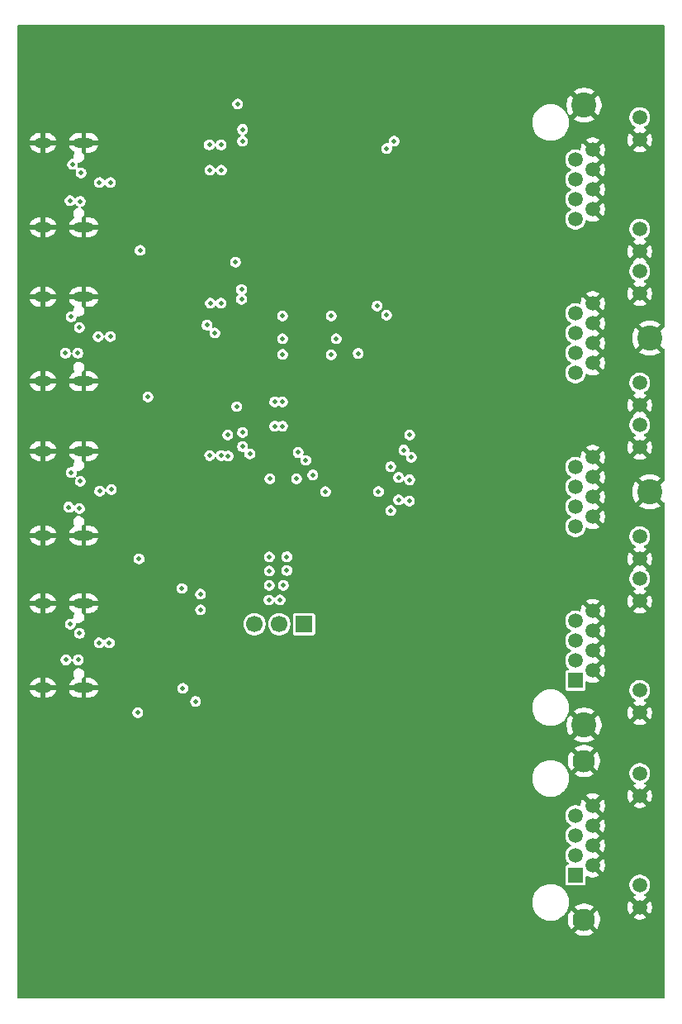
<source format=gbr>
%TF.GenerationSoftware,KiCad,Pcbnew,9.0.3-9.0.3-0~ubuntu24.04.1*%
%TF.CreationDate,2025-07-11T09:40:36-04:00*%
%TF.ProjectId,SO4R_Interlock,534f3452-5f49-46e7-9465-726c6f636b2e,rev?*%
%TF.SameCoordinates,Original*%
%TF.FileFunction,Copper,L4,Bot*%
%TF.FilePolarity,Positive*%
%FSLAX46Y46*%
G04 Gerber Fmt 4.6, Leading zero omitted, Abs format (unit mm)*
G04 Created by KiCad (PCBNEW 9.0.3-9.0.3-0~ubuntu24.04.1) date 2025-07-11 09:40:36*
%MOMM*%
%LPD*%
G01*
G04 APERTURE LIST*
%TA.AperFunction,ComponentPad*%
%ADD10R,1.500000X1.500000*%
%TD*%
%TA.AperFunction,ComponentPad*%
%ADD11C,1.500000*%
%TD*%
%TA.AperFunction,ComponentPad*%
%ADD12C,2.570000*%
%TD*%
%TA.AperFunction,ComponentPad*%
%ADD13R,1.700000X1.700000*%
%TD*%
%TA.AperFunction,ComponentPad*%
%ADD14C,1.700000*%
%TD*%
%TA.AperFunction,HeatsinkPad*%
%ADD15O,2.100000X1.000000*%
%TD*%
%TA.AperFunction,HeatsinkPad*%
%ADD16O,1.800000X1.000000*%
%TD*%
%TA.AperFunction,ComponentPad*%
%ADD17C,2.300000*%
%TD*%
%TA.AperFunction,ViaPad*%
%ADD18C,0.500000*%
%TD*%
%TA.AperFunction,ViaPad*%
%ADD19C,5.000000*%
%TD*%
%TA.AperFunction,Conductor*%
%ADD20C,0.200000*%
%TD*%
G04 APERTURE END LIST*
D10*
%TO.P,J7,1*%
%TO.N,Net-(C39-Pad2)*%
X160940000Y-115650000D03*
D11*
%TO.P,J7,2*%
%TO.N,GND*%
X162720000Y-114634000D03*
%TO.P,J7,3*%
%TO.N,Net-(C35-Pad2)*%
X160940000Y-113618000D03*
%TO.P,J7,4*%
%TO.N,GND*%
X162720000Y-112602000D03*
%TO.P,J7,5*%
%TO.N,Net-(C31-Pad2)*%
X160940000Y-111586000D03*
%TO.P,J7,6*%
%TO.N,GND*%
X162720000Y-110570000D03*
%TO.P,J7,7*%
%TO.N,Net-(C27-Pad2)*%
X160940000Y-109554000D03*
%TO.P,J7,8*%
%TO.N,GND*%
X162720000Y-108538000D03*
%TO.P,J7,9*%
X167540000Y-118950000D03*
%TO.P,J7,10*%
%TO.N,Net-(J7-Pad10)*%
X167540000Y-116660000D03*
%TO.P,J7,11*%
%TO.N,GND*%
X167540000Y-107520000D03*
%TO.P,J7,12*%
%TO.N,Net-(J7-Pad12)*%
X167540000Y-105230000D03*
%TO.P,J7,13*%
%TO.N,Net-(C38-Pad2)*%
X160940000Y-99900000D03*
%TO.P,J7,14*%
%TO.N,GND*%
X162720000Y-98884000D03*
%TO.P,J7,15*%
%TO.N,Net-(C34-Pad2)*%
X160940000Y-97868000D03*
%TO.P,J7,16*%
%TO.N,GND*%
X162720000Y-96852000D03*
%TO.P,J7,17*%
%TO.N,Net-(C30-Pad2)*%
X160940000Y-95836000D03*
%TO.P,J7,18*%
%TO.N,GND*%
X162720000Y-94820000D03*
%TO.P,J7,19*%
%TO.N,Net-(C26-Pad2)*%
X160940000Y-93804000D03*
%TO.P,J7,20*%
%TO.N,GND*%
X162720000Y-92788000D03*
%TO.P,J7,21*%
X167540000Y-103200000D03*
%TO.P,J7,22*%
%TO.N,Net-(J7-Pad22)*%
X167540000Y-100910000D03*
%TO.P,J7,23*%
%TO.N,GND*%
X167540000Y-91770000D03*
%TO.P,J7,24*%
%TO.N,Net-(J7-Pad24)*%
X167540000Y-89480000D03*
%TO.P,J7,25*%
%TO.N,Net-(C37-Pad2)*%
X160940000Y-84150000D03*
%TO.P,J7,26*%
%TO.N,GND*%
X162720000Y-83134000D03*
%TO.P,J7,27*%
%TO.N,Net-(C33-Pad2)*%
X160940000Y-82118000D03*
%TO.P,J7,28*%
%TO.N,GND*%
X162720000Y-81102000D03*
%TO.P,J7,29*%
%TO.N,Net-(C29-Pad2)*%
X160940000Y-80086000D03*
%TO.P,J7,30*%
%TO.N,GND*%
X162720000Y-79070000D03*
%TO.P,J7,31*%
%TO.N,Net-(C25-Pad2)*%
X160940000Y-78054000D03*
%TO.P,J7,32*%
%TO.N,GND*%
X162720000Y-77038000D03*
%TO.P,J7,33*%
X167540000Y-87450000D03*
%TO.P,J7,34*%
%TO.N,Net-(J7-Pad34)*%
X167540000Y-85160000D03*
%TO.P,J7,35*%
%TO.N,GND*%
X167540000Y-76020000D03*
%TO.P,J7,36*%
%TO.N,Net-(J7-Pad36)*%
X167540000Y-73730000D03*
%TO.P,J7,37*%
%TO.N,Net-(C36-Pad2)*%
X160940000Y-68400000D03*
%TO.P,J7,38*%
%TO.N,GND*%
X162720000Y-67384000D03*
%TO.P,J7,39*%
%TO.N,Net-(C32-Pad2)*%
X160940000Y-66368000D03*
%TO.P,J7,40*%
%TO.N,GND*%
X162720000Y-65352000D03*
%TO.P,J7,41*%
%TO.N,Net-(C28-Pad2)*%
X160940000Y-64336000D03*
%TO.P,J7,42*%
%TO.N,GND*%
X162720000Y-63320000D03*
%TO.P,J7,43*%
%TO.N,Net-(C24-Pad2)*%
X160940000Y-62304000D03*
%TO.P,J7,44*%
%TO.N,GND*%
X162720000Y-61288000D03*
%TO.P,J7,45*%
X167540000Y-71700000D03*
%TO.P,J7,46*%
%TO.N,Net-(J7-Pad46)*%
X167540000Y-69410000D03*
%TO.P,J7,47*%
%TO.N,GND*%
X167540000Y-60270000D03*
%TO.P,J7,48*%
%TO.N,Net-(J7-Pad48)*%
X167540000Y-57980000D03*
D12*
%TO.P,J7,SH*%
%TO.N,GND*%
X161830000Y-120220000D03*
X168560000Y-96340000D03*
X168560000Y-80590000D03*
X161830000Y-56720000D03*
%TD*%
D13*
%TO.P,J5,1,Pin_1*%
%TO.N,/UPDI*%
X133110000Y-109890000D03*
D14*
%TO.P,J5,2,Pin_2*%
%TO.N,/RXD1_U*%
X130570000Y-109890000D03*
%TO.P,J5,3,Pin_3*%
%TO.N,/TXD_M*%
X128030000Y-109890000D03*
%TD*%
D15*
%TO.P,J4,S1,SHIELD*%
%TO.N,GND*%
X110525000Y-107760000D03*
D16*
X106325000Y-107760000D03*
D15*
X110525000Y-116400000D03*
D16*
X106325000Y-116400000D03*
%TD*%
D15*
%TO.P,J2,S1,SHIELD*%
%TO.N,GND*%
X110525000Y-76360000D03*
D16*
X106325000Y-76360000D03*
D15*
X110525000Y-85000000D03*
D16*
X106325000Y-85000000D03*
%TD*%
D15*
%TO.P,J1,S1,SHIELD*%
%TO.N,GND*%
X110525000Y-60580000D03*
D16*
X106325000Y-60580000D03*
D15*
X110525000Y-69220000D03*
D16*
X106325000Y-69220000D03*
%TD*%
D15*
%TO.P,J3,S1,SHIELD*%
%TO.N,GND*%
X110525000Y-92160000D03*
D16*
X106325000Y-92160000D03*
D15*
X110525000Y-100800000D03*
D16*
X106325000Y-100800000D03*
%TD*%
D10*
%TO.P,J6,1*%
%TO.N,Net-(Q4-D)*%
X160940000Y-135590000D03*
D11*
%TO.P,J6,2*%
%TO.N,GND*%
X162720000Y-134574000D03*
%TO.P,J6,3*%
%TO.N,Net-(Q3-D)*%
X160940000Y-133558000D03*
%TO.P,J6,4*%
%TO.N,GND*%
X162720000Y-132542000D03*
%TO.P,J6,5*%
%TO.N,Net-(Q2-D)*%
X160940000Y-131526000D03*
%TO.P,J6,6*%
%TO.N,GND*%
X162720000Y-130510000D03*
%TO.P,J6,7*%
%TO.N,Net-(Q1-D)*%
X160940000Y-129494000D03*
%TO.P,J6,8*%
%TO.N,GND*%
X162720000Y-128478000D03*
%TO.P,J6,9*%
X167540000Y-138890000D03*
%TO.P,J6,10*%
%TO.N,Net-(J6-Pad10)*%
X167540000Y-136600000D03*
%TO.P,J6,11*%
%TO.N,GND*%
X167540000Y-127460000D03*
%TO.P,J6,12*%
%TO.N,Net-(J6-Pad12)*%
X167540000Y-125170000D03*
D17*
%TO.P,J6,SH*%
%TO.N,GND*%
X161830000Y-140160000D03*
X161830000Y-123900000D03*
%TD*%
D18*
%TO.N,GND*%
X144595672Y-96774328D03*
X142760000Y-146770000D03*
X111822181Y-115435355D03*
X105200000Y-58599972D03*
X144050000Y-110150000D03*
X144850000Y-68450000D03*
X105200000Y-74470000D03*
X150000000Y-64300000D03*
X146900000Y-65300000D03*
X144750000Y-61750000D03*
X108010000Y-58599988D03*
X112500000Y-61700000D03*
X119810000Y-146620000D03*
X133500000Y-70950000D03*
X115615000Y-108420000D03*
X122400000Y-115700000D03*
X130150000Y-76150000D03*
X114115000Y-109820000D03*
X121400000Y-80800000D03*
X115615000Y-115620000D03*
X116100000Y-92900000D03*
X135210000Y-146770000D03*
D19*
X161800000Y-51800000D03*
D18*
X149900000Y-93800000D03*
X123400000Y-99990000D03*
X150000000Y-131500000D03*
X129750000Y-69450000D03*
X150000000Y-82100002D03*
X149799996Y-99900000D03*
X145000000Y-128950000D03*
X142300000Y-49500000D03*
X121682500Y-108420000D03*
X135650000Y-73550000D03*
X143050000Y-137850000D03*
X151150000Y-104450000D03*
X114500000Y-83200000D03*
X146987790Y-112700000D03*
X112200000Y-68100000D03*
X144700000Y-65300000D03*
X133400000Y-100350000D03*
D19*
X161800000Y-144790000D03*
D18*
X108310000Y-89710000D03*
X119450000Y-49500000D03*
X127900000Y-103200000D03*
X116100000Y-100100000D03*
X140750000Y-128000000D03*
X150000000Y-68400000D03*
X111998768Y-99701232D03*
X149999998Y-80100000D03*
X146950000Y-81100000D03*
X140000000Y-65750000D03*
X150000000Y-135600000D03*
X140800000Y-98100000D03*
X123400000Y-68400000D03*
X114115000Y-114420000D03*
X145000000Y-136550000D03*
X122800000Y-92890000D03*
X121700000Y-58500000D03*
X150300000Y-49350000D03*
X149800000Y-109600004D03*
X118600000Y-101000000D03*
X150000000Y-129500000D03*
X149850000Y-133550000D03*
X127500000Y-61500000D03*
X129000000Y-79250000D03*
X114600000Y-98800000D03*
X107500000Y-105800000D03*
X149920000Y-78100000D03*
X150000000Y-66400000D03*
X108047500Y-74500000D03*
X149800000Y-113600002D03*
X121750000Y-64600000D03*
X146900000Y-88150000D03*
X133150000Y-67250000D03*
X151000000Y-119900000D03*
X128200000Y-88300000D03*
X149800000Y-111600000D03*
X128900000Y-85400000D03*
X122300000Y-60000000D03*
X127100000Y-49500000D03*
X114600000Y-94100000D03*
X123340000Y-84420000D03*
X127560000Y-146770000D03*
X126200000Y-65200000D03*
X121700000Y-89500000D03*
X144600000Y-81100000D03*
X112000000Y-93300000D03*
X149800000Y-97899994D03*
X135750000Y-93700000D03*
X137250000Y-82900000D03*
X139250000Y-116550000D03*
X116000000Y-77100000D03*
X144550000Y-112700000D03*
X145000000Y-125100000D03*
X105300000Y-89700000D03*
X132950000Y-113850000D03*
X116000000Y-84300000D03*
X142900000Y-89087500D03*
X150000000Y-62300000D03*
X137950000Y-76900000D03*
D19*
X107400000Y-51900000D03*
D18*
X112000000Y-77500000D03*
X112000000Y-108880000D03*
X112000000Y-83900000D03*
X139100000Y-61250000D03*
X150410000Y-146770000D03*
X104500000Y-105800012D03*
X149899954Y-95800000D03*
X122700000Y-77060000D03*
X145650000Y-75000000D03*
X146400000Y-92800000D03*
X139300000Y-89800000D03*
X148700000Y-71850000D03*
X145100000Y-132750000D03*
X114500000Y-78300000D03*
X146765282Y-96774323D03*
X157950000Y-49350000D03*
X150099998Y-84100000D03*
X104100000Y-55000000D03*
D19*
X107400000Y-144600000D03*
D18*
X149800000Y-115600000D03*
X121600000Y-74700000D03*
X127800000Y-95200000D03*
X141300000Y-82500000D03*
X136000000Y-87100000D03*
X111700000Y-49350000D03*
X134650000Y-49500000D03*
X141350000Y-103150000D03*
%TO.N,Net-(D2-K)*%
X112000000Y-80430000D03*
X113250000Y-80430000D03*
%TO.N,Net-(D4-K)*%
X113150000Y-111800000D03*
X112100000Y-111800000D03*
%TO.N,/CAT3*%
X130900000Y-78300000D03*
X135900000Y-78300000D03*
X141578554Y-78228554D03*
X140598252Y-77298252D03*
%TO.N,Net-(J3-CC2)*%
X108975000Y-97890000D03*
X110084430Y-98035403D03*
%TO.N,Net-(J3-CC1)*%
X109255272Y-94344728D03*
X110165272Y-95230000D03*
%TO.N,/CAT2*%
X129600000Y-95000000D03*
X135300000Y-96300000D03*
X126800000Y-91700000D03*
X126800000Y-90250000D03*
X127550000Y-92450000D03*
X132355000Y-95000000D03*
X140750000Y-96300000D03*
%TO.N,/TXD2_U*%
X125340000Y-92660000D03*
X125300000Y-90500000D03*
%TO.N,/RXD2_U*%
X123417500Y-92600000D03*
X124600000Y-92600000D03*
%TO.N,/RXD1_U*%
X131352000Y-104400000D03*
X122500000Y-108420000D03*
X122500000Y-106800000D03*
X129546301Y-104450000D03*
%TO.N,/RXD4_U*%
X124600000Y-60800000D03*
X123400000Y-60800000D03*
%TO.N,/TXD3_U*%
X126700000Y-75600000D03*
X126700000Y-76600000D03*
%TO.N,/TXD4_U*%
X126800000Y-59200000D03*
X126800000Y-60400000D03*
%TO.N,/SPR2*%
X142800000Y-97150000D03*
X142800000Y-94850000D03*
%TO.N,/5V*%
X126200000Y-87600000D03*
X134000000Y-94600000D03*
X138650000Y-82150000D03*
X143950000Y-90500000D03*
X116062500Y-118962500D03*
X120685000Y-116466250D03*
X126300000Y-56600000D03*
X120600000Y-106219996D03*
X116300000Y-71600000D03*
X117100000Y-86600000D03*
X126100000Y-72800000D03*
X122000000Y-117800000D03*
X116200000Y-103200000D03*
%TO.N,/RXD3_U*%
X124600000Y-77000000D03*
X123500000Y-77000000D03*
%TO.N,/TX2_LED*%
X142000000Y-98250000D03*
X142000000Y-93750000D03*
%TO.N,/INH4_LED*%
X142350000Y-60400000D03*
X141586446Y-61163554D03*
%TO.N,Net-(J1-CC2)*%
X110169315Y-66570000D03*
X109119315Y-66500000D03*
%TO.N,Net-(J1-CC1)*%
X109378768Y-62778768D03*
X110250000Y-63650000D03*
%TO.N,Net-(D3-K)*%
X113350000Y-96100000D03*
X112150000Y-96240000D03*
%TO.N,Net-(D1-K)*%
X112130000Y-64655000D03*
X113250000Y-64655000D03*
%TO.N,Net-(J4-CC2)*%
X108700000Y-113550000D03*
X109950000Y-113550000D03*
%TO.N,Net-(J4-CC1)*%
X109150000Y-109880000D03*
X110100000Y-110830000D03*
%TO.N,Net-(J2-CC1)*%
X110071232Y-79500000D03*
X109245000Y-78405000D03*
%TO.N,Net-(J2-CC2)*%
X108650000Y-82135000D03*
X109925000Y-82135000D03*
%TO.N,/TXD_M*%
X130900000Y-80650000D03*
X136400000Y-80650000D03*
X130100000Y-89600000D03*
X130100000Y-87100000D03*
%TO.N,/RXD_M*%
X135900000Y-82300000D03*
X130900000Y-82250000D03*
X130900000Y-89600000D03*
X130900000Y-87100000D03*
X129500000Y-107400000D03*
X130646401Y-107407737D03*
%TO.N,/RTS1\u005C*%
X129550000Y-105900000D03*
X131001000Y-105900000D03*
%TO.N,/CTS1\u005C*%
X131354834Y-102980599D03*
X129550000Y-103000000D03*
%TO.N,/CTS3\u005C*%
X123962500Y-80062500D03*
X123150000Y-79250000D03*
%TO.N,/CTS4\u005C*%
X124650000Y-63364328D03*
X123450000Y-63364328D03*
%TO.N,/TX0*%
X133300000Y-93100000D03*
X132500000Y-92300000D03*
%TO.N,/KEY2\u005C*%
X143900000Y-97274328D03*
X144100000Y-92800000D03*
X143950000Y-95100000D03*
X143350000Y-92050000D03*
%TD*%
D20*
%TO.N,Net-(J3-CC2)*%
X108975000Y-97890000D02*
X109120403Y-98035403D01*
%TO.N,Net-(J3-CC1)*%
X110140544Y-95230000D02*
X110165272Y-95230000D01*
%TO.N,/TXD2_U*%
X125340000Y-90540000D02*
X125300000Y-90500000D01*
%TO.N,Net-(J1-CC2)*%
X110099315Y-66500000D02*
X110169315Y-66570000D01*
%TO.N,Net-(J1-CC1)*%
X109378768Y-62778768D02*
X109378768Y-62808768D01*
%TO.N,Net-(J4-CC2)*%
X109932378Y-113532378D02*
X109950000Y-113550000D01*
%TD*%
%TA.AperFunction,Conductor*%
%TO.N,GND*%
G36*
X170058691Y-48529407D02*
G01*
X170094655Y-48578907D01*
X170099500Y-48609500D01*
X170099500Y-79418671D01*
X170080593Y-79476862D01*
X170031093Y-79512826D01*
X169994026Y-79517459D01*
X169986582Y-79516971D01*
X169264366Y-80239186D01*
X169255658Y-80218163D01*
X169169749Y-80089592D01*
X169060408Y-79980251D01*
X168931837Y-79894342D01*
X168910810Y-79885632D01*
X169633026Y-79163417D01*
X169633027Y-79163417D01*
X169553827Y-79102646D01*
X169351171Y-78985643D01*
X169135002Y-78896103D01*
X168908978Y-78835541D01*
X168676995Y-78805000D01*
X168443004Y-78805000D01*
X168211024Y-78835541D01*
X168211019Y-78835541D01*
X167984997Y-78896103D01*
X167768828Y-78985643D01*
X167566172Y-79102646D01*
X167486972Y-79163417D01*
X168209188Y-79885633D01*
X168188163Y-79894342D01*
X168059592Y-79980251D01*
X167950251Y-80089592D01*
X167864342Y-80218163D01*
X167855633Y-80239188D01*
X167133417Y-79516972D01*
X167072646Y-79596172D01*
X166955643Y-79798828D01*
X166866103Y-80014997D01*
X166805541Y-80241019D01*
X166805541Y-80241024D01*
X166775000Y-80473004D01*
X166775000Y-80706995D01*
X166805541Y-80938975D01*
X166805541Y-80938980D01*
X166866103Y-81165002D01*
X166955643Y-81381171D01*
X167072646Y-81583827D01*
X167133417Y-81663026D01*
X167855632Y-80940810D01*
X167864342Y-80961837D01*
X167950251Y-81090408D01*
X168059592Y-81199749D01*
X168188163Y-81285658D01*
X168209186Y-81294366D01*
X167486972Y-82016581D01*
X167486971Y-82016581D01*
X167566175Y-82077355D01*
X167768828Y-82194356D01*
X167984997Y-82283896D01*
X168211021Y-82344458D01*
X168443004Y-82374999D01*
X168443006Y-82375000D01*
X168676994Y-82375000D01*
X168676995Y-82374999D01*
X168908975Y-82344458D01*
X168908980Y-82344458D01*
X169135002Y-82283896D01*
X169351171Y-82194356D01*
X169553820Y-82077358D01*
X169633025Y-82016580D01*
X168910811Y-81294366D01*
X168931837Y-81285658D01*
X169060408Y-81199749D01*
X169169749Y-81090408D01*
X169255658Y-80961837D01*
X169264366Y-80940811D01*
X169986581Y-81663026D01*
X169994024Y-81662539D01*
X170053327Y-81677600D01*
X170092452Y-81724641D01*
X170099500Y-81761327D01*
X170099500Y-95168671D01*
X170080593Y-95226862D01*
X170031093Y-95262826D01*
X169994026Y-95267459D01*
X169986582Y-95266971D01*
X169264366Y-95989186D01*
X169255658Y-95968163D01*
X169169749Y-95839592D01*
X169060408Y-95730251D01*
X168931837Y-95644342D01*
X168910810Y-95635632D01*
X169633026Y-94913417D01*
X169633027Y-94913417D01*
X169553827Y-94852646D01*
X169351171Y-94735643D01*
X169135002Y-94646103D01*
X168908978Y-94585541D01*
X168676995Y-94555000D01*
X168443004Y-94555000D01*
X168211024Y-94585541D01*
X168211019Y-94585541D01*
X167984997Y-94646103D01*
X167768828Y-94735643D01*
X167566172Y-94852646D01*
X167486972Y-94913417D01*
X168209188Y-95635633D01*
X168188163Y-95644342D01*
X168059592Y-95730251D01*
X167950251Y-95839592D01*
X167864342Y-95968163D01*
X167855633Y-95989188D01*
X167133417Y-95266972D01*
X167072646Y-95346172D01*
X166955643Y-95548828D01*
X166866103Y-95764997D01*
X166805541Y-95991019D01*
X166805541Y-95991024D01*
X166775000Y-96223004D01*
X166775000Y-96456995D01*
X166805541Y-96688975D01*
X166805541Y-96688980D01*
X166866103Y-96915002D01*
X166955643Y-97131171D01*
X167072646Y-97333827D01*
X167133417Y-97413026D01*
X167855632Y-96690810D01*
X167864342Y-96711837D01*
X167950251Y-96840408D01*
X168059592Y-96949749D01*
X168188163Y-97035658D01*
X168209186Y-97044366D01*
X167486972Y-97766581D01*
X167486971Y-97766581D01*
X167566175Y-97827355D01*
X167768828Y-97944356D01*
X167984997Y-98033896D01*
X168211021Y-98094458D01*
X168443004Y-98124999D01*
X168443006Y-98125000D01*
X168676994Y-98125000D01*
X168676995Y-98124999D01*
X168908975Y-98094458D01*
X168908980Y-98094458D01*
X169135002Y-98033896D01*
X169351171Y-97944356D01*
X169553820Y-97827358D01*
X169633025Y-97766580D01*
X168910811Y-97044366D01*
X168931837Y-97035658D01*
X169060408Y-96949749D01*
X169169749Y-96840408D01*
X169255658Y-96711837D01*
X169264366Y-96690811D01*
X169986581Y-97413026D01*
X169994024Y-97412539D01*
X170053327Y-97427600D01*
X170092452Y-97474641D01*
X170099500Y-97511327D01*
X170099500Y-148150500D01*
X170080593Y-148208691D01*
X170031093Y-148244655D01*
X170000500Y-148249500D01*
X103799500Y-148249500D01*
X103741309Y-148230593D01*
X103705345Y-148181093D01*
X103700500Y-148150500D01*
X103700500Y-138257072D01*
X156524500Y-138257072D01*
X156524500Y-138502927D01*
X156556590Y-138746669D01*
X156556590Y-138746674D01*
X156620222Y-138984154D01*
X156714302Y-139211284D01*
X156714304Y-139211288D01*
X156714306Y-139211292D01*
X156808823Y-139375000D01*
X156837235Y-139424211D01*
X156986893Y-139619249D01*
X156986895Y-139619251D01*
X156986899Y-139619256D01*
X157160744Y-139793101D01*
X157160748Y-139793104D01*
X157160750Y-139793106D01*
X157178134Y-139806445D01*
X157355792Y-139942767D01*
X157568708Y-140065694D01*
X157568714Y-140065696D01*
X157568715Y-140065697D01*
X157652617Y-140100450D01*
X157795847Y-140159778D01*
X158033323Y-140223409D01*
X158277073Y-140255500D01*
X158277074Y-140255500D01*
X158522926Y-140255500D01*
X158522927Y-140255500D01*
X158766677Y-140223409D01*
X159004153Y-140159778D01*
X159231292Y-140065694D01*
X159292877Y-140030138D01*
X160180000Y-140030138D01*
X160180000Y-140289861D01*
X160220628Y-140546373D01*
X160300882Y-140793373D01*
X160418793Y-141024787D01*
X160418795Y-141024791D01*
X160499951Y-141136493D01*
X161125632Y-140510811D01*
X161134342Y-140531837D01*
X161220251Y-140660408D01*
X161329592Y-140769749D01*
X161458163Y-140855658D01*
X161479185Y-140864366D01*
X160853505Y-141490047D01*
X160965208Y-141571204D01*
X160965212Y-141571206D01*
X161196626Y-141689117D01*
X161443626Y-141769371D01*
X161700139Y-141810000D01*
X161959861Y-141810000D01*
X162216373Y-141769371D01*
X162463373Y-141689117D01*
X162694785Y-141571207D01*
X162806492Y-141490046D01*
X162180812Y-140864366D01*
X162201837Y-140855658D01*
X162330408Y-140769749D01*
X162439749Y-140660408D01*
X162525658Y-140531837D01*
X162534366Y-140510812D01*
X163160046Y-141136492D01*
X163241207Y-141024785D01*
X163359117Y-140793373D01*
X163439371Y-140546373D01*
X163480000Y-140289861D01*
X163480000Y-140030138D01*
X163461199Y-139911435D01*
X163439371Y-139773626D01*
X163359117Y-139526626D01*
X163241206Y-139295212D01*
X163241204Y-139295208D01*
X163160047Y-139183505D01*
X162534366Y-139809185D01*
X162525658Y-139788163D01*
X162439749Y-139659592D01*
X162330408Y-139550251D01*
X162201837Y-139464342D01*
X162180811Y-139455632D01*
X162806493Y-138829951D01*
X162753733Y-138791619D01*
X166290000Y-138791619D01*
X166290000Y-138988380D01*
X166320778Y-139182710D01*
X166320779Y-139182714D01*
X166381576Y-139369826D01*
X166381578Y-139369829D01*
X166470907Y-139545148D01*
X166496319Y-139580125D01*
X167101943Y-138974500D01*
X167125326Y-139061764D01*
X167183911Y-139163236D01*
X167266764Y-139246089D01*
X167368236Y-139304674D01*
X167455497Y-139328055D01*
X166849874Y-139933678D01*
X166884860Y-139959097D01*
X167060170Y-140048421D01*
X167060173Y-140048423D01*
X167247285Y-140109220D01*
X167247289Y-140109221D01*
X167441620Y-140140000D01*
X167638380Y-140140000D01*
X167832710Y-140109221D01*
X167832714Y-140109220D01*
X168019826Y-140048423D01*
X168019829Y-140048421D01*
X168195142Y-139959096D01*
X168195148Y-139959092D01*
X168230125Y-139933679D01*
X168230125Y-139933678D01*
X167624502Y-139328055D01*
X167711764Y-139304674D01*
X167813236Y-139246089D01*
X167896089Y-139163236D01*
X167954674Y-139061764D01*
X167978055Y-138974502D01*
X168583678Y-139580125D01*
X168583679Y-139580125D01*
X168609092Y-139545148D01*
X168609096Y-139545142D01*
X168698421Y-139369829D01*
X168698423Y-139369826D01*
X168759220Y-139182714D01*
X168759221Y-139182710D01*
X168790000Y-138988380D01*
X168790000Y-138791619D01*
X168759221Y-138597289D01*
X168759220Y-138597285D01*
X168698423Y-138410173D01*
X168698421Y-138410170D01*
X168609097Y-138234860D01*
X168583678Y-138199874D01*
X167978055Y-138805497D01*
X167954674Y-138718236D01*
X167896089Y-138616764D01*
X167813236Y-138533911D01*
X167711764Y-138475326D01*
X167624500Y-138451943D01*
X168230125Y-137846319D01*
X168195148Y-137820907D01*
X168019831Y-137731579D01*
X168013555Y-137729540D01*
X167964055Y-137693576D01*
X167945147Y-137635385D01*
X167964054Y-137577195D01*
X168006262Y-137543921D01*
X168016926Y-137539503D01*
X168037598Y-137530941D01*
X168209655Y-137415977D01*
X168355977Y-137269655D01*
X168470941Y-137097598D01*
X168550130Y-136906420D01*
X168590500Y-136703465D01*
X168590500Y-136496535D01*
X168550130Y-136293580D01*
X168470941Y-136102402D01*
X168355977Y-135930345D01*
X168209655Y-135784023D01*
X168132427Y-135732421D01*
X168037597Y-135669058D01*
X167846418Y-135589869D01*
X167643467Y-135549500D01*
X167643465Y-135549500D01*
X167436535Y-135549500D01*
X167436532Y-135549500D01*
X167233581Y-135589869D01*
X167042402Y-135669058D01*
X166870348Y-135784020D01*
X166724020Y-135930348D01*
X166609058Y-136102402D01*
X166529869Y-136293581D01*
X166489500Y-136496532D01*
X166489500Y-136703467D01*
X166529869Y-136906418D01*
X166609058Y-137097597D01*
X166609059Y-137097598D01*
X166724023Y-137269655D01*
X166870345Y-137415977D01*
X166870348Y-137415979D01*
X167042402Y-137530941D01*
X167073738Y-137543921D01*
X167120264Y-137583658D01*
X167134547Y-137643153D01*
X167111132Y-137699681D01*
X167066447Y-137729539D01*
X167060168Y-137731579D01*
X166884856Y-137820904D01*
X166849873Y-137846319D01*
X167455498Y-138451944D01*
X167368236Y-138475326D01*
X167266764Y-138533911D01*
X167183911Y-138616764D01*
X167125326Y-138718236D01*
X167101944Y-138805498D01*
X166496319Y-138199873D01*
X166470904Y-138234856D01*
X166381578Y-138410170D01*
X166381576Y-138410173D01*
X166320779Y-138597285D01*
X166320778Y-138597289D01*
X166290000Y-138791619D01*
X162753733Y-138791619D01*
X162694791Y-138748795D01*
X162694787Y-138748793D01*
X162463373Y-138630882D01*
X162216373Y-138550628D01*
X161959861Y-138510000D01*
X161700139Y-138510000D01*
X161443626Y-138550628D01*
X161196626Y-138630882D01*
X160965213Y-138748793D01*
X160853505Y-138829951D01*
X161479187Y-139455633D01*
X161458163Y-139464342D01*
X161329592Y-139550251D01*
X161220251Y-139659592D01*
X161134342Y-139788163D01*
X161125633Y-139809187D01*
X160499951Y-139183505D01*
X160418793Y-139295213D01*
X160300882Y-139526626D01*
X160220628Y-139773626D01*
X160180000Y-140030138D01*
X159292877Y-140030138D01*
X159444208Y-139942767D01*
X159639256Y-139793101D01*
X159813101Y-139619256D01*
X159962767Y-139424208D01*
X160085694Y-139211292D01*
X160179778Y-138984153D01*
X160243409Y-138746677D01*
X160275500Y-138502927D01*
X160275500Y-138257073D01*
X160243409Y-138013323D01*
X160179778Y-137775847D01*
X160085694Y-137548708D01*
X159962767Y-137335792D01*
X159813101Y-137140744D01*
X159639256Y-136966899D01*
X159639251Y-136966895D01*
X159639249Y-136966893D01*
X159444211Y-136817235D01*
X159444208Y-136817233D01*
X159231292Y-136694306D01*
X159231288Y-136694304D01*
X159231284Y-136694302D01*
X159004154Y-136600222D01*
X158899440Y-136572164D01*
X158766677Y-136536591D01*
X158766674Y-136536590D01*
X158766672Y-136536590D01*
X158522927Y-136504500D01*
X158277073Y-136504500D01*
X158277072Y-136504500D01*
X158033330Y-136536590D01*
X158033325Y-136536590D01*
X157795845Y-136600222D01*
X157568715Y-136694302D01*
X157355788Y-136817235D01*
X157160750Y-136966893D01*
X156986893Y-137140750D01*
X156837235Y-137335788D01*
X156714302Y-137548715D01*
X156620222Y-137775845D01*
X156556590Y-138013325D01*
X156556590Y-138013330D01*
X156524500Y-138257072D01*
X103700500Y-138257072D01*
X103700500Y-129390532D01*
X159889500Y-129390532D01*
X159889500Y-129597467D01*
X159929869Y-129800418D01*
X160009058Y-129991597D01*
X160058104Y-130065000D01*
X160124023Y-130163655D01*
X160270345Y-130309977D01*
X160409904Y-130403227D01*
X160446446Y-130427643D01*
X160445059Y-130429718D01*
X160480762Y-130467139D01*
X160488911Y-130527779D01*
X160459861Y-130581628D01*
X160446004Y-130591695D01*
X160446446Y-130592357D01*
X160270348Y-130710020D01*
X160124020Y-130856348D01*
X160009058Y-131028402D01*
X159929869Y-131219581D01*
X159889500Y-131422532D01*
X159889500Y-131629467D01*
X159929869Y-131832418D01*
X160009058Y-132023597D01*
X160058104Y-132097000D01*
X160124023Y-132195655D01*
X160270345Y-132341977D01*
X160409904Y-132435227D01*
X160446446Y-132459643D01*
X160445059Y-132461718D01*
X160480762Y-132499139D01*
X160488911Y-132559779D01*
X160459861Y-132613628D01*
X160446004Y-132623695D01*
X160446446Y-132624357D01*
X160270348Y-132742020D01*
X160124020Y-132888348D01*
X160009058Y-133060402D01*
X159929869Y-133251581D01*
X159889500Y-133454532D01*
X159889500Y-133661467D01*
X159929869Y-133864418D01*
X160009058Y-134055597D01*
X160058104Y-134129000D01*
X160124023Y-134227655D01*
X160266866Y-134370498D01*
X160294642Y-134425013D01*
X160285071Y-134485445D01*
X160241806Y-134528710D01*
X160196863Y-134539500D01*
X160145140Y-134539500D01*
X160145136Y-134539501D01*
X160120009Y-134542414D01*
X160017235Y-134587794D01*
X159937794Y-134667235D01*
X159892414Y-134770011D01*
X159889500Y-134795130D01*
X159889500Y-136384860D01*
X159889501Y-136384863D01*
X159892414Y-136409990D01*
X159910824Y-136451684D01*
X159937794Y-136512765D01*
X160017235Y-136592206D01*
X160120009Y-136637585D01*
X160145135Y-136640500D01*
X161734864Y-136640499D01*
X161759991Y-136637585D01*
X161862765Y-136592206D01*
X161942206Y-136512765D01*
X161987585Y-136409991D01*
X161990500Y-136384865D01*
X161990499Y-135766760D01*
X162009406Y-135708571D01*
X162058906Y-135672607D01*
X162120092Y-135672607D01*
X162134444Y-135678552D01*
X162240170Y-135732421D01*
X162240173Y-135732423D01*
X162427285Y-135793220D01*
X162427289Y-135793221D01*
X162621620Y-135824000D01*
X162818380Y-135824000D01*
X163012710Y-135793221D01*
X163012714Y-135793220D01*
X163199826Y-135732423D01*
X163199829Y-135732421D01*
X163375142Y-135643096D01*
X163375148Y-135643092D01*
X163410125Y-135617679D01*
X163410125Y-135617678D01*
X162804501Y-135012055D01*
X162891764Y-134988674D01*
X162993236Y-134930089D01*
X163076089Y-134847236D01*
X163134674Y-134745764D01*
X163158055Y-134658502D01*
X163763678Y-135264125D01*
X163763679Y-135264125D01*
X163789092Y-135229148D01*
X163789096Y-135229142D01*
X163878421Y-135053829D01*
X163878423Y-135053826D01*
X163939220Y-134866714D01*
X163939221Y-134866710D01*
X163970000Y-134672380D01*
X163970000Y-134475619D01*
X163939221Y-134281289D01*
X163939220Y-134281285D01*
X163878423Y-134094173D01*
X163878421Y-134094170D01*
X163789097Y-133918860D01*
X163763678Y-133883874D01*
X163158055Y-134489497D01*
X163134674Y-134402236D01*
X163076089Y-134300764D01*
X162993236Y-134217911D01*
X162891764Y-134159326D01*
X162804500Y-134135944D01*
X163382445Y-133557999D01*
X162804501Y-132980055D01*
X162891764Y-132956674D01*
X162993236Y-132898089D01*
X163076089Y-132815236D01*
X163134674Y-132713764D01*
X163158055Y-132626502D01*
X163763678Y-133232125D01*
X163763679Y-133232125D01*
X163789092Y-133197148D01*
X163789096Y-133197142D01*
X163878421Y-133021829D01*
X163878423Y-133021826D01*
X163939220Y-132834714D01*
X163939221Y-132834710D01*
X163970000Y-132640380D01*
X163970000Y-132443619D01*
X163939221Y-132249289D01*
X163939220Y-132249285D01*
X163878423Y-132062173D01*
X163878421Y-132062170D01*
X163789097Y-131886860D01*
X163763678Y-131851874D01*
X163158055Y-132457497D01*
X163134674Y-132370236D01*
X163076089Y-132268764D01*
X162993236Y-132185911D01*
X162891764Y-132127326D01*
X162804500Y-132103944D01*
X163382445Y-131525999D01*
X162804501Y-130948055D01*
X162891764Y-130924674D01*
X162993236Y-130866089D01*
X163076089Y-130783236D01*
X163134674Y-130681764D01*
X163158055Y-130594502D01*
X163763678Y-131200125D01*
X163763679Y-131200125D01*
X163789092Y-131165148D01*
X163789096Y-131165142D01*
X163878421Y-130989829D01*
X163878423Y-130989826D01*
X163939220Y-130802714D01*
X163939221Y-130802710D01*
X163970000Y-130608380D01*
X163970000Y-130411619D01*
X163939221Y-130217289D01*
X163939220Y-130217285D01*
X163878423Y-130030173D01*
X163878421Y-130030170D01*
X163789097Y-129854860D01*
X163763678Y-129819874D01*
X163158055Y-130425497D01*
X163134674Y-130338236D01*
X163076089Y-130236764D01*
X162993236Y-130153911D01*
X162891764Y-130095326D01*
X162804500Y-130071944D01*
X163382445Y-129493999D01*
X162804501Y-128916055D01*
X162891764Y-128892674D01*
X162993236Y-128834089D01*
X163076089Y-128751236D01*
X163134674Y-128649764D01*
X163158055Y-128562502D01*
X163763678Y-129168125D01*
X163763679Y-129168125D01*
X163789092Y-129133148D01*
X163789096Y-129133142D01*
X163878421Y-128957829D01*
X163878423Y-128957826D01*
X163939220Y-128770714D01*
X163939221Y-128770710D01*
X163970000Y-128576380D01*
X163970000Y-128379619D01*
X163939221Y-128185289D01*
X163939220Y-128185285D01*
X163878423Y-127998173D01*
X163878421Y-127998170D01*
X163789097Y-127822860D01*
X163763678Y-127787874D01*
X163158055Y-128393497D01*
X163134674Y-128306236D01*
X163076089Y-128204764D01*
X162993236Y-128121911D01*
X162891764Y-128063326D01*
X162804500Y-128039943D01*
X163410125Y-127434319D01*
X163375148Y-127408907D01*
X163282340Y-127361619D01*
X166290000Y-127361619D01*
X166290000Y-127558380D01*
X166320778Y-127752710D01*
X166320779Y-127752714D01*
X166381576Y-127939826D01*
X166381578Y-127939829D01*
X166470907Y-128115148D01*
X166496319Y-128150125D01*
X167101943Y-127544500D01*
X167125326Y-127631764D01*
X167183911Y-127733236D01*
X167266764Y-127816089D01*
X167368236Y-127874674D01*
X167455497Y-127898055D01*
X166849874Y-128503678D01*
X166884860Y-128529097D01*
X167060170Y-128618421D01*
X167060173Y-128618423D01*
X167247285Y-128679220D01*
X167247289Y-128679221D01*
X167441620Y-128710000D01*
X167638380Y-128710000D01*
X167832710Y-128679221D01*
X167832714Y-128679220D01*
X168019826Y-128618423D01*
X168019829Y-128618421D01*
X168195142Y-128529096D01*
X168195148Y-128529092D01*
X168230125Y-128503679D01*
X168230125Y-128503678D01*
X167624502Y-127898055D01*
X167711764Y-127874674D01*
X167813236Y-127816089D01*
X167896089Y-127733236D01*
X167954674Y-127631764D01*
X167978055Y-127544502D01*
X168583678Y-128150125D01*
X168583679Y-128150125D01*
X168609092Y-128115148D01*
X168609096Y-128115142D01*
X168698421Y-127939829D01*
X168698423Y-127939826D01*
X168759220Y-127752714D01*
X168759221Y-127752710D01*
X168790000Y-127558380D01*
X168790000Y-127361619D01*
X168759221Y-127167289D01*
X168759220Y-127167285D01*
X168698423Y-126980173D01*
X168698421Y-126980170D01*
X168609097Y-126804860D01*
X168583678Y-126769874D01*
X167978055Y-127375497D01*
X167954674Y-127288236D01*
X167896089Y-127186764D01*
X167813236Y-127103911D01*
X167711764Y-127045326D01*
X167624500Y-127021943D01*
X168230125Y-126416319D01*
X168195148Y-126390907D01*
X168019831Y-126301579D01*
X168013555Y-126299540D01*
X167964055Y-126263576D01*
X167945147Y-126205385D01*
X167964054Y-126147195D01*
X168006262Y-126113921D01*
X168016926Y-126109503D01*
X168037598Y-126100941D01*
X168209655Y-125985977D01*
X168355977Y-125839655D01*
X168470941Y-125667598D01*
X168550130Y-125476420D01*
X168590500Y-125273465D01*
X168590500Y-125066535D01*
X168550130Y-124863580D01*
X168470941Y-124672402D01*
X168355977Y-124500345D01*
X168209655Y-124354023D01*
X168108409Y-124286373D01*
X168037597Y-124239058D01*
X167846418Y-124159869D01*
X167643467Y-124119500D01*
X167643465Y-124119500D01*
X167436535Y-124119500D01*
X167436532Y-124119500D01*
X167233581Y-124159869D01*
X167042402Y-124239058D01*
X166870348Y-124354020D01*
X166724020Y-124500348D01*
X166609058Y-124672402D01*
X166529869Y-124863581D01*
X166489500Y-125066532D01*
X166489500Y-125273467D01*
X166529869Y-125476418D01*
X166609058Y-125667597D01*
X166699482Y-125802927D01*
X166724023Y-125839655D01*
X166870345Y-125985977D01*
X166870348Y-125985979D01*
X167042402Y-126100941D01*
X167073738Y-126113921D01*
X167120264Y-126153658D01*
X167134547Y-126213153D01*
X167111132Y-126269681D01*
X167066447Y-126299539D01*
X167060168Y-126301579D01*
X166884856Y-126390904D01*
X166849873Y-126416319D01*
X167455498Y-127021944D01*
X167368236Y-127045326D01*
X167266764Y-127103911D01*
X167183911Y-127186764D01*
X167125326Y-127288236D01*
X167101944Y-127375498D01*
X166496319Y-126769873D01*
X166470904Y-126804856D01*
X166381578Y-126980170D01*
X166381576Y-126980173D01*
X166320779Y-127167285D01*
X166320778Y-127167289D01*
X166290000Y-127361619D01*
X163282340Y-127361619D01*
X163199829Y-127319578D01*
X163199826Y-127319576D01*
X163012714Y-127258779D01*
X163012710Y-127258778D01*
X162818380Y-127228000D01*
X162621620Y-127228000D01*
X162427289Y-127258778D01*
X162427285Y-127258779D01*
X162240173Y-127319576D01*
X162240170Y-127319578D01*
X162064856Y-127408904D01*
X162029873Y-127434319D01*
X162635498Y-128039944D01*
X162548236Y-128063326D01*
X162446764Y-128121911D01*
X162363911Y-128204764D01*
X162305326Y-128306236D01*
X162281944Y-128393498D01*
X161676319Y-127787873D01*
X161650904Y-127822856D01*
X161561578Y-127998170D01*
X161561576Y-127998173D01*
X161500779Y-128185285D01*
X161500778Y-128185289D01*
X161470000Y-128379619D01*
X161470000Y-128428316D01*
X161451093Y-128486507D01*
X161401593Y-128522471D01*
X161340407Y-128522471D01*
X161333115Y-128519780D01*
X161246420Y-128483870D01*
X161043467Y-128443500D01*
X161043465Y-128443500D01*
X160836535Y-128443500D01*
X160836532Y-128443500D01*
X160633581Y-128483869D01*
X160442402Y-128563058D01*
X160270348Y-128678020D01*
X160124020Y-128824348D01*
X160009058Y-128996402D01*
X159929869Y-129187581D01*
X159889500Y-129390532D01*
X103700500Y-129390532D01*
X103700500Y-125557072D01*
X156524500Y-125557072D01*
X156524500Y-125802927D01*
X156556590Y-126046669D01*
X156556590Y-126046674D01*
X156620222Y-126284154D01*
X156714302Y-126511284D01*
X156714304Y-126511288D01*
X156714306Y-126511292D01*
X156837233Y-126724208D01*
X156837235Y-126724211D01*
X156986893Y-126919249D01*
X156986895Y-126919251D01*
X156986899Y-126919256D01*
X157160744Y-127093101D01*
X157160748Y-127093104D01*
X157160750Y-127093106D01*
X157336547Y-127228000D01*
X157355792Y-127242767D01*
X157568708Y-127365694D01*
X157795847Y-127459778D01*
X158033323Y-127523409D01*
X158277073Y-127555500D01*
X158277074Y-127555500D01*
X158522926Y-127555500D01*
X158522927Y-127555500D01*
X158766677Y-127523409D01*
X159004153Y-127459778D01*
X159145054Y-127401415D01*
X159195338Y-127380587D01*
X159214891Y-127372487D01*
X159231292Y-127365694D01*
X159444208Y-127242767D01*
X159639256Y-127093101D01*
X159813101Y-126919256D01*
X159962767Y-126724208D01*
X160085694Y-126511292D01*
X160179778Y-126284153D01*
X160243409Y-126046677D01*
X160275500Y-125802927D01*
X160275500Y-125557073D01*
X160243409Y-125313323D01*
X160179778Y-125075847D01*
X160085694Y-124848708D01*
X159962767Y-124635792D01*
X159813101Y-124440744D01*
X159639256Y-124266899D01*
X159639251Y-124266895D01*
X159639249Y-124266893D01*
X159444211Y-124117235D01*
X159444208Y-124117233D01*
X159231292Y-123994306D01*
X159231288Y-123994304D01*
X159231284Y-123994302D01*
X159004154Y-123900222D01*
X158953872Y-123886749D01*
X158766677Y-123836591D01*
X158766674Y-123836590D01*
X158766672Y-123836590D01*
X158522927Y-123804500D01*
X158277073Y-123804500D01*
X158277072Y-123804500D01*
X158033330Y-123836590D01*
X158033325Y-123836590D01*
X157795845Y-123900222D01*
X157568715Y-123994302D01*
X157355788Y-124117235D01*
X157160750Y-124266893D01*
X156986893Y-124440750D01*
X156837235Y-124635788D01*
X156714302Y-124848715D01*
X156620222Y-125075845D01*
X156556590Y-125313325D01*
X156556590Y-125313330D01*
X156524500Y-125557072D01*
X103700500Y-125557072D01*
X103700500Y-123770138D01*
X160180000Y-123770138D01*
X160180000Y-124029861D01*
X160220628Y-124286373D01*
X160300882Y-124533373D01*
X160418793Y-124764787D01*
X160418795Y-124764791D01*
X160499951Y-124876493D01*
X161125632Y-124250811D01*
X161134342Y-124271837D01*
X161220251Y-124400408D01*
X161329592Y-124509749D01*
X161458163Y-124595658D01*
X161479185Y-124604366D01*
X160853505Y-125230047D01*
X160965208Y-125311204D01*
X160965212Y-125311206D01*
X161196626Y-125429117D01*
X161443626Y-125509371D01*
X161700139Y-125550000D01*
X161959861Y-125550000D01*
X162216373Y-125509371D01*
X162463373Y-125429117D01*
X162694785Y-125311207D01*
X162806492Y-125230046D01*
X162180812Y-124604366D01*
X162201837Y-124595658D01*
X162330408Y-124509749D01*
X162439749Y-124400408D01*
X162525658Y-124271837D01*
X162534366Y-124250812D01*
X163160046Y-124876492D01*
X163241207Y-124764785D01*
X163359117Y-124533373D01*
X163439371Y-124286373D01*
X163480000Y-124029861D01*
X163480000Y-123770138D01*
X163439371Y-123513626D01*
X163359117Y-123266626D01*
X163241206Y-123035212D01*
X163241204Y-123035208D01*
X163160047Y-122923505D01*
X162534366Y-123549185D01*
X162525658Y-123528163D01*
X162439749Y-123399592D01*
X162330408Y-123290251D01*
X162201837Y-123204342D01*
X162180811Y-123195632D01*
X162806493Y-122569951D01*
X162694791Y-122488795D01*
X162694787Y-122488793D01*
X162463373Y-122370882D01*
X162216373Y-122290628D01*
X161959861Y-122250000D01*
X161700139Y-122250000D01*
X161443626Y-122290628D01*
X161196626Y-122370882D01*
X160965213Y-122488793D01*
X160853505Y-122569951D01*
X161479187Y-123195633D01*
X161458163Y-123204342D01*
X161329592Y-123290251D01*
X161220251Y-123399592D01*
X161134342Y-123528163D01*
X161125633Y-123549187D01*
X160499951Y-122923505D01*
X160418793Y-123035213D01*
X160300882Y-123266626D01*
X160220628Y-123513626D01*
X160180000Y-123770138D01*
X103700500Y-123770138D01*
X103700500Y-118890025D01*
X115512000Y-118890025D01*
X115512000Y-119034975D01*
X115514460Y-119044154D01*
X115549517Y-119174989D01*
X115621987Y-119300510D01*
X115621989Y-119300512D01*
X115621991Y-119300515D01*
X115724485Y-119403009D01*
X115724487Y-119403010D01*
X115724489Y-119403012D01*
X115850011Y-119475482D01*
X115850012Y-119475482D01*
X115850015Y-119475484D01*
X115990025Y-119513000D01*
X115990026Y-119513000D01*
X116134974Y-119513000D01*
X116134975Y-119513000D01*
X116274985Y-119475484D01*
X116274987Y-119475482D01*
X116274989Y-119475482D01*
X116400510Y-119403012D01*
X116400510Y-119403011D01*
X116400515Y-119403009D01*
X116503009Y-119300515D01*
X116536383Y-119242710D01*
X116575482Y-119174989D01*
X116575482Y-119174987D01*
X116575484Y-119174985D01*
X116613000Y-119034975D01*
X116613000Y-118890025D01*
X116575484Y-118750015D01*
X116575482Y-118750012D01*
X116575482Y-118750010D01*
X116503012Y-118624489D01*
X116503010Y-118624487D01*
X116503009Y-118624485D01*
X116400515Y-118521991D01*
X116400512Y-118521989D01*
X116400510Y-118521987D01*
X116274988Y-118449517D01*
X116274989Y-118449517D01*
X116220811Y-118435000D01*
X116134975Y-118412000D01*
X115990025Y-118412000D01*
X115928290Y-118428541D01*
X115850010Y-118449517D01*
X115724489Y-118521987D01*
X115621987Y-118624489D01*
X115549517Y-118750010D01*
X115549516Y-118750015D01*
X115512000Y-118890025D01*
X103700500Y-118890025D01*
X103700500Y-117727525D01*
X121449500Y-117727525D01*
X121449500Y-117872475D01*
X121458569Y-117906319D01*
X121487017Y-118012489D01*
X121559487Y-118138010D01*
X121559489Y-118138012D01*
X121559491Y-118138015D01*
X121661985Y-118240509D01*
X121661987Y-118240510D01*
X121661989Y-118240512D01*
X121787511Y-118312982D01*
X121787512Y-118312982D01*
X121787515Y-118312984D01*
X121927525Y-118350500D01*
X121927526Y-118350500D01*
X122072474Y-118350500D01*
X122072475Y-118350500D01*
X122197225Y-118317073D01*
X156524500Y-118317073D01*
X156524500Y-118562927D01*
X156549130Y-118750010D01*
X156556590Y-118806669D01*
X156556590Y-118806674D01*
X156620222Y-119044154D01*
X156714302Y-119271284D01*
X156714304Y-119271288D01*
X156714306Y-119271292D01*
X156808823Y-119435000D01*
X156837235Y-119484211D01*
X156986893Y-119679249D01*
X156986895Y-119679251D01*
X156986899Y-119679256D01*
X157160744Y-119853101D01*
X157160748Y-119853104D01*
X157160750Y-119853106D01*
X157311617Y-119968870D01*
X157355792Y-120002767D01*
X157568708Y-120125694D01*
X157568714Y-120125696D01*
X157568715Y-120125697D01*
X157652617Y-120160450D01*
X157795847Y-120219778D01*
X158033323Y-120283409D01*
X158277073Y-120315500D01*
X158277074Y-120315500D01*
X158522926Y-120315500D01*
X158522927Y-120315500D01*
X158766677Y-120283409D01*
X159004153Y-120219778D01*
X159231292Y-120125694D01*
X159270592Y-120103004D01*
X160045000Y-120103004D01*
X160045000Y-120336995D01*
X160075541Y-120568975D01*
X160075541Y-120568980D01*
X160136103Y-120795002D01*
X160225643Y-121011171D01*
X160342646Y-121213827D01*
X160403417Y-121293026D01*
X161125632Y-120570810D01*
X161134342Y-120591837D01*
X161220251Y-120720408D01*
X161329592Y-120829749D01*
X161458163Y-120915658D01*
X161479186Y-120924366D01*
X160756972Y-121646581D01*
X160756971Y-121646581D01*
X160836175Y-121707355D01*
X161038828Y-121824356D01*
X161254997Y-121913896D01*
X161481021Y-121974458D01*
X161713004Y-122004999D01*
X161713006Y-122005000D01*
X161946994Y-122005000D01*
X161946995Y-122004999D01*
X162178975Y-121974458D01*
X162178980Y-121974458D01*
X162405002Y-121913896D01*
X162621171Y-121824356D01*
X162823820Y-121707358D01*
X162903025Y-121646580D01*
X162180811Y-120924366D01*
X162201837Y-120915658D01*
X162330408Y-120829749D01*
X162439749Y-120720408D01*
X162525658Y-120591837D01*
X162534366Y-120570811D01*
X163256580Y-121293025D01*
X163317358Y-121213820D01*
X163434356Y-121011171D01*
X163523896Y-120795002D01*
X163584458Y-120568980D01*
X163584458Y-120568975D01*
X163614999Y-120336995D01*
X163615000Y-120336994D01*
X163615000Y-120103006D01*
X163614999Y-120103003D01*
X163597341Y-119968870D01*
X163584459Y-119871024D01*
X163584458Y-119871019D01*
X163523896Y-119644997D01*
X163434356Y-119428828D01*
X163317355Y-119226175D01*
X163256581Y-119146972D01*
X162534366Y-119869186D01*
X162525658Y-119848163D01*
X162439749Y-119719592D01*
X162330408Y-119610251D01*
X162201837Y-119524342D01*
X162180810Y-119515632D01*
X162844824Y-118851619D01*
X166290000Y-118851619D01*
X166290000Y-119048380D01*
X166320778Y-119242710D01*
X166320779Y-119242714D01*
X166381576Y-119429826D01*
X166381578Y-119429829D01*
X166470907Y-119605148D01*
X166496319Y-119640125D01*
X167101943Y-119034500D01*
X167125326Y-119121764D01*
X167183911Y-119223236D01*
X167266764Y-119306089D01*
X167368236Y-119364674D01*
X167455497Y-119388055D01*
X166849874Y-119993678D01*
X166884860Y-120019097D01*
X167060170Y-120108421D01*
X167060173Y-120108423D01*
X167247285Y-120169220D01*
X167247289Y-120169221D01*
X167441620Y-120200000D01*
X167638380Y-120200000D01*
X167832710Y-120169221D01*
X167832714Y-120169220D01*
X168019826Y-120108423D01*
X168019829Y-120108421D01*
X168195142Y-120019096D01*
X168195148Y-120019092D01*
X168230125Y-119993679D01*
X168230125Y-119993678D01*
X167624502Y-119388055D01*
X167711764Y-119364674D01*
X167813236Y-119306089D01*
X167896089Y-119223236D01*
X167954674Y-119121764D01*
X167978055Y-119034502D01*
X168583678Y-119640125D01*
X168583679Y-119640125D01*
X168609092Y-119605148D01*
X168609096Y-119605142D01*
X168698421Y-119429829D01*
X168698423Y-119429826D01*
X168759220Y-119242714D01*
X168759221Y-119242710D01*
X168790000Y-119048380D01*
X168790000Y-118851619D01*
X168759221Y-118657289D01*
X168759220Y-118657285D01*
X168698423Y-118470173D01*
X168698421Y-118470170D01*
X168609097Y-118294860D01*
X168583678Y-118259874D01*
X167978055Y-118865497D01*
X167954674Y-118778236D01*
X167896089Y-118676764D01*
X167813236Y-118593911D01*
X167711764Y-118535326D01*
X167624500Y-118511943D01*
X168230125Y-117906319D01*
X168195148Y-117880907D01*
X168019831Y-117791579D01*
X168013555Y-117789540D01*
X167964055Y-117753576D01*
X167945147Y-117695385D01*
X167964054Y-117637195D01*
X168006262Y-117603921D01*
X168016926Y-117599503D01*
X168037598Y-117590941D01*
X168209655Y-117475977D01*
X168355977Y-117329655D01*
X168470941Y-117157598D01*
X168550130Y-116966420D01*
X168590500Y-116763465D01*
X168590500Y-116556535D01*
X168550130Y-116353580D01*
X168470941Y-116162402D01*
X168355977Y-115990345D01*
X168209655Y-115844023D01*
X168132427Y-115792421D01*
X168037597Y-115729058D01*
X167846418Y-115649869D01*
X167643467Y-115609500D01*
X167643465Y-115609500D01*
X167436535Y-115609500D01*
X167436532Y-115609500D01*
X167233581Y-115649869D01*
X167042402Y-115729058D01*
X166870348Y-115844020D01*
X166724020Y-115990348D01*
X166609058Y-116162402D01*
X166529869Y-116353581D01*
X166489500Y-116556532D01*
X166489500Y-116763467D01*
X166529869Y-116966418D01*
X166609058Y-117157597D01*
X166695533Y-117287017D01*
X166724023Y-117329655D01*
X166870345Y-117475977D01*
X166870348Y-117475979D01*
X167042402Y-117590941D01*
X167073738Y-117603921D01*
X167120264Y-117643658D01*
X167134547Y-117703153D01*
X167111132Y-117759681D01*
X167066447Y-117789539D01*
X167060168Y-117791579D01*
X166884856Y-117880904D01*
X166849873Y-117906319D01*
X167455498Y-118511944D01*
X167368236Y-118535326D01*
X167266764Y-118593911D01*
X167183911Y-118676764D01*
X167125326Y-118778236D01*
X167101944Y-118865498D01*
X166496319Y-118259873D01*
X166470904Y-118294856D01*
X166381578Y-118470170D01*
X166381576Y-118470173D01*
X166320779Y-118657285D01*
X166320778Y-118657289D01*
X166290000Y-118851619D01*
X162844824Y-118851619D01*
X162903026Y-118793417D01*
X162903027Y-118793417D01*
X162823827Y-118732646D01*
X162621171Y-118615643D01*
X162405002Y-118526103D01*
X162178978Y-118465541D01*
X161946995Y-118435000D01*
X161713004Y-118435000D01*
X161481024Y-118465541D01*
X161481019Y-118465541D01*
X161254997Y-118526103D01*
X161038828Y-118615643D01*
X160836172Y-118732646D01*
X160756972Y-118793417D01*
X161479188Y-119515633D01*
X161458163Y-119524342D01*
X161329592Y-119610251D01*
X161220251Y-119719592D01*
X161134342Y-119848163D01*
X161125633Y-119869188D01*
X160403417Y-119146972D01*
X160342646Y-119226172D01*
X160225643Y-119428828D01*
X160136103Y-119644997D01*
X160075541Y-119871019D01*
X160075541Y-119871024D01*
X160045000Y-120103004D01*
X159270592Y-120103004D01*
X159444208Y-120002767D01*
X159639256Y-119853101D01*
X159813101Y-119679256D01*
X159962767Y-119484208D01*
X160085694Y-119271292D01*
X160179778Y-119044153D01*
X160243409Y-118806677D01*
X160275500Y-118562927D01*
X160275500Y-118317073D01*
X160243409Y-118073323D01*
X160179778Y-117835847D01*
X160085694Y-117608708D01*
X159962767Y-117395792D01*
X159962764Y-117395788D01*
X159813106Y-117200750D01*
X159813104Y-117200748D01*
X159813101Y-117200744D01*
X159639256Y-117026899D01*
X159639251Y-117026895D01*
X159639249Y-117026893D01*
X159444211Y-116877235D01*
X159444208Y-116877233D01*
X159231292Y-116754306D01*
X159231288Y-116754304D01*
X159231284Y-116754302D01*
X159004154Y-116660222D01*
X158899440Y-116632164D01*
X158766677Y-116596591D01*
X158766674Y-116596590D01*
X158766672Y-116596590D01*
X158522927Y-116564500D01*
X158277073Y-116564500D01*
X158277072Y-116564500D01*
X158033330Y-116596590D01*
X158033325Y-116596590D01*
X157795845Y-116660222D01*
X157568715Y-116754302D01*
X157355788Y-116877235D01*
X157160750Y-117026893D01*
X156986893Y-117200750D01*
X156837235Y-117395788D01*
X156714302Y-117608715D01*
X156620222Y-117835845D01*
X156556590Y-118073325D01*
X156556590Y-118073330D01*
X156525039Y-118312982D01*
X156524500Y-118317073D01*
X122197225Y-118317073D01*
X122212485Y-118312984D01*
X122212487Y-118312982D01*
X122212489Y-118312982D01*
X122338010Y-118240512D01*
X122338010Y-118240511D01*
X122338015Y-118240509D01*
X122440509Y-118138015D01*
X122512984Y-118012485D01*
X122550500Y-117872475D01*
X122550500Y-117727525D01*
X122512984Y-117587515D01*
X122512982Y-117587512D01*
X122512982Y-117587510D01*
X122440512Y-117461989D01*
X122440510Y-117461987D01*
X122440509Y-117461985D01*
X122338015Y-117359491D01*
X122338012Y-117359489D01*
X122338010Y-117359487D01*
X122212488Y-117287017D01*
X122212489Y-117287017D01*
X122182896Y-117279087D01*
X122072475Y-117249500D01*
X121927525Y-117249500D01*
X121865790Y-117266041D01*
X121787510Y-117287017D01*
X121661989Y-117359487D01*
X121559487Y-117461989D01*
X121487017Y-117587510D01*
X121454062Y-117710500D01*
X121449500Y-117727525D01*
X103700500Y-117727525D01*
X103700500Y-116150000D01*
X104955137Y-116150000D01*
X105758012Y-116150000D01*
X105740795Y-116159940D01*
X105684940Y-116215795D01*
X105645444Y-116284204D01*
X105625000Y-116360504D01*
X105625000Y-116439496D01*
X105645444Y-116515796D01*
X105684940Y-116584205D01*
X105740795Y-116640060D01*
X105758012Y-116650000D01*
X104955137Y-116650000D01*
X104963428Y-116691684D01*
X104963431Y-116691695D01*
X105038808Y-116873673D01*
X105038814Y-116873685D01*
X105148249Y-117037462D01*
X105148252Y-117037466D01*
X105287533Y-117176747D01*
X105287537Y-117176750D01*
X105451314Y-117286185D01*
X105451326Y-117286191D01*
X105633310Y-117361570D01*
X105826506Y-117399999D01*
X105826510Y-117400000D01*
X106074999Y-117400000D01*
X106075000Y-117399999D01*
X106075000Y-116700000D01*
X106575000Y-116700000D01*
X106575000Y-117399999D01*
X106575001Y-117400000D01*
X106823490Y-117400000D01*
X106823493Y-117399999D01*
X107016688Y-117361570D01*
X107016690Y-117361570D01*
X107198673Y-117286191D01*
X107198685Y-117286185D01*
X107362462Y-117176750D01*
X107362466Y-117176747D01*
X107501747Y-117037466D01*
X107501750Y-117037462D01*
X107611185Y-116873685D01*
X107611191Y-116873673D01*
X107686568Y-116691695D01*
X107686571Y-116691684D01*
X107694863Y-116650000D01*
X106891988Y-116650000D01*
X106909205Y-116640060D01*
X106965060Y-116584205D01*
X107004556Y-116515796D01*
X107025000Y-116439496D01*
X107025000Y-116360504D01*
X107004556Y-116284204D01*
X106965060Y-116215795D01*
X106909205Y-116159940D01*
X106891988Y-116150000D01*
X107694862Y-116150000D01*
X109005137Y-116150000D01*
X109808012Y-116150000D01*
X109790795Y-116159940D01*
X109734940Y-116215795D01*
X109695444Y-116284204D01*
X109675000Y-116360504D01*
X109675000Y-116439496D01*
X109695444Y-116515796D01*
X109734940Y-116584205D01*
X109790795Y-116640060D01*
X109808012Y-116650000D01*
X109005137Y-116650000D01*
X109013428Y-116691684D01*
X109013431Y-116691695D01*
X109088808Y-116873673D01*
X109088814Y-116873685D01*
X109198249Y-117037462D01*
X109198252Y-117037466D01*
X109337533Y-117176747D01*
X109337537Y-117176750D01*
X109501314Y-117286185D01*
X109501326Y-117286191D01*
X109683310Y-117361570D01*
X109876506Y-117399999D01*
X109876510Y-117400000D01*
X110274999Y-117400000D01*
X110275000Y-117399999D01*
X110275000Y-116700000D01*
X110775000Y-116700000D01*
X110775000Y-117399999D01*
X110775001Y-117400000D01*
X111173490Y-117400000D01*
X111173493Y-117399999D01*
X111366688Y-117361570D01*
X111366690Y-117361570D01*
X111548673Y-117286191D01*
X111548685Y-117286185D01*
X111712462Y-117176750D01*
X111712466Y-117176747D01*
X111851747Y-117037466D01*
X111851750Y-117037462D01*
X111961185Y-116873685D01*
X111961191Y-116873673D01*
X112036568Y-116691695D01*
X112036571Y-116691684D01*
X112044863Y-116650000D01*
X111241988Y-116650000D01*
X111259205Y-116640060D01*
X111315060Y-116584205D01*
X111354556Y-116515796D01*
X111375000Y-116439496D01*
X111375000Y-116393775D01*
X120134500Y-116393775D01*
X120134500Y-116538725D01*
X120150005Y-116596590D01*
X120172017Y-116678739D01*
X120244487Y-116804260D01*
X120244489Y-116804262D01*
X120244491Y-116804265D01*
X120346985Y-116906759D01*
X120346987Y-116906760D01*
X120346989Y-116906762D01*
X120472511Y-116979232D01*
X120472512Y-116979232D01*
X120472515Y-116979234D01*
X120612525Y-117016750D01*
X120612526Y-117016750D01*
X120757474Y-117016750D01*
X120757475Y-117016750D01*
X120897485Y-116979234D01*
X120897487Y-116979232D01*
X120897489Y-116979232D01*
X121023010Y-116906762D01*
X121023010Y-116906761D01*
X121023015Y-116906759D01*
X121125509Y-116804265D01*
X121197984Y-116678735D01*
X121235500Y-116538725D01*
X121235500Y-116393775D01*
X121197984Y-116253765D01*
X121197982Y-116253762D01*
X121197982Y-116253760D01*
X121125512Y-116128239D01*
X121125510Y-116128237D01*
X121125509Y-116128235D01*
X121023015Y-116025741D01*
X121023012Y-116025739D01*
X121023010Y-116025737D01*
X120897488Y-115953267D01*
X120897489Y-115953267D01*
X120867896Y-115945337D01*
X120757475Y-115915750D01*
X120612525Y-115915750D01*
X120550790Y-115932291D01*
X120472510Y-115953267D01*
X120346989Y-116025737D01*
X120244487Y-116128239D01*
X120172017Y-116253760D01*
X120172016Y-116253765D01*
X120134500Y-116393775D01*
X111375000Y-116393775D01*
X111375000Y-116360504D01*
X111354556Y-116284204D01*
X111315060Y-116215795D01*
X111259205Y-116159940D01*
X111241988Y-116150000D01*
X112044862Y-116150000D01*
X112036571Y-116108315D01*
X112036568Y-116108304D01*
X111961191Y-115926326D01*
X111961185Y-115926314D01*
X111851750Y-115762537D01*
X111851747Y-115762533D01*
X111712466Y-115623252D01*
X111712462Y-115623249D01*
X111548685Y-115513814D01*
X111548673Y-115513808D01*
X111366689Y-115438429D01*
X111173493Y-115400000D01*
X110775001Y-115400000D01*
X110775000Y-115400001D01*
X110775000Y-116100000D01*
X110275000Y-116100000D01*
X110275000Y-115535803D01*
X110293907Y-115477612D01*
X110324499Y-115450067D01*
X110358365Y-115430515D01*
X110465515Y-115323365D01*
X110473526Y-115309490D01*
X110541279Y-115192139D01*
X110541279Y-115192137D01*
X110541281Y-115192135D01*
X110580500Y-115045766D01*
X110580500Y-114894234D01*
X110541281Y-114747865D01*
X110541279Y-114747862D01*
X110541279Y-114747860D01*
X110465518Y-114616639D01*
X110465516Y-114616637D01*
X110465515Y-114616635D01*
X110358365Y-114509485D01*
X110358362Y-114509483D01*
X110358360Y-114509481D01*
X110227138Y-114433720D01*
X110227140Y-114433720D01*
X110147115Y-114412278D01*
X110080766Y-114394500D01*
X109929234Y-114394500D01*
X109862885Y-114412278D01*
X109782860Y-114433720D01*
X109651639Y-114509481D01*
X109544481Y-114616639D01*
X109468720Y-114747860D01*
X109468719Y-114747865D01*
X109429500Y-114894234D01*
X109429500Y-115045766D01*
X109447737Y-115113829D01*
X109468720Y-115192139D01*
X109544481Y-115323360D01*
X109544483Y-115323362D01*
X109544485Y-115323365D01*
X109561742Y-115340622D01*
X109589518Y-115395137D01*
X109579947Y-115455569D01*
X109536682Y-115498834D01*
X109529623Y-115502088D01*
X109501322Y-115513810D01*
X109337537Y-115623249D01*
X109337533Y-115623252D01*
X109198252Y-115762533D01*
X109198249Y-115762537D01*
X109088814Y-115926314D01*
X109088808Y-115926326D01*
X109013431Y-116108304D01*
X109013428Y-116108315D01*
X109005137Y-116150000D01*
X107694862Y-116150000D01*
X107686571Y-116108315D01*
X107686568Y-116108304D01*
X107611191Y-115926326D01*
X107611185Y-115926314D01*
X107501750Y-115762537D01*
X107501747Y-115762533D01*
X107362466Y-115623252D01*
X107362462Y-115623249D01*
X107198685Y-115513814D01*
X107198673Y-115513808D01*
X107016689Y-115438429D01*
X106823493Y-115400000D01*
X106575001Y-115400000D01*
X106575000Y-115400001D01*
X106575000Y-116100000D01*
X106075000Y-116100000D01*
X106075000Y-115400001D01*
X106074999Y-115400000D01*
X105826506Y-115400000D01*
X105633311Y-115438429D01*
X105633309Y-115438429D01*
X105451326Y-115513808D01*
X105451314Y-115513814D01*
X105287537Y-115623249D01*
X105287533Y-115623252D01*
X105148252Y-115762533D01*
X105148249Y-115762537D01*
X105038814Y-115926314D01*
X105038808Y-115926326D01*
X104963431Y-116108304D01*
X104963428Y-116108315D01*
X104955137Y-116150000D01*
X103700500Y-116150000D01*
X103700500Y-113477525D01*
X108149500Y-113477525D01*
X108149500Y-113622475D01*
X108176025Y-113721465D01*
X108187017Y-113762489D01*
X108259487Y-113888010D01*
X108259489Y-113888012D01*
X108259491Y-113888015D01*
X108361985Y-113990509D01*
X108361987Y-113990510D01*
X108361989Y-113990512D01*
X108487511Y-114062982D01*
X108487512Y-114062982D01*
X108487515Y-114062984D01*
X108627525Y-114100500D01*
X108627526Y-114100500D01*
X108772474Y-114100500D01*
X108772475Y-114100500D01*
X108912485Y-114062984D01*
X108912487Y-114062982D01*
X108912489Y-114062982D01*
X109038010Y-113990512D01*
X109038010Y-113990511D01*
X109038015Y-113990509D01*
X109140509Y-113888015D01*
X109212984Y-113762485D01*
X109229373Y-113701317D01*
X109262697Y-113650004D01*
X109319819Y-113628078D01*
X109378919Y-113643914D01*
X109417425Y-113691464D01*
X109420623Y-113701308D01*
X109426025Y-113721465D01*
X109437017Y-113762489D01*
X109509487Y-113888010D01*
X109509489Y-113888012D01*
X109509491Y-113888015D01*
X109611985Y-113990509D01*
X109611987Y-113990510D01*
X109611989Y-113990512D01*
X109737511Y-114062982D01*
X109737512Y-114062982D01*
X109737515Y-114062984D01*
X109877525Y-114100500D01*
X109877526Y-114100500D01*
X110022474Y-114100500D01*
X110022475Y-114100500D01*
X110162485Y-114062984D01*
X110162487Y-114062982D01*
X110162489Y-114062982D01*
X110288010Y-113990512D01*
X110288010Y-113990511D01*
X110288015Y-113990509D01*
X110390509Y-113888015D01*
X110462984Y-113762485D01*
X110500500Y-113622475D01*
X110500500Y-113477525D01*
X110462984Y-113337515D01*
X110462982Y-113337512D01*
X110462982Y-113337510D01*
X110390512Y-113211989D01*
X110390510Y-113211987D01*
X110390509Y-113211985D01*
X110288015Y-113109491D01*
X110288012Y-113109489D01*
X110288010Y-113109487D01*
X110162488Y-113037017D01*
X110162489Y-113037017D01*
X110086568Y-113016674D01*
X110022475Y-112999500D01*
X109877525Y-112999500D01*
X109815790Y-113016041D01*
X109737510Y-113037017D01*
X109611989Y-113109487D01*
X109509487Y-113211989D01*
X109437018Y-113337509D01*
X109437016Y-113337513D01*
X109437016Y-113337515D01*
X109420626Y-113398682D01*
X109387302Y-113449995D01*
X109330181Y-113471921D01*
X109271080Y-113456085D01*
X109232575Y-113408535D01*
X109229376Y-113398690D01*
X109212984Y-113337515D01*
X109198011Y-113311581D01*
X109140512Y-113211989D01*
X109140510Y-113211987D01*
X109140509Y-113211985D01*
X109038015Y-113109491D01*
X109038012Y-113109489D01*
X109038010Y-113109487D01*
X108912488Y-113037017D01*
X108912489Y-113037017D01*
X108836568Y-113016674D01*
X108772475Y-112999500D01*
X108627525Y-112999500D01*
X108565790Y-113016041D01*
X108487510Y-113037017D01*
X108361989Y-113109487D01*
X108259487Y-113211989D01*
X108187017Y-113337510D01*
X108187016Y-113337515D01*
X108149500Y-113477525D01*
X103700500Y-113477525D01*
X103700500Y-111727525D01*
X111549500Y-111727525D01*
X111549500Y-111872475D01*
X111560057Y-111911874D01*
X111587017Y-112012489D01*
X111659487Y-112138010D01*
X111659489Y-112138012D01*
X111659491Y-112138015D01*
X111761985Y-112240509D01*
X111761987Y-112240510D01*
X111761989Y-112240512D01*
X111887511Y-112312982D01*
X111887512Y-112312982D01*
X111887515Y-112312984D01*
X112027525Y-112350500D01*
X112027526Y-112350500D01*
X112172474Y-112350500D01*
X112172475Y-112350500D01*
X112312485Y-112312984D01*
X112312487Y-112312982D01*
X112312489Y-112312982D01*
X112438010Y-112240512D01*
X112438010Y-112240511D01*
X112438015Y-112240509D01*
X112540509Y-112138015D01*
X112540512Y-112138009D01*
X112544460Y-112132866D01*
X112546036Y-112134076D01*
X112584726Y-112099234D01*
X112645576Y-112092834D01*
X112698566Y-112123422D01*
X112705467Y-112132921D01*
X112705540Y-112132866D01*
X112709488Y-112138011D01*
X112709489Y-112138012D01*
X112709491Y-112138015D01*
X112811985Y-112240509D01*
X112811987Y-112240510D01*
X112811989Y-112240512D01*
X112937511Y-112312982D01*
X112937512Y-112312982D01*
X112937515Y-112312984D01*
X113077525Y-112350500D01*
X113077526Y-112350500D01*
X113222474Y-112350500D01*
X113222475Y-112350500D01*
X113362485Y-112312984D01*
X113362487Y-112312982D01*
X113362489Y-112312982D01*
X113488010Y-112240512D01*
X113488010Y-112240511D01*
X113488015Y-112240509D01*
X113590509Y-112138015D01*
X113598934Y-112123422D01*
X113662982Y-112012489D01*
X113662982Y-112012487D01*
X113662984Y-112012485D01*
X113700500Y-111872475D01*
X113700500Y-111727525D01*
X113662984Y-111587515D01*
X113662982Y-111587512D01*
X113662982Y-111587510D01*
X113590512Y-111461989D01*
X113590510Y-111461987D01*
X113590509Y-111461985D01*
X113488015Y-111359491D01*
X113488012Y-111359489D01*
X113488010Y-111359487D01*
X113362488Y-111287017D01*
X113362489Y-111287017D01*
X113300892Y-111270512D01*
X113222475Y-111249500D01*
X113077525Y-111249500D01*
X113015790Y-111266041D01*
X112937510Y-111287017D01*
X112811989Y-111359487D01*
X112709488Y-111461988D01*
X112705540Y-111467134D01*
X112703964Y-111465925D01*
X112665263Y-111500770D01*
X112604412Y-111507163D01*
X112551426Y-111476568D01*
X112544531Y-111467078D01*
X112544460Y-111467134D01*
X112540511Y-111461988D01*
X112540510Y-111461987D01*
X112540509Y-111461985D01*
X112438015Y-111359491D01*
X112438012Y-111359489D01*
X112438010Y-111359487D01*
X112312488Y-111287017D01*
X112312489Y-111287017D01*
X112250892Y-111270512D01*
X112172475Y-111249500D01*
X112027525Y-111249500D01*
X111965790Y-111266041D01*
X111887510Y-111287017D01*
X111761989Y-111359487D01*
X111659487Y-111461989D01*
X111587017Y-111587510D01*
X111587016Y-111587515D01*
X111549500Y-111727525D01*
X103700500Y-111727525D01*
X103700500Y-110757525D01*
X109549500Y-110757525D01*
X109549500Y-110902475D01*
X109563899Y-110956211D01*
X109587017Y-111042489D01*
X109659487Y-111168010D01*
X109659489Y-111168012D01*
X109659491Y-111168015D01*
X109761985Y-111270509D01*
X109761987Y-111270510D01*
X109761989Y-111270512D01*
X109887511Y-111342982D01*
X109887512Y-111342982D01*
X109887515Y-111342984D01*
X110027525Y-111380500D01*
X110027526Y-111380500D01*
X110172474Y-111380500D01*
X110172475Y-111380500D01*
X110312485Y-111342984D01*
X110312487Y-111342982D01*
X110312489Y-111342982D01*
X110438010Y-111270512D01*
X110438010Y-111270511D01*
X110438015Y-111270509D01*
X110540509Y-111168015D01*
X110612984Y-111042485D01*
X110650500Y-110902475D01*
X110650500Y-110757525D01*
X110612984Y-110617515D01*
X110612982Y-110617512D01*
X110612982Y-110617510D01*
X110540512Y-110491989D01*
X110540510Y-110491987D01*
X110540509Y-110491985D01*
X110438015Y-110389491D01*
X110438012Y-110389489D01*
X110438010Y-110389487D01*
X110312488Y-110317017D01*
X110312489Y-110317017D01*
X110236904Y-110296764D01*
X110172475Y-110279500D01*
X110027525Y-110279500D01*
X109965790Y-110296041D01*
X109887510Y-110317017D01*
X109761989Y-110389487D01*
X109659487Y-110491989D01*
X109587017Y-110617510D01*
X109571138Y-110676772D01*
X109549500Y-110757525D01*
X103700500Y-110757525D01*
X103700500Y-109807525D01*
X108599500Y-109807525D01*
X108599500Y-109952475D01*
X108626060Y-110051597D01*
X108637017Y-110092489D01*
X108709487Y-110218010D01*
X108709489Y-110218012D01*
X108709491Y-110218015D01*
X108811985Y-110320509D01*
X108811987Y-110320510D01*
X108811989Y-110320512D01*
X108937511Y-110392982D01*
X108937512Y-110392982D01*
X108937515Y-110392984D01*
X109077525Y-110430500D01*
X109077526Y-110430500D01*
X109222474Y-110430500D01*
X109222475Y-110430500D01*
X109362485Y-110392984D01*
X109362487Y-110392982D01*
X109362489Y-110392982D01*
X109488010Y-110320512D01*
X109488010Y-110320511D01*
X109488015Y-110320509D01*
X109590509Y-110218015D01*
X109590512Y-110218010D01*
X109662982Y-110092489D01*
X109662982Y-110092487D01*
X109662984Y-110092485D01*
X109700500Y-109952475D01*
X109700500Y-109833230D01*
X109711476Y-109799450D01*
X126879500Y-109799450D01*
X126879500Y-109980549D01*
X126907828Y-110159406D01*
X126963788Y-110331637D01*
X127045491Y-110491989D01*
X127046004Y-110492994D01*
X127152447Y-110639501D01*
X127280499Y-110767553D01*
X127427006Y-110873996D01*
X127588361Y-110956211D01*
X127760591Y-111012171D01*
X127832136Y-111023502D01*
X127939451Y-111040500D01*
X127939454Y-111040500D01*
X128120549Y-111040500D01*
X128209977Y-111026335D01*
X128299409Y-111012171D01*
X128471639Y-110956211D01*
X128632994Y-110873996D01*
X128779501Y-110767553D01*
X128907553Y-110639501D01*
X129013996Y-110492994D01*
X129096211Y-110331639D01*
X129152171Y-110159409D01*
X129180500Y-109980546D01*
X129180500Y-109799454D01*
X129180500Y-109799450D01*
X129419500Y-109799450D01*
X129419500Y-109980549D01*
X129447828Y-110159406D01*
X129503788Y-110331637D01*
X129585491Y-110491989D01*
X129586004Y-110492994D01*
X129692447Y-110639501D01*
X129820499Y-110767553D01*
X129967006Y-110873996D01*
X130128361Y-110956211D01*
X130300591Y-111012171D01*
X130372136Y-111023502D01*
X130479451Y-111040500D01*
X130479454Y-111040500D01*
X130660549Y-111040500D01*
X130749977Y-111026335D01*
X130839409Y-111012171D01*
X131011639Y-110956211D01*
X131172994Y-110873996D01*
X131319501Y-110767553D01*
X131447553Y-110639501D01*
X131553996Y-110492994D01*
X131636211Y-110331639D01*
X131692171Y-110159409D01*
X131720500Y-109980546D01*
X131720500Y-109799454D01*
X131720500Y-109799450D01*
X131699602Y-109667510D01*
X131692171Y-109620591D01*
X131636211Y-109448361D01*
X131553996Y-109287006D01*
X131447553Y-109140499D01*
X131319501Y-109012447D01*
X131295666Y-108995130D01*
X131959500Y-108995130D01*
X131959500Y-110784860D01*
X131959501Y-110784863D01*
X131962414Y-110809990D01*
X131977094Y-110843236D01*
X132007794Y-110912765D01*
X132087235Y-110992206D01*
X132190009Y-111037585D01*
X132215135Y-111040500D01*
X134004864Y-111040499D01*
X134029991Y-111037585D01*
X134132765Y-110992206D01*
X134212206Y-110912765D01*
X134257585Y-110809991D01*
X134260500Y-110784865D01*
X134260499Y-109450532D01*
X159889500Y-109450532D01*
X159889500Y-109657467D01*
X159929869Y-109860418D01*
X160009058Y-110051597D01*
X160036381Y-110092489D01*
X160124023Y-110223655D01*
X160270345Y-110369977D01*
X160409904Y-110463227D01*
X160446446Y-110487643D01*
X160445059Y-110489718D01*
X160480762Y-110527139D01*
X160488911Y-110587779D01*
X160459861Y-110641628D01*
X160446004Y-110651695D01*
X160446446Y-110652357D01*
X160270348Y-110770020D01*
X160124020Y-110916348D01*
X160009058Y-111088402D01*
X159929869Y-111279581D01*
X159889500Y-111482532D01*
X159889500Y-111689467D01*
X159929869Y-111892418D01*
X160009058Y-112083597D01*
X160045416Y-112138011D01*
X160124023Y-112255655D01*
X160270345Y-112401977D01*
X160409904Y-112495227D01*
X160446446Y-112519643D01*
X160445059Y-112521718D01*
X160480762Y-112559139D01*
X160488911Y-112619779D01*
X160459861Y-112673628D01*
X160446004Y-112683695D01*
X160446446Y-112684357D01*
X160270348Y-112802020D01*
X160124020Y-112948348D01*
X160009058Y-113120402D01*
X159929869Y-113311581D01*
X159889500Y-113514532D01*
X159889500Y-113721467D01*
X159929869Y-113924418D01*
X160009058Y-114115597D01*
X160058104Y-114189000D01*
X160124023Y-114287655D01*
X160266866Y-114430498D01*
X160294642Y-114485013D01*
X160285071Y-114545445D01*
X160241806Y-114588710D01*
X160196863Y-114599500D01*
X160145140Y-114599500D01*
X160145136Y-114599501D01*
X160120009Y-114602414D01*
X160017235Y-114647794D01*
X159937794Y-114727235D01*
X159892414Y-114830011D01*
X159889500Y-114855130D01*
X159889500Y-116444860D01*
X159889501Y-116444863D01*
X159892414Y-116469990D01*
X159910824Y-116511684D01*
X159937794Y-116572765D01*
X160017235Y-116652206D01*
X160120009Y-116697585D01*
X160145135Y-116700500D01*
X161734864Y-116700499D01*
X161759991Y-116697585D01*
X161862765Y-116652206D01*
X161942206Y-116572765D01*
X161987585Y-116469991D01*
X161990500Y-116444865D01*
X161990499Y-115826760D01*
X162009406Y-115768571D01*
X162058906Y-115732607D01*
X162120092Y-115732607D01*
X162134444Y-115738552D01*
X162240170Y-115792421D01*
X162240173Y-115792423D01*
X162427285Y-115853220D01*
X162427289Y-115853221D01*
X162621620Y-115884000D01*
X162818380Y-115884000D01*
X163012710Y-115853221D01*
X163012714Y-115853220D01*
X163199826Y-115792423D01*
X163199829Y-115792421D01*
X163375142Y-115703096D01*
X163375148Y-115703092D01*
X163410125Y-115677679D01*
X163410125Y-115677678D01*
X162804501Y-115072055D01*
X162891764Y-115048674D01*
X162993236Y-114990089D01*
X163076089Y-114907236D01*
X163134674Y-114805764D01*
X163158055Y-114718502D01*
X163763678Y-115324125D01*
X163763679Y-115324125D01*
X163789092Y-115289148D01*
X163789096Y-115289142D01*
X163878421Y-115113829D01*
X163878423Y-115113826D01*
X163939220Y-114926714D01*
X163939221Y-114926710D01*
X163970000Y-114732380D01*
X163970000Y-114535619D01*
X163939221Y-114341289D01*
X163939220Y-114341285D01*
X163878423Y-114154173D01*
X163878421Y-114154170D01*
X163789097Y-113978860D01*
X163763678Y-113943874D01*
X163158055Y-114549497D01*
X163134674Y-114462236D01*
X163076089Y-114360764D01*
X162993236Y-114277911D01*
X162891764Y-114219326D01*
X162804500Y-114195944D01*
X163382445Y-113617999D01*
X162804501Y-113040055D01*
X162891764Y-113016674D01*
X162993236Y-112958089D01*
X163076089Y-112875236D01*
X163134674Y-112773764D01*
X163158055Y-112686502D01*
X163763678Y-113292125D01*
X163763679Y-113292125D01*
X163789092Y-113257148D01*
X163789096Y-113257142D01*
X163878421Y-113081829D01*
X163878423Y-113081826D01*
X163939220Y-112894714D01*
X163939221Y-112894710D01*
X163970000Y-112700380D01*
X163970000Y-112503619D01*
X163939221Y-112309289D01*
X163939220Y-112309285D01*
X163878423Y-112122173D01*
X163878421Y-112122170D01*
X163789097Y-111946860D01*
X163763678Y-111911874D01*
X163158055Y-112517497D01*
X163134674Y-112430236D01*
X163076089Y-112328764D01*
X162993236Y-112245911D01*
X162891764Y-112187326D01*
X162804500Y-112163944D01*
X163382445Y-111585999D01*
X162804501Y-111008055D01*
X162891764Y-110984674D01*
X162993236Y-110926089D01*
X163076089Y-110843236D01*
X163134674Y-110741764D01*
X163158055Y-110654502D01*
X163763678Y-111260125D01*
X163763679Y-111260125D01*
X163789092Y-111225148D01*
X163789096Y-111225142D01*
X163878421Y-111049829D01*
X163878423Y-111049826D01*
X163939220Y-110862714D01*
X163939221Y-110862710D01*
X163970000Y-110668380D01*
X163970000Y-110471619D01*
X163939221Y-110277289D01*
X163939220Y-110277285D01*
X163878423Y-110090173D01*
X163878421Y-110090170D01*
X163789097Y-109914860D01*
X163763678Y-109879874D01*
X163158055Y-110485497D01*
X163134674Y-110398236D01*
X163076089Y-110296764D01*
X162993236Y-110213911D01*
X162891764Y-110155326D01*
X162804500Y-110131944D01*
X163382445Y-109553999D01*
X162804501Y-108976055D01*
X162891764Y-108952674D01*
X162993236Y-108894089D01*
X163076089Y-108811236D01*
X163134674Y-108709764D01*
X163158055Y-108622502D01*
X163763678Y-109228125D01*
X163763679Y-109228125D01*
X163789092Y-109193148D01*
X163789096Y-109193142D01*
X163878421Y-109017829D01*
X163878423Y-109017826D01*
X163939220Y-108830714D01*
X163939221Y-108830710D01*
X163970000Y-108636380D01*
X163970000Y-108439619D01*
X163939221Y-108245289D01*
X163939220Y-108245285D01*
X163878423Y-108058173D01*
X163878421Y-108058170D01*
X163789097Y-107882860D01*
X163763678Y-107847874D01*
X163158055Y-108453497D01*
X163134674Y-108366236D01*
X163076089Y-108264764D01*
X162993236Y-108181911D01*
X162891764Y-108123326D01*
X162804500Y-108099943D01*
X163410125Y-107494319D01*
X163375148Y-107468907D01*
X163199829Y-107379578D01*
X163199826Y-107379576D01*
X163012714Y-107318779D01*
X163012710Y-107318778D01*
X162818380Y-107288000D01*
X162621620Y-107288000D01*
X162427289Y-107318778D01*
X162427285Y-107318779D01*
X162240173Y-107379576D01*
X162240170Y-107379578D01*
X162064856Y-107468904D01*
X162029873Y-107494319D01*
X162635498Y-108099944D01*
X162548236Y-108123326D01*
X162446764Y-108181911D01*
X162363911Y-108264764D01*
X162305326Y-108366236D01*
X162281944Y-108453498D01*
X161676319Y-107847873D01*
X161650904Y-107882856D01*
X161561578Y-108058170D01*
X161561576Y-108058173D01*
X161500779Y-108245285D01*
X161500778Y-108245289D01*
X161470000Y-108439619D01*
X161470000Y-108488316D01*
X161451093Y-108546507D01*
X161401593Y-108582471D01*
X161340407Y-108582471D01*
X161333115Y-108579780D01*
X161246420Y-108543870D01*
X161043467Y-108503500D01*
X161043465Y-108503500D01*
X160836535Y-108503500D01*
X160836532Y-108503500D01*
X160633581Y-108543869D01*
X160442402Y-108623058D01*
X160270348Y-108738020D01*
X160124020Y-108884348D01*
X160009058Y-109056402D01*
X159929869Y-109247581D01*
X159889500Y-109450532D01*
X134260499Y-109450532D01*
X134260499Y-108995136D01*
X134257585Y-108970009D01*
X134212206Y-108867235D01*
X134132765Y-108787794D01*
X134029991Y-108742415D01*
X134029990Y-108742414D01*
X134029988Y-108742414D01*
X134004868Y-108739500D01*
X132215139Y-108739500D01*
X132215136Y-108739501D01*
X132190009Y-108742414D01*
X132087235Y-108787794D01*
X132007794Y-108867235D01*
X131962414Y-108970011D01*
X131959500Y-108995130D01*
X131295666Y-108995130D01*
X131172994Y-108906004D01*
X131172993Y-108906003D01*
X131172991Y-108906002D01*
X131011637Y-108823788D01*
X130839406Y-108767828D01*
X130660549Y-108739500D01*
X130660546Y-108739500D01*
X130479454Y-108739500D01*
X130479451Y-108739500D01*
X130300593Y-108767828D01*
X130128362Y-108823788D01*
X129967008Y-108906002D01*
X129929871Y-108932984D01*
X129820499Y-109012447D01*
X129692447Y-109140499D01*
X129639225Y-109213752D01*
X129586002Y-109287008D01*
X129503788Y-109448362D01*
X129447828Y-109620593D01*
X129419500Y-109799450D01*
X129180500Y-109799450D01*
X129159602Y-109667510D01*
X129152171Y-109620591D01*
X129096211Y-109448361D01*
X129013996Y-109287006D01*
X128907553Y-109140499D01*
X128779501Y-109012447D01*
X128632994Y-108906004D01*
X128632993Y-108906003D01*
X128632991Y-108906002D01*
X128471637Y-108823788D01*
X128299406Y-108767828D01*
X128120549Y-108739500D01*
X128120546Y-108739500D01*
X127939454Y-108739500D01*
X127939451Y-108739500D01*
X127760593Y-108767828D01*
X127588362Y-108823788D01*
X127427008Y-108906002D01*
X127389871Y-108932984D01*
X127280499Y-109012447D01*
X127152447Y-109140499D01*
X127099225Y-109213752D01*
X127046002Y-109287008D01*
X126963788Y-109448362D01*
X126907828Y-109620593D01*
X126879500Y-109799450D01*
X109711476Y-109799450D01*
X109719407Y-109775039D01*
X109768907Y-109739075D01*
X109825120Y-109737603D01*
X109929234Y-109765500D01*
X109929236Y-109765500D01*
X110080764Y-109765500D01*
X110080766Y-109765500D01*
X110227135Y-109726281D01*
X110255634Y-109709826D01*
X110255637Y-109709826D01*
X110358360Y-109650518D01*
X110358360Y-109650517D01*
X110358365Y-109650515D01*
X110465515Y-109543365D01*
X110465518Y-109543360D01*
X110541279Y-109412139D01*
X110541279Y-109412137D01*
X110541281Y-109412135D01*
X110580500Y-109265766D01*
X110580500Y-109114234D01*
X110541281Y-108967865D01*
X110541279Y-108967862D01*
X110541279Y-108967860D01*
X110465518Y-108836639D01*
X110465516Y-108836637D01*
X110465515Y-108836635D01*
X110358365Y-108729485D01*
X110358362Y-108729483D01*
X110358360Y-108729481D01*
X110324498Y-108709930D01*
X110283558Y-108664460D01*
X110275000Y-108624195D01*
X110275000Y-108060000D01*
X110775000Y-108060000D01*
X110775000Y-108759999D01*
X110775001Y-108760000D01*
X111173490Y-108760000D01*
X111173493Y-108759999D01*
X111366688Y-108721570D01*
X111366690Y-108721570D01*
X111548673Y-108646191D01*
X111548685Y-108646185D01*
X111712462Y-108536750D01*
X111712466Y-108536747D01*
X111851747Y-108397466D01*
X111851750Y-108397462D01*
X111885118Y-108347525D01*
X121949500Y-108347525D01*
X121949500Y-108492475D01*
X121963978Y-108546507D01*
X121987017Y-108632489D01*
X122059487Y-108758010D01*
X122059489Y-108758012D01*
X122059491Y-108758015D01*
X122161985Y-108860509D01*
X122161987Y-108860510D01*
X122161989Y-108860512D01*
X122287511Y-108932982D01*
X122287512Y-108932982D01*
X122287515Y-108932984D01*
X122427525Y-108970500D01*
X122427526Y-108970500D01*
X122572474Y-108970500D01*
X122572475Y-108970500D01*
X122712485Y-108932984D01*
X122712487Y-108932982D01*
X122712489Y-108932982D01*
X122838010Y-108860512D01*
X122838010Y-108860511D01*
X122838015Y-108860509D01*
X122940509Y-108758015D01*
X122951360Y-108739220D01*
X123012982Y-108632489D01*
X123012982Y-108632487D01*
X123012984Y-108632485D01*
X123050500Y-108492475D01*
X123050500Y-108347525D01*
X123012984Y-108207515D01*
X123012982Y-108207512D01*
X123012982Y-108207510D01*
X122940512Y-108081989D01*
X122940510Y-108081987D01*
X122940509Y-108081985D01*
X122838015Y-107979491D01*
X122838012Y-107979489D01*
X122838010Y-107979487D01*
X122712488Y-107907017D01*
X122712489Y-107907017D01*
X122682896Y-107899087D01*
X122572475Y-107869500D01*
X122427525Y-107869500D01*
X122365790Y-107886041D01*
X122287510Y-107907017D01*
X122161989Y-107979487D01*
X122059487Y-108081989D01*
X121987017Y-108207510D01*
X121976895Y-108245285D01*
X121949500Y-108347525D01*
X111885118Y-108347525D01*
X111926206Y-108286034D01*
X111961185Y-108233684D01*
X111961191Y-108233673D01*
X112036568Y-108051695D01*
X112036571Y-108051684D01*
X112044863Y-108010000D01*
X111241988Y-108010000D01*
X111259205Y-108000060D01*
X111315060Y-107944205D01*
X111354556Y-107875796D01*
X111375000Y-107799496D01*
X111375000Y-107720504D01*
X111354556Y-107644204D01*
X111315060Y-107575795D01*
X111259205Y-107519940D01*
X111241988Y-107510000D01*
X112044862Y-107510000D01*
X112036571Y-107468315D01*
X112036568Y-107468304D01*
X111961191Y-107286326D01*
X111961185Y-107286314D01*
X111851750Y-107122537D01*
X111851747Y-107122533D01*
X111712466Y-106983252D01*
X111712462Y-106983249D01*
X111548685Y-106873814D01*
X111548673Y-106873808D01*
X111366689Y-106798429D01*
X111173493Y-106760000D01*
X110775001Y-106760000D01*
X110775000Y-106760001D01*
X110775000Y-107460000D01*
X110275000Y-107460000D01*
X110275000Y-106760001D01*
X110274999Y-106760000D01*
X109876506Y-106760000D01*
X109683311Y-106798429D01*
X109683309Y-106798429D01*
X109501326Y-106873808D01*
X109501314Y-106873814D01*
X109337537Y-106983249D01*
X109337533Y-106983252D01*
X109198252Y-107122533D01*
X109198249Y-107122537D01*
X109088814Y-107286314D01*
X109088808Y-107286326D01*
X109013431Y-107468304D01*
X109013428Y-107468315D01*
X109005137Y-107510000D01*
X109808012Y-107510000D01*
X109790795Y-107519940D01*
X109734940Y-107575795D01*
X109695444Y-107644204D01*
X109675000Y-107720504D01*
X109675000Y-107799496D01*
X109695444Y-107875796D01*
X109734940Y-107944205D01*
X109790795Y-108000060D01*
X109808012Y-108010000D01*
X109005137Y-108010000D01*
X109013428Y-108051684D01*
X109013431Y-108051695D01*
X109088808Y-108233673D01*
X109088814Y-108233685D01*
X109198249Y-108397462D01*
X109198252Y-108397466D01*
X109337533Y-108536747D01*
X109337537Y-108536750D01*
X109501314Y-108646185D01*
X109501321Y-108646188D01*
X109529621Y-108657910D01*
X109576147Y-108697646D01*
X109590432Y-108757141D01*
X109567018Y-108813669D01*
X109561742Y-108819377D01*
X109544486Y-108836633D01*
X109544481Y-108836639D01*
X109468720Y-108967860D01*
X109429500Y-109114235D01*
X109429500Y-109255953D01*
X109410593Y-109314144D01*
X109361093Y-109350108D01*
X109304877Y-109351579D01*
X109222475Y-109329500D01*
X109077525Y-109329500D01*
X109015790Y-109346041D01*
X108937510Y-109367017D01*
X108811989Y-109439487D01*
X108709487Y-109541989D01*
X108637017Y-109667510D01*
X108618236Y-109737603D01*
X108599500Y-109807525D01*
X103700500Y-109807525D01*
X103700500Y-107510000D01*
X104955137Y-107510000D01*
X105758012Y-107510000D01*
X105740795Y-107519940D01*
X105684940Y-107575795D01*
X105645444Y-107644204D01*
X105625000Y-107720504D01*
X105625000Y-107799496D01*
X105645444Y-107875796D01*
X105684940Y-107944205D01*
X105740795Y-108000060D01*
X105758012Y-108010000D01*
X104955137Y-108010000D01*
X104963428Y-108051684D01*
X104963431Y-108051695D01*
X105038808Y-108233673D01*
X105038814Y-108233685D01*
X105148249Y-108397462D01*
X105148252Y-108397466D01*
X105287533Y-108536747D01*
X105287537Y-108536750D01*
X105451314Y-108646185D01*
X105451326Y-108646191D01*
X105633310Y-108721570D01*
X105826506Y-108759999D01*
X105826510Y-108760000D01*
X106074999Y-108760000D01*
X106075000Y-108759999D01*
X106075000Y-108060000D01*
X106575000Y-108060000D01*
X106575000Y-108759999D01*
X106575001Y-108760000D01*
X106823490Y-108760000D01*
X106823493Y-108759999D01*
X107016688Y-108721570D01*
X107016690Y-108721570D01*
X107198673Y-108646191D01*
X107198685Y-108646185D01*
X107362462Y-108536750D01*
X107362466Y-108536747D01*
X107501747Y-108397466D01*
X107501750Y-108397462D01*
X107611185Y-108233685D01*
X107611191Y-108233673D01*
X107686568Y-108051695D01*
X107686571Y-108051684D01*
X107694863Y-108010000D01*
X106891988Y-108010000D01*
X106909205Y-108000060D01*
X106965060Y-107944205D01*
X107004556Y-107875796D01*
X107025000Y-107799496D01*
X107025000Y-107720504D01*
X107004556Y-107644204D01*
X106965060Y-107575795D01*
X106909205Y-107519940D01*
X106891988Y-107510000D01*
X107694862Y-107510000D01*
X107686571Y-107468315D01*
X107686568Y-107468304D01*
X107611191Y-107286326D01*
X107611185Y-107286314D01*
X107501750Y-107122537D01*
X107501747Y-107122533D01*
X107362466Y-106983252D01*
X107362462Y-106983249D01*
X107198685Y-106873814D01*
X107198673Y-106873808D01*
X107016689Y-106798429D01*
X106823493Y-106760000D01*
X106575001Y-106760000D01*
X106575000Y-106760001D01*
X106575000Y-107460000D01*
X106075000Y-107460000D01*
X106075000Y-106760001D01*
X106074999Y-106760000D01*
X105826506Y-106760000D01*
X105633311Y-106798429D01*
X105633309Y-106798429D01*
X105451326Y-106873808D01*
X105451314Y-106873814D01*
X105287537Y-106983249D01*
X105287533Y-106983252D01*
X105148252Y-107122533D01*
X105148249Y-107122537D01*
X105038814Y-107286314D01*
X105038808Y-107286326D01*
X104963431Y-107468304D01*
X104963428Y-107468315D01*
X104955137Y-107510000D01*
X103700500Y-107510000D01*
X103700500Y-106147521D01*
X120049500Y-106147521D01*
X120049500Y-106292470D01*
X120087017Y-106432485D01*
X120159487Y-106558006D01*
X120159489Y-106558008D01*
X120159491Y-106558011D01*
X120261985Y-106660505D01*
X120261987Y-106660506D01*
X120261989Y-106660508D01*
X120387511Y-106732978D01*
X120387512Y-106732978D01*
X120387515Y-106732980D01*
X120527525Y-106770496D01*
X120527526Y-106770496D01*
X120672474Y-106770496D01*
X120672475Y-106770496D01*
X120812485Y-106732980D01*
X120812487Y-106732978D01*
X120812489Y-106732978D01*
X120821934Y-106727525D01*
X121949500Y-106727525D01*
X121949500Y-106872475D01*
X121955470Y-106894754D01*
X121987017Y-107012489D01*
X122059487Y-107138010D01*
X122059489Y-107138012D01*
X122059491Y-107138015D01*
X122161985Y-107240509D01*
X122161987Y-107240510D01*
X122161989Y-107240512D01*
X122287511Y-107312982D01*
X122287512Y-107312982D01*
X122287515Y-107312984D01*
X122427525Y-107350500D01*
X122427526Y-107350500D01*
X122572474Y-107350500D01*
X122572475Y-107350500D01*
X122658218Y-107327525D01*
X128949500Y-107327525D01*
X128949500Y-107472475D01*
X128977185Y-107575795D01*
X128987017Y-107612489D01*
X129059487Y-107738010D01*
X129059489Y-107738012D01*
X129059491Y-107738015D01*
X129161985Y-107840509D01*
X129161987Y-107840510D01*
X129161989Y-107840512D01*
X129287511Y-107912982D01*
X129287512Y-107912982D01*
X129287515Y-107912984D01*
X129427525Y-107950500D01*
X129427526Y-107950500D01*
X129572474Y-107950500D01*
X129572475Y-107950500D01*
X129712485Y-107912984D01*
X129712487Y-107912982D01*
X129712489Y-107912982D01*
X129838010Y-107840512D01*
X129838010Y-107840511D01*
X129838015Y-107840509D01*
X129940509Y-107738015D01*
X129985231Y-107660553D01*
X130030700Y-107619614D01*
X130091550Y-107613218D01*
X130144538Y-107643811D01*
X130156700Y-107660550D01*
X130205892Y-107745752D01*
X130308386Y-107848246D01*
X130308388Y-107848247D01*
X130308390Y-107848249D01*
X130433912Y-107920719D01*
X130433913Y-107920719D01*
X130433916Y-107920721D01*
X130573926Y-107958237D01*
X130573927Y-107958237D01*
X130718875Y-107958237D01*
X130718876Y-107958237D01*
X130858886Y-107920721D01*
X130858888Y-107920719D01*
X130858890Y-107920719D01*
X130984411Y-107848249D01*
X130984411Y-107848248D01*
X130984416Y-107848246D01*
X131086910Y-107745752D01*
X131159385Y-107620222D01*
X131196901Y-107480212D01*
X131196901Y-107335262D01*
X131159385Y-107195252D01*
X131159383Y-107195249D01*
X131159383Y-107195247D01*
X131086913Y-107069726D01*
X131086911Y-107069724D01*
X131086910Y-107069722D01*
X130984416Y-106967228D01*
X130984413Y-106967226D01*
X130984411Y-106967224D01*
X130858889Y-106894754D01*
X130858890Y-106894754D01*
X130775744Y-106872475D01*
X130718876Y-106857237D01*
X130573926Y-106857237D01*
X130545492Y-106864856D01*
X130433911Y-106894754D01*
X130308390Y-106967224D01*
X130205890Y-107069724D01*
X130161169Y-107147182D01*
X130115699Y-107188122D01*
X130054849Y-107194517D01*
X130001861Y-107163924D01*
X129989701Y-107147188D01*
X129940509Y-107061985D01*
X129838015Y-106959491D01*
X129838012Y-106959489D01*
X129838010Y-106959487D01*
X129712488Y-106887017D01*
X129712489Y-106887017D01*
X129663215Y-106873814D01*
X129572475Y-106849500D01*
X129427525Y-106849500D01*
X129370216Y-106864856D01*
X129287510Y-106887017D01*
X129161989Y-106959487D01*
X129059487Y-107061989D01*
X128987017Y-107187510D01*
X128949500Y-107327525D01*
X122658218Y-107327525D01*
X122712485Y-107312984D01*
X122712487Y-107312982D01*
X122712489Y-107312982D01*
X122838008Y-107240513D01*
X122838007Y-107240513D01*
X122838015Y-107240509D01*
X122940509Y-107138015D01*
X122984403Y-107061989D01*
X123012982Y-107012489D01*
X123012982Y-107012487D01*
X123012984Y-107012485D01*
X123050500Y-106872475D01*
X123050500Y-106727525D01*
X123012984Y-106587515D01*
X123012982Y-106587512D01*
X123012982Y-106587510D01*
X122940512Y-106461989D01*
X122940510Y-106461987D01*
X122940509Y-106461985D01*
X122838015Y-106359491D01*
X122838012Y-106359489D01*
X122838010Y-106359487D01*
X122712488Y-106287017D01*
X122712489Y-106287017D01*
X122660748Y-106273153D01*
X122572475Y-106249500D01*
X122427525Y-106249500D01*
X122368242Y-106265385D01*
X122287510Y-106287017D01*
X122161989Y-106359487D01*
X122059487Y-106461989D01*
X121987017Y-106587510D01*
X121967457Y-106660508D01*
X121949500Y-106727525D01*
X120821934Y-106727525D01*
X120938010Y-106660508D01*
X120938010Y-106660507D01*
X120938015Y-106660505D01*
X121040509Y-106558011D01*
X121087674Y-106476319D01*
X121112982Y-106432485D01*
X121112982Y-106432483D01*
X121112984Y-106432481D01*
X121150500Y-106292471D01*
X121150500Y-106147521D01*
X121112984Y-106007511D01*
X121112982Y-106007508D01*
X121112982Y-106007506D01*
X121040512Y-105881985D01*
X121040510Y-105881983D01*
X121040509Y-105881981D01*
X120986053Y-105827525D01*
X128999500Y-105827525D01*
X128999500Y-105972474D01*
X129037017Y-106112489D01*
X129109487Y-106238010D01*
X129109489Y-106238012D01*
X129109491Y-106238015D01*
X129211985Y-106340509D01*
X129211987Y-106340510D01*
X129211989Y-106340512D01*
X129337511Y-106412982D01*
X129337512Y-106412982D01*
X129337515Y-106412984D01*
X129477525Y-106450500D01*
X129477526Y-106450500D01*
X129622474Y-106450500D01*
X129622475Y-106450500D01*
X129762485Y-106412984D01*
X129762487Y-106412982D01*
X129762489Y-106412982D01*
X129888010Y-106340512D01*
X129888010Y-106340511D01*
X129888015Y-106340509D01*
X129990509Y-106238015D01*
X130062984Y-106112485D01*
X130100500Y-105972475D01*
X130100500Y-105827525D01*
X130450500Y-105827525D01*
X130450500Y-105972474D01*
X130488017Y-106112489D01*
X130560487Y-106238010D01*
X130560489Y-106238012D01*
X130560491Y-106238015D01*
X130662985Y-106340509D01*
X130662987Y-106340510D01*
X130662989Y-106340512D01*
X130788511Y-106412982D01*
X130788512Y-106412982D01*
X130788515Y-106412984D01*
X130928525Y-106450500D01*
X130928526Y-106450500D01*
X131073474Y-106450500D01*
X131073475Y-106450500D01*
X131213485Y-106412984D01*
X131213487Y-106412982D01*
X131213489Y-106412982D01*
X131339010Y-106340512D01*
X131339010Y-106340511D01*
X131339015Y-106340509D01*
X131441509Y-106238015D01*
X131513984Y-106112485D01*
X131551500Y-105972475D01*
X131551500Y-105827525D01*
X131513984Y-105687515D01*
X131513982Y-105687512D01*
X131513982Y-105687510D01*
X131441512Y-105561989D01*
X131441510Y-105561987D01*
X131441509Y-105561985D01*
X131339015Y-105459491D01*
X131339012Y-105459489D01*
X131339010Y-105459487D01*
X131213488Y-105387017D01*
X131213489Y-105387017D01*
X131183896Y-105379087D01*
X131073475Y-105349500D01*
X130928525Y-105349500D01*
X130866790Y-105366041D01*
X130788510Y-105387017D01*
X130662989Y-105459487D01*
X130560487Y-105561989D01*
X130488017Y-105687510D01*
X130450500Y-105827525D01*
X130100500Y-105827525D01*
X130062984Y-105687515D01*
X130062982Y-105687512D01*
X130062982Y-105687510D01*
X129990512Y-105561989D01*
X129990510Y-105561987D01*
X129990509Y-105561985D01*
X129888015Y-105459491D01*
X129888012Y-105459489D01*
X129888010Y-105459487D01*
X129762488Y-105387017D01*
X129762489Y-105387017D01*
X129732896Y-105379087D01*
X129622475Y-105349500D01*
X129477525Y-105349500D01*
X129415790Y-105366041D01*
X129337510Y-105387017D01*
X129211989Y-105459487D01*
X129109487Y-105561989D01*
X129037017Y-105687510D01*
X128999500Y-105827525D01*
X120986053Y-105827525D01*
X120938015Y-105779487D01*
X120938012Y-105779485D01*
X120938010Y-105779483D01*
X120812488Y-105707013D01*
X120812489Y-105707013D01*
X120739703Y-105687510D01*
X120672475Y-105669496D01*
X120527525Y-105669496D01*
X120465790Y-105686037D01*
X120387510Y-105707013D01*
X120261989Y-105779483D01*
X120159487Y-105881985D01*
X120087017Y-106007506D01*
X120049500Y-106147521D01*
X103700500Y-106147521D01*
X103700500Y-104377525D01*
X128995801Y-104377525D01*
X128995801Y-104522475D01*
X129025388Y-104632896D01*
X129033318Y-104662489D01*
X129105788Y-104788010D01*
X129105790Y-104788012D01*
X129105792Y-104788015D01*
X129208286Y-104890509D01*
X129208288Y-104890510D01*
X129208290Y-104890512D01*
X129333812Y-104962982D01*
X129333813Y-104962982D01*
X129333816Y-104962984D01*
X129473826Y-105000500D01*
X129473827Y-105000500D01*
X129618775Y-105000500D01*
X129618776Y-105000500D01*
X129758786Y-104962984D01*
X129758788Y-104962982D01*
X129758790Y-104962982D01*
X129884311Y-104890512D01*
X129884311Y-104890511D01*
X129884316Y-104890509D01*
X129986810Y-104788015D01*
X130015678Y-104738015D01*
X130059283Y-104662489D01*
X130059283Y-104662487D01*
X130059285Y-104662485D01*
X130096801Y-104522475D01*
X130096801Y-104377525D01*
X130083403Y-104327525D01*
X130801500Y-104327525D01*
X130801500Y-104472474D01*
X130839017Y-104612489D01*
X130911487Y-104738010D01*
X130911489Y-104738012D01*
X130911491Y-104738015D01*
X131013985Y-104840509D01*
X131013987Y-104840510D01*
X131013989Y-104840512D01*
X131139511Y-104912982D01*
X131139512Y-104912982D01*
X131139515Y-104912984D01*
X131279525Y-104950500D01*
X131279526Y-104950500D01*
X131424474Y-104950500D01*
X131424475Y-104950500D01*
X131564485Y-104912984D01*
X131564487Y-104912982D01*
X131564489Y-104912982D01*
X131690010Y-104840512D01*
X131690010Y-104840511D01*
X131690015Y-104840509D01*
X131792509Y-104738015D01*
X131836114Y-104662489D01*
X131864982Y-104612489D01*
X131864982Y-104612487D01*
X131864984Y-104612485D01*
X131902500Y-104472475D01*
X131902500Y-104327525D01*
X131864984Y-104187515D01*
X131864982Y-104187512D01*
X131864982Y-104187510D01*
X131792512Y-104061989D01*
X131792510Y-104061987D01*
X131792509Y-104061985D01*
X131690015Y-103959491D01*
X131690012Y-103959489D01*
X131690010Y-103959487D01*
X131564488Y-103887017D01*
X131564489Y-103887017D01*
X131445553Y-103855148D01*
X131424475Y-103849500D01*
X131279525Y-103849500D01*
X131258447Y-103855148D01*
X131139510Y-103887017D01*
X131013989Y-103959487D01*
X130911487Y-104061989D01*
X130839017Y-104187510D01*
X130801500Y-104327525D01*
X130083403Y-104327525D01*
X130059285Y-104237515D01*
X130059283Y-104237512D01*
X130059283Y-104237510D01*
X129986813Y-104111989D01*
X129986811Y-104111987D01*
X129986810Y-104111985D01*
X129884316Y-104009491D01*
X129884313Y-104009489D01*
X129884311Y-104009487D01*
X129758789Y-103937017D01*
X129758790Y-103937017D01*
X129729197Y-103929087D01*
X129618776Y-103899500D01*
X129473826Y-103899500D01*
X129412091Y-103916041D01*
X129333811Y-103937017D01*
X129208290Y-104009487D01*
X129105788Y-104111989D01*
X129033318Y-104237510D01*
X129004072Y-104346659D01*
X128995801Y-104377525D01*
X103700500Y-104377525D01*
X103700500Y-103127525D01*
X115649500Y-103127525D01*
X115649500Y-103272475D01*
X115661862Y-103318609D01*
X115687017Y-103412489D01*
X115759487Y-103538010D01*
X115759489Y-103538012D01*
X115759491Y-103538015D01*
X115861985Y-103640509D01*
X115861987Y-103640510D01*
X115861989Y-103640512D01*
X115987511Y-103712982D01*
X115987512Y-103712982D01*
X115987515Y-103712984D01*
X116127525Y-103750500D01*
X116127526Y-103750500D01*
X116272474Y-103750500D01*
X116272475Y-103750500D01*
X116412485Y-103712984D01*
X116412487Y-103712982D01*
X116412489Y-103712982D01*
X116538010Y-103640512D01*
X116538010Y-103640511D01*
X116538015Y-103640509D01*
X116640509Y-103538015D01*
X116666666Y-103492710D01*
X116712982Y-103412489D01*
X116712982Y-103412487D01*
X116712984Y-103412485D01*
X116750500Y-103272475D01*
X116750500Y-103127525D01*
X116712984Y-102987515D01*
X116712982Y-102987512D01*
X116712982Y-102987510D01*
X116703182Y-102970536D01*
X116678349Y-102927525D01*
X128999500Y-102927525D01*
X128999500Y-103072474D01*
X129037017Y-103212489D01*
X129109487Y-103338010D01*
X129109489Y-103338012D01*
X129109491Y-103338015D01*
X129211985Y-103440509D01*
X129211987Y-103440510D01*
X129211989Y-103440512D01*
X129337511Y-103512982D01*
X129337512Y-103512982D01*
X129337515Y-103512984D01*
X129477525Y-103550500D01*
X129477526Y-103550500D01*
X129622474Y-103550500D01*
X129622475Y-103550500D01*
X129762485Y-103512984D01*
X129762487Y-103512982D01*
X129762489Y-103512982D01*
X129888010Y-103440512D01*
X129888010Y-103440511D01*
X129888015Y-103440509D01*
X129990509Y-103338015D01*
X130001713Y-103318609D01*
X130062982Y-103212489D01*
X130062982Y-103212487D01*
X130062984Y-103212485D01*
X130100500Y-103072475D01*
X130100500Y-102927525D01*
X130095301Y-102908124D01*
X130804334Y-102908124D01*
X130804334Y-103053074D01*
X130809532Y-103072474D01*
X130841851Y-103193088D01*
X130914321Y-103318609D01*
X130914323Y-103318611D01*
X130914325Y-103318614D01*
X131016819Y-103421108D01*
X131016821Y-103421109D01*
X131016823Y-103421111D01*
X131142345Y-103493581D01*
X131142346Y-103493581D01*
X131142349Y-103493583D01*
X131282359Y-103531099D01*
X131282360Y-103531099D01*
X131427308Y-103531099D01*
X131427309Y-103531099D01*
X131567319Y-103493583D01*
X131567321Y-103493581D01*
X131567323Y-103493581D01*
X131692844Y-103421111D01*
X131692844Y-103421110D01*
X131692849Y-103421108D01*
X131795343Y-103318614D01*
X131867818Y-103193084D01*
X131892326Y-103101619D01*
X166290000Y-103101619D01*
X166290000Y-103298380D01*
X166320778Y-103492710D01*
X166320779Y-103492714D01*
X166381576Y-103679826D01*
X166381578Y-103679829D01*
X166470907Y-103855148D01*
X166496319Y-103890125D01*
X167101943Y-103284500D01*
X167125326Y-103371764D01*
X167183911Y-103473236D01*
X167266764Y-103556089D01*
X167368236Y-103614674D01*
X167455497Y-103638055D01*
X166849873Y-104243679D01*
X166867152Y-104256232D01*
X166903117Y-104305732D01*
X166903118Y-104366917D01*
X166873508Y-104410307D01*
X166873784Y-104410583D01*
X166872322Y-104412044D01*
X166871772Y-104412851D01*
X166870343Y-104414023D01*
X166724022Y-104560345D01*
X166609058Y-104732402D01*
X166529869Y-104923581D01*
X166489500Y-105126532D01*
X166489500Y-105333467D01*
X166529869Y-105536418D01*
X166609058Y-105727597D01*
X166712216Y-105881985D01*
X166724023Y-105899655D01*
X166870345Y-106045977D01*
X166870348Y-106045979D01*
X167042402Y-106160941D01*
X167073738Y-106173921D01*
X167120264Y-106213658D01*
X167134547Y-106273153D01*
X167111132Y-106329681D01*
X167066447Y-106359539D01*
X167060168Y-106361579D01*
X166884856Y-106450904D01*
X166849873Y-106476319D01*
X167455498Y-107081944D01*
X167368236Y-107105326D01*
X167266764Y-107163911D01*
X167183911Y-107246764D01*
X167125326Y-107348236D01*
X167101944Y-107435498D01*
X166496319Y-106829873D01*
X166470904Y-106864856D01*
X166381578Y-107040170D01*
X166381576Y-107040173D01*
X166320779Y-107227285D01*
X166320778Y-107227289D01*
X166290000Y-107421619D01*
X166290000Y-107618380D01*
X166320778Y-107812710D01*
X166320779Y-107812714D01*
X166381576Y-107999826D01*
X166381578Y-107999829D01*
X166470907Y-108175148D01*
X166496319Y-108210125D01*
X167101943Y-107604500D01*
X167125326Y-107691764D01*
X167183911Y-107793236D01*
X167266764Y-107876089D01*
X167368236Y-107934674D01*
X167455497Y-107958055D01*
X166849874Y-108563678D01*
X166884860Y-108589097D01*
X167060170Y-108678421D01*
X167060173Y-108678423D01*
X167247285Y-108739220D01*
X167247289Y-108739221D01*
X167441620Y-108770000D01*
X167638380Y-108770000D01*
X167832710Y-108739221D01*
X167832714Y-108739220D01*
X168019826Y-108678423D01*
X168019829Y-108678421D01*
X168195142Y-108589096D01*
X168195148Y-108589092D01*
X168230125Y-108563679D01*
X168230125Y-108563678D01*
X167624502Y-107958055D01*
X167711764Y-107934674D01*
X167813236Y-107876089D01*
X167896089Y-107793236D01*
X167954674Y-107691764D01*
X167978055Y-107604502D01*
X168583678Y-108210125D01*
X168583679Y-108210125D01*
X168609092Y-108175148D01*
X168609096Y-108175142D01*
X168698421Y-107999829D01*
X168698423Y-107999826D01*
X168759220Y-107812714D01*
X168759221Y-107812710D01*
X168790000Y-107618380D01*
X168790000Y-107421619D01*
X168759221Y-107227289D01*
X168759220Y-107227285D01*
X168698423Y-107040173D01*
X168698421Y-107040170D01*
X168609097Y-106864860D01*
X168583678Y-106829874D01*
X167978055Y-107435497D01*
X167954674Y-107348236D01*
X167896089Y-107246764D01*
X167813236Y-107163911D01*
X167711764Y-107105326D01*
X167624500Y-107081943D01*
X168230125Y-106476319D01*
X168195148Y-106450907D01*
X168019831Y-106361579D01*
X168013555Y-106359540D01*
X167964055Y-106323576D01*
X167945147Y-106265385D01*
X167964054Y-106207195D01*
X168006262Y-106173921D01*
X168016926Y-106169503D01*
X168037598Y-106160941D01*
X168209655Y-106045977D01*
X168355977Y-105899655D01*
X168470941Y-105727598D01*
X168550130Y-105536420D01*
X168590500Y-105333465D01*
X168590500Y-105126535D01*
X168550130Y-104923580D01*
X168470941Y-104732402D01*
X168355977Y-104560345D01*
X168209655Y-104414023D01*
X168209651Y-104414020D01*
X168209649Y-104414018D01*
X168208227Y-104412851D01*
X168207773Y-104412142D01*
X168206215Y-104410584D01*
X168206557Y-104410241D01*
X168175242Y-104361318D01*
X168178847Y-104300239D01*
X168212846Y-104256233D01*
X168230125Y-104243678D01*
X167624502Y-103638055D01*
X167711764Y-103614674D01*
X167813236Y-103556089D01*
X167896089Y-103473236D01*
X167954674Y-103371764D01*
X167978055Y-103284502D01*
X168583678Y-103890125D01*
X168583679Y-103890125D01*
X168609092Y-103855148D01*
X168609096Y-103855142D01*
X168698421Y-103679829D01*
X168698423Y-103679826D01*
X168759220Y-103492714D01*
X168759221Y-103492710D01*
X168790000Y-103298380D01*
X168790000Y-103101619D01*
X168759221Y-102907289D01*
X168759220Y-102907285D01*
X168698423Y-102720173D01*
X168698421Y-102720170D01*
X168609097Y-102544860D01*
X168583678Y-102509874D01*
X167978055Y-103115497D01*
X167954674Y-103028236D01*
X167896089Y-102926764D01*
X167813236Y-102843911D01*
X167711764Y-102785326D01*
X167624500Y-102761943D01*
X168230125Y-102156319D01*
X168195148Y-102130907D01*
X168019831Y-102041579D01*
X168013555Y-102039540D01*
X167964055Y-102003576D01*
X167945147Y-101945385D01*
X167964054Y-101887195D01*
X168006262Y-101853921D01*
X168016926Y-101849503D01*
X168037598Y-101840941D01*
X168209655Y-101725977D01*
X168355977Y-101579655D01*
X168470941Y-101407598D01*
X168550130Y-101216420D01*
X168590500Y-101013465D01*
X168590500Y-100806535D01*
X168550130Y-100603580D01*
X168470941Y-100412402D01*
X168355977Y-100240345D01*
X168209655Y-100094023D01*
X168209651Y-100094020D01*
X168037597Y-99979058D01*
X167846418Y-99899869D01*
X167643467Y-99859500D01*
X167643465Y-99859500D01*
X167436535Y-99859500D01*
X167436532Y-99859500D01*
X167233581Y-99899869D01*
X167042402Y-99979058D01*
X166870348Y-100094020D01*
X166724020Y-100240348D01*
X166609058Y-100412402D01*
X166529869Y-100603581D01*
X166489500Y-100806532D01*
X166489500Y-101013467D01*
X166529869Y-101216418D01*
X166609058Y-101407597D01*
X166609059Y-101407598D01*
X166724023Y-101579655D01*
X166870345Y-101725977D01*
X166870348Y-101725979D01*
X167042402Y-101840941D01*
X167073738Y-101853921D01*
X167120264Y-101893658D01*
X167134547Y-101953153D01*
X167111132Y-102009681D01*
X167066447Y-102039539D01*
X167060168Y-102041579D01*
X166884856Y-102130904D01*
X166849873Y-102156319D01*
X167455498Y-102761944D01*
X167368236Y-102785326D01*
X167266764Y-102843911D01*
X167183911Y-102926764D01*
X167125326Y-103028236D01*
X167101944Y-103115498D01*
X166496319Y-102509873D01*
X166470904Y-102544856D01*
X166381578Y-102720170D01*
X166381576Y-102720173D01*
X166320779Y-102907285D01*
X166320778Y-102907289D01*
X166290000Y-103101619D01*
X131892326Y-103101619D01*
X131905334Y-103053074D01*
X131905334Y-102908124D01*
X131867818Y-102768114D01*
X131867816Y-102768111D01*
X131867816Y-102768109D01*
X131795346Y-102642588D01*
X131795344Y-102642586D01*
X131795343Y-102642584D01*
X131692849Y-102540090D01*
X131692846Y-102540088D01*
X131692844Y-102540086D01*
X131567322Y-102467616D01*
X131567323Y-102467616D01*
X131537730Y-102459686D01*
X131427309Y-102430099D01*
X131282359Y-102430099D01*
X131220624Y-102446640D01*
X131142344Y-102467616D01*
X131016823Y-102540086D01*
X130914321Y-102642588D01*
X130841851Y-102768109D01*
X130841850Y-102768114D01*
X130804334Y-102908124D01*
X130095301Y-102908124D01*
X130062984Y-102787515D01*
X130062982Y-102787512D01*
X130062982Y-102787510D01*
X129990512Y-102661989D01*
X129990510Y-102661987D01*
X129990509Y-102661985D01*
X129888015Y-102559491D01*
X129888012Y-102559489D01*
X129888010Y-102559487D01*
X129762488Y-102487017D01*
X129762489Y-102487017D01*
X129690080Y-102467615D01*
X129622475Y-102449500D01*
X129477525Y-102449500D01*
X129415790Y-102466041D01*
X129337510Y-102487017D01*
X129211989Y-102559487D01*
X129109487Y-102661989D01*
X129037017Y-102787510D01*
X128999500Y-102927525D01*
X116678349Y-102927525D01*
X116640512Y-102861989D01*
X116640510Y-102861987D01*
X116640509Y-102861985D01*
X116538015Y-102759491D01*
X116538012Y-102759489D01*
X116538010Y-102759487D01*
X116412488Y-102687017D01*
X116412489Y-102687017D01*
X116382896Y-102679087D01*
X116272475Y-102649500D01*
X116127525Y-102649500D01*
X116080931Y-102661985D01*
X115987510Y-102687017D01*
X115861989Y-102759487D01*
X115759487Y-102861989D01*
X115687017Y-102987510D01*
X115669449Y-103053074D01*
X115649500Y-103127525D01*
X103700500Y-103127525D01*
X103700500Y-100550000D01*
X104955137Y-100550000D01*
X105758012Y-100550000D01*
X105740795Y-100559940D01*
X105684940Y-100615795D01*
X105645444Y-100684204D01*
X105625000Y-100760504D01*
X105625000Y-100839496D01*
X105645444Y-100915796D01*
X105684940Y-100984205D01*
X105740795Y-101040060D01*
X105758012Y-101050000D01*
X104955137Y-101050000D01*
X104963428Y-101091684D01*
X104963431Y-101091695D01*
X105038808Y-101273673D01*
X105038814Y-101273685D01*
X105148249Y-101437462D01*
X105148252Y-101437466D01*
X105287533Y-101576747D01*
X105287537Y-101576750D01*
X105451314Y-101686185D01*
X105451326Y-101686191D01*
X105633310Y-101761570D01*
X105826506Y-101799999D01*
X105826510Y-101800000D01*
X106074999Y-101800000D01*
X106075000Y-101799999D01*
X106075000Y-101100000D01*
X106575000Y-101100000D01*
X106575000Y-101799999D01*
X106575001Y-101800000D01*
X106823490Y-101800000D01*
X106823493Y-101799999D01*
X107016688Y-101761570D01*
X107016690Y-101761570D01*
X107198673Y-101686191D01*
X107198685Y-101686185D01*
X107362462Y-101576750D01*
X107362466Y-101576747D01*
X107501747Y-101437466D01*
X107501750Y-101437462D01*
X107611185Y-101273685D01*
X107611191Y-101273673D01*
X107686568Y-101091695D01*
X107686571Y-101091684D01*
X107694863Y-101050000D01*
X106891988Y-101050000D01*
X106909205Y-101040060D01*
X106965060Y-100984205D01*
X107004556Y-100915796D01*
X107025000Y-100839496D01*
X107025000Y-100760504D01*
X107004556Y-100684204D01*
X106965060Y-100615795D01*
X106909205Y-100559940D01*
X106891988Y-100550000D01*
X107694862Y-100550000D01*
X109005137Y-100550000D01*
X109808012Y-100550000D01*
X109790795Y-100559940D01*
X109734940Y-100615795D01*
X109695444Y-100684204D01*
X109675000Y-100760504D01*
X109675000Y-100839496D01*
X109695444Y-100915796D01*
X109734940Y-100984205D01*
X109790795Y-101040060D01*
X109808012Y-101050000D01*
X109005137Y-101050000D01*
X109013428Y-101091684D01*
X109013431Y-101091695D01*
X109088808Y-101273673D01*
X109088814Y-101273685D01*
X109198249Y-101437462D01*
X109198252Y-101437466D01*
X109337533Y-101576747D01*
X109337537Y-101576750D01*
X109501314Y-101686185D01*
X109501326Y-101686191D01*
X109683310Y-101761570D01*
X109876506Y-101799999D01*
X109876510Y-101800000D01*
X110274999Y-101800000D01*
X110275000Y-101799999D01*
X110275000Y-101100000D01*
X110775000Y-101100000D01*
X110775000Y-101799999D01*
X110775001Y-101800000D01*
X111173490Y-101800000D01*
X111173493Y-101799999D01*
X111366688Y-101761570D01*
X111366690Y-101761570D01*
X111548673Y-101686191D01*
X111548685Y-101686185D01*
X111712462Y-101576750D01*
X111712466Y-101576747D01*
X111851747Y-101437466D01*
X111851750Y-101437462D01*
X111961185Y-101273685D01*
X111961191Y-101273673D01*
X112036568Y-101091695D01*
X112036571Y-101091684D01*
X112044863Y-101050000D01*
X111241988Y-101050000D01*
X111259205Y-101040060D01*
X111315060Y-100984205D01*
X111354556Y-100915796D01*
X111375000Y-100839496D01*
X111375000Y-100760504D01*
X111354556Y-100684204D01*
X111315060Y-100615795D01*
X111259205Y-100559940D01*
X111241988Y-100550000D01*
X112044862Y-100550000D01*
X112036571Y-100508315D01*
X112036568Y-100508304D01*
X111961191Y-100326326D01*
X111961185Y-100326314D01*
X111851750Y-100162537D01*
X111851747Y-100162533D01*
X111712466Y-100023252D01*
X111712462Y-100023249D01*
X111548685Y-99913814D01*
X111548673Y-99913808D01*
X111366689Y-99838429D01*
X111173493Y-99800000D01*
X110775001Y-99800000D01*
X110775000Y-99800001D01*
X110775000Y-100500000D01*
X110275000Y-100500000D01*
X110275000Y-99935803D01*
X110293907Y-99877612D01*
X110324499Y-99850067D01*
X110358365Y-99830515D01*
X110465515Y-99723365D01*
X110541281Y-99592135D01*
X110580500Y-99445766D01*
X110580500Y-99294234D01*
X110541281Y-99147865D01*
X110541279Y-99147862D01*
X110541279Y-99147860D01*
X110465518Y-99016639D01*
X110465516Y-99016637D01*
X110465515Y-99016635D01*
X110358365Y-98909485D01*
X110358362Y-98909483D01*
X110358360Y-98909481D01*
X110227138Y-98833720D01*
X110227140Y-98833720D01*
X110170347Y-98818503D01*
X110080766Y-98794500D01*
X109929234Y-98794500D01*
X109839652Y-98818503D01*
X109782860Y-98833720D01*
X109651639Y-98909481D01*
X109544481Y-99016639D01*
X109468720Y-99147860D01*
X109468719Y-99147865D01*
X109429500Y-99294234D01*
X109429500Y-99445766D01*
X109454520Y-99539142D01*
X109468720Y-99592139D01*
X109544481Y-99723360D01*
X109544483Y-99723362D01*
X109544485Y-99723365D01*
X109561742Y-99740622D01*
X109589518Y-99795137D01*
X109579947Y-99855569D01*
X109536682Y-99898834D01*
X109529623Y-99902088D01*
X109501322Y-99913810D01*
X109337537Y-100023249D01*
X109337533Y-100023252D01*
X109198252Y-100162533D01*
X109198249Y-100162537D01*
X109088814Y-100326314D01*
X109088808Y-100326326D01*
X109013431Y-100508304D01*
X109013428Y-100508315D01*
X109005137Y-100550000D01*
X107694862Y-100550000D01*
X107686571Y-100508315D01*
X107686568Y-100508304D01*
X107611191Y-100326326D01*
X107611185Y-100326314D01*
X107501750Y-100162537D01*
X107501747Y-100162533D01*
X107362466Y-100023252D01*
X107362462Y-100023249D01*
X107198685Y-99913814D01*
X107198673Y-99913808D01*
X107016689Y-99838429D01*
X106823493Y-99800000D01*
X106575001Y-99800000D01*
X106575000Y-99800001D01*
X106575000Y-100500000D01*
X106075000Y-100500000D01*
X106075000Y-99800001D01*
X106074999Y-99800000D01*
X105826506Y-99800000D01*
X105633311Y-99838429D01*
X105633309Y-99838429D01*
X105451326Y-99913808D01*
X105451314Y-99913814D01*
X105287537Y-100023249D01*
X105287533Y-100023252D01*
X105148252Y-100162533D01*
X105148249Y-100162537D01*
X105038814Y-100326314D01*
X105038808Y-100326326D01*
X104963431Y-100508304D01*
X104963428Y-100508315D01*
X104955137Y-100550000D01*
X103700500Y-100550000D01*
X103700500Y-97817525D01*
X108424500Y-97817525D01*
X108424500Y-97962475D01*
X108444606Y-98037510D01*
X108462017Y-98102489D01*
X108534487Y-98228010D01*
X108534489Y-98228012D01*
X108534491Y-98228015D01*
X108636985Y-98330509D01*
X108636987Y-98330510D01*
X108636989Y-98330512D01*
X108762511Y-98402982D01*
X108762512Y-98402982D01*
X108762515Y-98402984D01*
X108902525Y-98440500D01*
X108902526Y-98440500D01*
X109047474Y-98440500D01*
X109047475Y-98440500D01*
X109052040Y-98439276D01*
X109077664Y-98435903D01*
X109173128Y-98435903D01*
X109173130Y-98435903D01*
X109274991Y-98408610D01*
X109274993Y-98408608D01*
X109274995Y-98408608D01*
X109366311Y-98355886D01*
X109366311Y-98355885D01*
X109366316Y-98355883D01*
X109440883Y-98281316D01*
X109440884Y-98281313D01*
X109444661Y-98277537D01*
X109499177Y-98249759D01*
X109559610Y-98259330D01*
X109600400Y-98298038D01*
X109643921Y-98373418D01*
X109746415Y-98475912D01*
X109746417Y-98475913D01*
X109746419Y-98475915D01*
X109871941Y-98548385D01*
X109871942Y-98548385D01*
X109871945Y-98548387D01*
X110011955Y-98585903D01*
X110011956Y-98585903D01*
X110156904Y-98585903D01*
X110156905Y-98585903D01*
X110296915Y-98548387D01*
X110296917Y-98548385D01*
X110296919Y-98548385D01*
X110422440Y-98475915D01*
X110422440Y-98475914D01*
X110422445Y-98475912D01*
X110524939Y-98373418D01*
X110529454Y-98365598D01*
X110597412Y-98247892D01*
X110597412Y-98247890D01*
X110597414Y-98247888D01*
X110616268Y-98177525D01*
X141449500Y-98177525D01*
X141449500Y-98322475D01*
X141458452Y-98355883D01*
X141487017Y-98462489D01*
X141559487Y-98588010D01*
X141559489Y-98588012D01*
X141559491Y-98588015D01*
X141661985Y-98690509D01*
X141661987Y-98690510D01*
X141661989Y-98690512D01*
X141787511Y-98762982D01*
X141787512Y-98762982D01*
X141787515Y-98762984D01*
X141927525Y-98800500D01*
X141927526Y-98800500D01*
X142072474Y-98800500D01*
X142072475Y-98800500D01*
X142212485Y-98762984D01*
X142212487Y-98762982D01*
X142212489Y-98762982D01*
X142338010Y-98690512D01*
X142338010Y-98690511D01*
X142338015Y-98690509D01*
X142440509Y-98588015D01*
X142463388Y-98548387D01*
X142512982Y-98462489D01*
X142512982Y-98462487D01*
X142512984Y-98462485D01*
X142550500Y-98322475D01*
X142550500Y-98177525D01*
X142512984Y-98037515D01*
X142512982Y-98037512D01*
X142512982Y-98037510D01*
X142440512Y-97911989D01*
X142440510Y-97911987D01*
X142440509Y-97911985D01*
X142338015Y-97809491D01*
X142338012Y-97809489D01*
X142338010Y-97809487D01*
X142212488Y-97737017D01*
X142212489Y-97737017D01*
X142129724Y-97714840D01*
X142072475Y-97699500D01*
X141927525Y-97699500D01*
X141870287Y-97714837D01*
X141787510Y-97737017D01*
X141661989Y-97809487D01*
X141559487Y-97911989D01*
X141487017Y-98037510D01*
X141463574Y-98124999D01*
X141449500Y-98177525D01*
X110616268Y-98177525D01*
X110634930Y-98107878D01*
X110634930Y-97962928D01*
X110597414Y-97822918D01*
X110597412Y-97822915D01*
X110597412Y-97822913D01*
X110524942Y-97697392D01*
X110524940Y-97697390D01*
X110524939Y-97697388D01*
X110422445Y-97594894D01*
X110422442Y-97594892D01*
X110422440Y-97594890D01*
X110296918Y-97522420D01*
X110296919Y-97522420D01*
X110267326Y-97514490D01*
X110156905Y-97484903D01*
X110011955Y-97484903D01*
X109950220Y-97501444D01*
X109871940Y-97522420D01*
X109746419Y-97594890D01*
X109746414Y-97594894D01*
X109643565Y-97697743D01*
X109589049Y-97725520D01*
X109528617Y-97715948D01*
X109487826Y-97677239D01*
X109415512Y-97551989D01*
X109415510Y-97551987D01*
X109415509Y-97551985D01*
X109313015Y-97449491D01*
X109313012Y-97449489D01*
X109313010Y-97449487D01*
X109187488Y-97377017D01*
X109187489Y-97377017D01*
X109133255Y-97362485D01*
X109047475Y-97339500D01*
X108902525Y-97339500D01*
X108840790Y-97356041D01*
X108762510Y-97377017D01*
X108636989Y-97449487D01*
X108534487Y-97551989D01*
X108462017Y-97677510D01*
X108432596Y-97787310D01*
X108424500Y-97817525D01*
X103700500Y-97817525D01*
X103700500Y-97077525D01*
X142249500Y-97077525D01*
X142249500Y-97222474D01*
X142287017Y-97362489D01*
X142359487Y-97488010D01*
X142359489Y-97488012D01*
X142359491Y-97488015D01*
X142461985Y-97590509D01*
X142461987Y-97590510D01*
X142461989Y-97590512D01*
X142587511Y-97662982D01*
X142587512Y-97662982D01*
X142587515Y-97662984D01*
X142727525Y-97700500D01*
X142727526Y-97700500D01*
X142872474Y-97700500D01*
X142872475Y-97700500D01*
X143012485Y-97662984D01*
X143012487Y-97662982D01*
X143012489Y-97662982D01*
X143138010Y-97590512D01*
X143138010Y-97590511D01*
X143138015Y-97590509D01*
X143240509Y-97488015D01*
X143240510Y-97488012D01*
X143242599Y-97485924D01*
X143297116Y-97458146D01*
X143357548Y-97467717D01*
X143398339Y-97506427D01*
X143459487Y-97612338D01*
X143459489Y-97612340D01*
X143459491Y-97612343D01*
X143561985Y-97714837D01*
X143561987Y-97714838D01*
X143561989Y-97714840D01*
X143687511Y-97787310D01*
X143687512Y-97787310D01*
X143687515Y-97787312D01*
X143827525Y-97824828D01*
X143827526Y-97824828D01*
X143972474Y-97824828D01*
X143972475Y-97824828D01*
X144112485Y-97787312D01*
X144112487Y-97787310D01*
X144112489Y-97787310D01*
X144238010Y-97714840D01*
X144238010Y-97714839D01*
X144238015Y-97714837D01*
X144340509Y-97612343D01*
X144353115Y-97590509D01*
X144412982Y-97486817D01*
X144412982Y-97486815D01*
X144412984Y-97486813D01*
X144450500Y-97346803D01*
X144450500Y-97201853D01*
X144412984Y-97061843D01*
X144412982Y-97061840D01*
X144412982Y-97061838D01*
X144340512Y-96936317D01*
X144340510Y-96936315D01*
X144340509Y-96936313D01*
X144238015Y-96833819D01*
X144238012Y-96833817D01*
X144238010Y-96833815D01*
X144112488Y-96761345D01*
X144112489Y-96761345D01*
X144052336Y-96745227D01*
X143972475Y-96723828D01*
X143827525Y-96723828D01*
X143765790Y-96740369D01*
X143687510Y-96761345D01*
X143561989Y-96833815D01*
X143561984Y-96833819D01*
X143457399Y-96938404D01*
X143402883Y-96966181D01*
X143342451Y-96956609D01*
X143301660Y-96917900D01*
X143240512Y-96811989D01*
X143240510Y-96811987D01*
X143240509Y-96811985D01*
X143138015Y-96709491D01*
X143138012Y-96709489D01*
X143138010Y-96709487D01*
X143012488Y-96637017D01*
X143012489Y-96637017D01*
X142922797Y-96612984D01*
X142872475Y-96599500D01*
X142727525Y-96599500D01*
X142706182Y-96605219D01*
X142587510Y-96637017D01*
X142461989Y-96709487D01*
X142359487Y-96811989D01*
X142287017Y-96937510D01*
X142249500Y-97077525D01*
X103700500Y-97077525D01*
X103700500Y-96167525D01*
X111599500Y-96167525D01*
X111599500Y-96312475D01*
X111615496Y-96372173D01*
X111637017Y-96452489D01*
X111709487Y-96578010D01*
X111709489Y-96578012D01*
X111709491Y-96578015D01*
X111811985Y-96680509D01*
X111811987Y-96680510D01*
X111811989Y-96680512D01*
X111937511Y-96752982D01*
X111937512Y-96752982D01*
X111937515Y-96752984D01*
X112077525Y-96790500D01*
X112077526Y-96790500D01*
X112222474Y-96790500D01*
X112222475Y-96790500D01*
X112362485Y-96752984D01*
X112362487Y-96752982D01*
X112362489Y-96752982D01*
X112488010Y-96680512D01*
X112488010Y-96680511D01*
X112488015Y-96680509D01*
X112590509Y-96578015D01*
X112601321Y-96559289D01*
X112612163Y-96540509D01*
X112662984Y-96452485D01*
X112681912Y-96381841D01*
X112715235Y-96330530D01*
X112772356Y-96308603D01*
X112831457Y-96324438D01*
X112863274Y-96357967D01*
X112909487Y-96438010D01*
X112909489Y-96438012D01*
X112909491Y-96438015D01*
X113011985Y-96540509D01*
X113011987Y-96540510D01*
X113011989Y-96540512D01*
X113137511Y-96612982D01*
X113137512Y-96612982D01*
X113137515Y-96612984D01*
X113277525Y-96650500D01*
X113277526Y-96650500D01*
X113422474Y-96650500D01*
X113422475Y-96650500D01*
X113562485Y-96612984D01*
X113562487Y-96612982D01*
X113562489Y-96612982D01*
X113688010Y-96540512D01*
X113688010Y-96540511D01*
X113688015Y-96540509D01*
X113790509Y-96438015D01*
X113847099Y-96339999D01*
X113862982Y-96312489D01*
X113862982Y-96312487D01*
X113862984Y-96312485D01*
X113885749Y-96227525D01*
X134749500Y-96227525D01*
X134749500Y-96372474D01*
X134787017Y-96512489D01*
X134859487Y-96638010D01*
X134859489Y-96638012D01*
X134859491Y-96638015D01*
X134961985Y-96740509D01*
X134961987Y-96740510D01*
X134961989Y-96740512D01*
X135087511Y-96812982D01*
X135087512Y-96812982D01*
X135087515Y-96812984D01*
X135227525Y-96850500D01*
X135227526Y-96850500D01*
X135372474Y-96850500D01*
X135372475Y-96850500D01*
X135512485Y-96812984D01*
X135512487Y-96812982D01*
X135512489Y-96812982D01*
X135638010Y-96740512D01*
X135638010Y-96740511D01*
X135638015Y-96740509D01*
X135740509Y-96638015D01*
X135796803Y-96540512D01*
X135812982Y-96512489D01*
X135812982Y-96512487D01*
X135812984Y-96512485D01*
X135850500Y-96372475D01*
X135850500Y-96227525D01*
X140199500Y-96227525D01*
X140199500Y-96372474D01*
X140237017Y-96512489D01*
X140309487Y-96638010D01*
X140309489Y-96638012D01*
X140309491Y-96638015D01*
X140411985Y-96740509D01*
X140411987Y-96740510D01*
X140411989Y-96740512D01*
X140537511Y-96812982D01*
X140537512Y-96812982D01*
X140537515Y-96812984D01*
X140677525Y-96850500D01*
X140677526Y-96850500D01*
X140822474Y-96850500D01*
X140822475Y-96850500D01*
X140962485Y-96812984D01*
X140962487Y-96812982D01*
X140962489Y-96812982D01*
X141088010Y-96740512D01*
X141088010Y-96740511D01*
X141088015Y-96740509D01*
X141190509Y-96638015D01*
X141246803Y-96540512D01*
X141262982Y-96512489D01*
X141262982Y-96512487D01*
X141262984Y-96512485D01*
X141300500Y-96372475D01*
X141300500Y-96227525D01*
X141262984Y-96087515D01*
X141262982Y-96087512D01*
X141262982Y-96087510D01*
X141190512Y-95961989D01*
X141190510Y-95961987D01*
X141190509Y-95961985D01*
X141088015Y-95859491D01*
X141088012Y-95859489D01*
X141088010Y-95859487D01*
X140962488Y-95787017D01*
X140962489Y-95787017D01*
X140932896Y-95779087D01*
X140822475Y-95749500D01*
X140677525Y-95749500D01*
X140630931Y-95761985D01*
X140537510Y-95787017D01*
X140411989Y-95859487D01*
X140309487Y-95961989D01*
X140237017Y-96087510D01*
X140199500Y-96227525D01*
X135850500Y-96227525D01*
X135812984Y-96087515D01*
X135812982Y-96087512D01*
X135812982Y-96087510D01*
X135740512Y-95961989D01*
X135740510Y-95961987D01*
X135740509Y-95961985D01*
X135638015Y-95859491D01*
X135638012Y-95859489D01*
X135638010Y-95859487D01*
X135512488Y-95787017D01*
X135512489Y-95787017D01*
X135482896Y-95779087D01*
X135372475Y-95749500D01*
X135227525Y-95749500D01*
X135180931Y-95761985D01*
X135087510Y-95787017D01*
X134961989Y-95859487D01*
X134859487Y-95961989D01*
X134787017Y-96087510D01*
X134749500Y-96227525D01*
X113885749Y-96227525D01*
X113900500Y-96172475D01*
X113900500Y-96027525D01*
X113862984Y-95887515D01*
X113862982Y-95887511D01*
X113862982Y-95887510D01*
X113790512Y-95761989D01*
X113790510Y-95761987D01*
X113790509Y-95761985D01*
X113688015Y-95659491D01*
X113688012Y-95659489D01*
X113688010Y-95659487D01*
X113562488Y-95587017D01*
X113562489Y-95587017D01*
X113491554Y-95568010D01*
X113422475Y-95549500D01*
X113277525Y-95549500D01*
X113215790Y-95566041D01*
X113137510Y-95587017D01*
X113011989Y-95659487D01*
X112909487Y-95761989D01*
X112837017Y-95887511D01*
X112837015Y-95887515D01*
X112818087Y-95958156D01*
X112784763Y-96009470D01*
X112727642Y-96031396D01*
X112668541Y-96015560D01*
X112636725Y-95982032D01*
X112590512Y-95901989D01*
X112590510Y-95901987D01*
X112590509Y-95901985D01*
X112488015Y-95799491D01*
X112488012Y-95799489D01*
X112488010Y-95799487D01*
X112362488Y-95727017D01*
X112362489Y-95727017D01*
X112332896Y-95719087D01*
X112222475Y-95689500D01*
X112077525Y-95689500D01*
X112015790Y-95706041D01*
X111937510Y-95727017D01*
X111811989Y-95799487D01*
X111709487Y-95901989D01*
X111637017Y-96027510D01*
X111606227Y-96142418D01*
X111599500Y-96167525D01*
X103700500Y-96167525D01*
X103700500Y-94272253D01*
X108704772Y-94272253D01*
X108704772Y-94417203D01*
X108723479Y-94487016D01*
X108742289Y-94557217D01*
X108814759Y-94682738D01*
X108814761Y-94682740D01*
X108814763Y-94682743D01*
X108917257Y-94785237D01*
X108917259Y-94785238D01*
X108917261Y-94785240D01*
X109042783Y-94857710D01*
X109042784Y-94857710D01*
X109042787Y-94857712D01*
X109182797Y-94895228D01*
X109182798Y-94895228D01*
X109327746Y-94895228D01*
X109327747Y-94895228D01*
X109467757Y-94857712D01*
X109562973Y-94802738D01*
X109622821Y-94790017D01*
X109678716Y-94814903D01*
X109709309Y-94867891D01*
X109702914Y-94928741D01*
X109698210Y-94937975D01*
X109652288Y-95017513D01*
X109637561Y-95072475D01*
X109614772Y-95157525D01*
X109614772Y-95302475D01*
X109624294Y-95338010D01*
X109652289Y-95442489D01*
X109724759Y-95568010D01*
X109724761Y-95568012D01*
X109724763Y-95568015D01*
X109827257Y-95670509D01*
X109827259Y-95670510D01*
X109827261Y-95670512D01*
X109952783Y-95742982D01*
X109952784Y-95742982D01*
X109952787Y-95742984D01*
X110092797Y-95780500D01*
X110092798Y-95780500D01*
X110237746Y-95780500D01*
X110237747Y-95780500D01*
X110377757Y-95742984D01*
X110377759Y-95742982D01*
X110377761Y-95742982D01*
X110503282Y-95670512D01*
X110503282Y-95670511D01*
X110503287Y-95670509D01*
X110605781Y-95568015D01*
X110637553Y-95512984D01*
X110678254Y-95442489D01*
X110678254Y-95442487D01*
X110678256Y-95442485D01*
X110715772Y-95302475D01*
X110715772Y-95157525D01*
X110678256Y-95017515D01*
X110626300Y-94927525D01*
X129049500Y-94927525D01*
X129049500Y-95072475D01*
X129075276Y-95168671D01*
X129087017Y-95212489D01*
X129159487Y-95338010D01*
X129159489Y-95338012D01*
X129159491Y-95338015D01*
X129261985Y-95440509D01*
X129261987Y-95440510D01*
X129261989Y-95440512D01*
X129387511Y-95512982D01*
X129387512Y-95512982D01*
X129387515Y-95512984D01*
X129527525Y-95550500D01*
X129527526Y-95550500D01*
X129672474Y-95550500D01*
X129672475Y-95550500D01*
X129812485Y-95512984D01*
X129812487Y-95512982D01*
X129812489Y-95512982D01*
X129938010Y-95440512D01*
X129938010Y-95440511D01*
X129938015Y-95440509D01*
X130040509Y-95338015D01*
X130040512Y-95338010D01*
X130112982Y-95212489D01*
X130112982Y-95212487D01*
X130112984Y-95212485D01*
X130150500Y-95072475D01*
X130150500Y-94927525D01*
X131804500Y-94927525D01*
X131804500Y-95072475D01*
X131830276Y-95168671D01*
X131842017Y-95212489D01*
X131914487Y-95338010D01*
X131914489Y-95338012D01*
X131914491Y-95338015D01*
X132016985Y-95440509D01*
X132016987Y-95440510D01*
X132016989Y-95440512D01*
X132142511Y-95512982D01*
X132142512Y-95512982D01*
X132142515Y-95512984D01*
X132282525Y-95550500D01*
X132282526Y-95550500D01*
X132427474Y-95550500D01*
X132427475Y-95550500D01*
X132567485Y-95512984D01*
X132567487Y-95512982D01*
X132567489Y-95512982D01*
X132693010Y-95440512D01*
X132693010Y-95440511D01*
X132693015Y-95440509D01*
X132795509Y-95338015D01*
X132795512Y-95338010D01*
X132867982Y-95212489D01*
X132867982Y-95212487D01*
X132867984Y-95212485D01*
X132905500Y-95072475D01*
X132905500Y-94927525D01*
X132867984Y-94787515D01*
X132867982Y-94787512D01*
X132867982Y-94787510D01*
X132795512Y-94661989D01*
X132795510Y-94661987D01*
X132795509Y-94661985D01*
X132693015Y-94559491D01*
X132693012Y-94559489D01*
X132693010Y-94559487D01*
X132637650Y-94527525D01*
X133449500Y-94527525D01*
X133449500Y-94672475D01*
X133474361Y-94765258D01*
X133487017Y-94812489D01*
X133559487Y-94938010D01*
X133559489Y-94938012D01*
X133559491Y-94938015D01*
X133661985Y-95040509D01*
X133661987Y-95040510D01*
X133661989Y-95040512D01*
X133787511Y-95112982D01*
X133787512Y-95112982D01*
X133787515Y-95112984D01*
X133927525Y-95150500D01*
X133927526Y-95150500D01*
X134072474Y-95150500D01*
X134072475Y-95150500D01*
X134212485Y-95112984D01*
X134212487Y-95112982D01*
X134212489Y-95112982D01*
X134338010Y-95040512D01*
X134338010Y-95040511D01*
X134338015Y-95040509D01*
X134440509Y-94938015D01*
X134446566Y-94927525D01*
X134467084Y-94891986D01*
X134512984Y-94812485D01*
X134522352Y-94777525D01*
X142249500Y-94777525D01*
X142249500Y-94922475D01*
X142250853Y-94927525D01*
X142287017Y-95062489D01*
X142359487Y-95188010D01*
X142359489Y-95188012D01*
X142359491Y-95188015D01*
X142461985Y-95290509D01*
X142461987Y-95290510D01*
X142461989Y-95290512D01*
X142587511Y-95362982D01*
X142587512Y-95362982D01*
X142587515Y-95362984D01*
X142727525Y-95400500D01*
X142727526Y-95400500D01*
X142872474Y-95400500D01*
X142872475Y-95400500D01*
X143012485Y-95362984D01*
X143012487Y-95362982D01*
X143012489Y-95362982D01*
X143138010Y-95290512D01*
X143138010Y-95290511D01*
X143138015Y-95290509D01*
X143240509Y-95188015D01*
X143240510Y-95188012D01*
X143245097Y-95183426D01*
X143246416Y-95184745D01*
X143289647Y-95155032D01*
X143350811Y-95156631D01*
X143399354Y-95193876D01*
X143413394Y-95224330D01*
X143437015Y-95312484D01*
X143437017Y-95312488D01*
X143509487Y-95438010D01*
X143509489Y-95438012D01*
X143509491Y-95438015D01*
X143611985Y-95540509D01*
X143611987Y-95540510D01*
X143611989Y-95540512D01*
X143737511Y-95612982D01*
X143737512Y-95612982D01*
X143737515Y-95612984D01*
X143877525Y-95650500D01*
X143877526Y-95650500D01*
X144022474Y-95650500D01*
X144022475Y-95650500D01*
X144162485Y-95612984D01*
X144162487Y-95612982D01*
X144162489Y-95612982D01*
X144288010Y-95540512D01*
X144288010Y-95540511D01*
X144288015Y-95540509D01*
X144390509Y-95438015D01*
X144390512Y-95438010D01*
X144462982Y-95312489D01*
X144462982Y-95312487D01*
X144462984Y-95312485D01*
X144500500Y-95172475D01*
X144500500Y-95027525D01*
X144462984Y-94887515D01*
X144462982Y-94887512D01*
X144462982Y-94887510D01*
X144390512Y-94761989D01*
X144390510Y-94761987D01*
X144390509Y-94761985D01*
X144288015Y-94659491D01*
X144288012Y-94659489D01*
X144288010Y-94659487D01*
X144162488Y-94587017D01*
X144162489Y-94587017D01*
X144059761Y-94559491D01*
X144022475Y-94549500D01*
X143877525Y-94549500D01*
X143840239Y-94559491D01*
X143737510Y-94587017D01*
X143611989Y-94659487D01*
X143611988Y-94659488D01*
X143611985Y-94659490D01*
X143611985Y-94659491D01*
X143509491Y-94761985D01*
X143509489Y-94761987D01*
X143504903Y-94766574D01*
X143503587Y-94765258D01*
X143460322Y-94794976D01*
X143399158Y-94793357D01*
X143350627Y-94756096D01*
X143336605Y-94725672D01*
X143312984Y-94637515D01*
X143312982Y-94637512D01*
X143312982Y-94637510D01*
X143240512Y-94511989D01*
X143240510Y-94511987D01*
X143240509Y-94511985D01*
X143138015Y-94409491D01*
X143138012Y-94409489D01*
X143138010Y-94409487D01*
X143012488Y-94337017D01*
X143012489Y-94337017D01*
X142982896Y-94329087D01*
X142872475Y-94299500D01*
X142727525Y-94299500D01*
X142665790Y-94316041D01*
X142587510Y-94337017D01*
X142461989Y-94409487D01*
X142359487Y-94511989D01*
X142287017Y-94637510D01*
X142265713Y-94717017D01*
X142249500Y-94777525D01*
X134522352Y-94777525D01*
X134526516Y-94761985D01*
X134530956Y-94745415D01*
X134530956Y-94745413D01*
X134541293Y-94706835D01*
X134550500Y-94672475D01*
X134550500Y-94527525D01*
X134512984Y-94387515D01*
X134512982Y-94387512D01*
X134512982Y-94387510D01*
X134440512Y-94261989D01*
X134440510Y-94261987D01*
X134440509Y-94261985D01*
X134338015Y-94159491D01*
X134338012Y-94159489D01*
X134338010Y-94159487D01*
X134212488Y-94087017D01*
X134212489Y-94087017D01*
X134182896Y-94079087D01*
X134072475Y-94049500D01*
X133927525Y-94049500D01*
X133865790Y-94066041D01*
X133787510Y-94087017D01*
X133661989Y-94159487D01*
X133559487Y-94261989D01*
X133487017Y-94387510D01*
X133460354Y-94487016D01*
X133449500Y-94527525D01*
X132637650Y-94527525D01*
X132567488Y-94487017D01*
X132567489Y-94487017D01*
X132537896Y-94479087D01*
X132427475Y-94449500D01*
X132282525Y-94449500D01*
X132228743Y-94463911D01*
X132142510Y-94487017D01*
X132016989Y-94559487D01*
X131914487Y-94661989D01*
X131842017Y-94787510D01*
X131815222Y-94887510D01*
X131804500Y-94927525D01*
X130150500Y-94927525D01*
X130112984Y-94787515D01*
X130112982Y-94787512D01*
X130112982Y-94787510D01*
X130040512Y-94661989D01*
X130040510Y-94661987D01*
X130040509Y-94661985D01*
X129938015Y-94559491D01*
X129938012Y-94559489D01*
X129938010Y-94559487D01*
X129812488Y-94487017D01*
X129812489Y-94487017D01*
X129782896Y-94479087D01*
X129672475Y-94449500D01*
X129527525Y-94449500D01*
X129473743Y-94463911D01*
X129387510Y-94487017D01*
X129261989Y-94559487D01*
X129159487Y-94661989D01*
X129087017Y-94787510D01*
X129060222Y-94887510D01*
X129049500Y-94927525D01*
X110626300Y-94927525D01*
X110605781Y-94891985D01*
X110503287Y-94789491D01*
X110503284Y-94789489D01*
X110503282Y-94789487D01*
X110377760Y-94717017D01*
X110377761Y-94717017D01*
X110339761Y-94706835D01*
X110237747Y-94679500D01*
X110092797Y-94679500D01*
X110046127Y-94692005D01*
X109952785Y-94717016D01*
X109857570Y-94771989D01*
X109797721Y-94784710D01*
X109741826Y-94759823D01*
X109711233Y-94706835D01*
X109717629Y-94645985D01*
X109722329Y-94636759D01*
X109768256Y-94557213D01*
X109805772Y-94417203D01*
X109805772Y-94272253D01*
X109805772Y-94265764D01*
X109807594Y-94265764D01*
X109817173Y-94214051D01*
X109861550Y-94171928D01*
X109922211Y-94163935D01*
X109928987Y-94165467D01*
X109929233Y-94165499D01*
X109929234Y-94165500D01*
X109929235Y-94165500D01*
X110080764Y-94165500D01*
X110080766Y-94165500D01*
X110227135Y-94126281D01*
X110227137Y-94126279D01*
X110227139Y-94126279D01*
X110358360Y-94050518D01*
X110358360Y-94050517D01*
X110358365Y-94050515D01*
X110465515Y-93943365D01*
X110488116Y-93904219D01*
X110541279Y-93812139D01*
X110541279Y-93812137D01*
X110541281Y-93812135D01*
X110577349Y-93677525D01*
X141449500Y-93677525D01*
X141449500Y-93822475D01*
X141472273Y-93907465D01*
X141487017Y-93962489D01*
X141559487Y-94088010D01*
X141559489Y-94088012D01*
X141559491Y-94088015D01*
X141661985Y-94190509D01*
X141661987Y-94190510D01*
X141661989Y-94190512D01*
X141787511Y-94262982D01*
X141787512Y-94262982D01*
X141787515Y-94262984D01*
X141927525Y-94300500D01*
X141927526Y-94300500D01*
X142072474Y-94300500D01*
X142072475Y-94300500D01*
X142212485Y-94262984D01*
X142212487Y-94262982D01*
X142212489Y-94262982D01*
X142338010Y-94190512D01*
X142338010Y-94190511D01*
X142338015Y-94190509D01*
X142440509Y-94088015D01*
X142512984Y-93962485D01*
X142550500Y-93822475D01*
X142550500Y-93700532D01*
X159889500Y-93700532D01*
X159889500Y-93907467D01*
X159929869Y-94110418D01*
X160009058Y-94301597D01*
X160086303Y-94417203D01*
X160124023Y-94473655D01*
X160270345Y-94619977D01*
X160409904Y-94713227D01*
X160446446Y-94737643D01*
X160445059Y-94739718D01*
X160480762Y-94777139D01*
X160488911Y-94837779D01*
X160459861Y-94891628D01*
X160446004Y-94901695D01*
X160446446Y-94902357D01*
X160270348Y-95020020D01*
X160124020Y-95166348D01*
X160009058Y-95338402D01*
X159929869Y-95529581D01*
X159889500Y-95732532D01*
X159889500Y-95939467D01*
X159929869Y-96142418D01*
X160009058Y-96333597D01*
X160117512Y-96495911D01*
X160124023Y-96505655D01*
X160270345Y-96651977D01*
X160434025Y-96761344D01*
X160446446Y-96769643D01*
X160445059Y-96771718D01*
X160480762Y-96809139D01*
X160488911Y-96869779D01*
X160459861Y-96923628D01*
X160446004Y-96933695D01*
X160446446Y-96934357D01*
X160270348Y-97052020D01*
X160124020Y-97198348D01*
X160009058Y-97370402D01*
X159929869Y-97561581D01*
X159889500Y-97764532D01*
X159889500Y-97971467D01*
X159929869Y-98174418D01*
X160009058Y-98365597D01*
X160073796Y-98462485D01*
X160124023Y-98537655D01*
X160270345Y-98683977D01*
X160409904Y-98777227D01*
X160446446Y-98801643D01*
X160445059Y-98803718D01*
X160480762Y-98841139D01*
X160488911Y-98901779D01*
X160459861Y-98955628D01*
X160446004Y-98965695D01*
X160446446Y-98966357D01*
X160270348Y-99084020D01*
X160124020Y-99230348D01*
X160009058Y-99402402D01*
X159929869Y-99593581D01*
X159889500Y-99796532D01*
X159889500Y-100003467D01*
X159929869Y-100206418D01*
X160009058Y-100397597D01*
X160124020Y-100569651D01*
X160124023Y-100569655D01*
X160270345Y-100715977D01*
X160442402Y-100830941D01*
X160633580Y-100910130D01*
X160836535Y-100950500D01*
X160836536Y-100950500D01*
X161043464Y-100950500D01*
X161043465Y-100950500D01*
X161246420Y-100910130D01*
X161437598Y-100830941D01*
X161543970Y-100759865D01*
X161604600Y-100719355D01*
X161604601Y-100719354D01*
X161609649Y-100715981D01*
X161609648Y-100715981D01*
X161609655Y-100715977D01*
X161755977Y-100569655D01*
X161870941Y-100397598D01*
X161950130Y-100206420D01*
X161980925Y-100051598D01*
X162010822Y-99998216D01*
X162066387Y-99972600D01*
X162122968Y-99982704D01*
X162240170Y-100042421D01*
X162240173Y-100042423D01*
X162427285Y-100103220D01*
X162427289Y-100103221D01*
X162621620Y-100134000D01*
X162818380Y-100134000D01*
X163012710Y-100103221D01*
X163012714Y-100103220D01*
X163199826Y-100042423D01*
X163199829Y-100042421D01*
X163375142Y-99953096D01*
X163375148Y-99953092D01*
X163410125Y-99927679D01*
X163410125Y-99927678D01*
X162804501Y-99322055D01*
X162891764Y-99298674D01*
X162993236Y-99240089D01*
X163076089Y-99157236D01*
X163134674Y-99055764D01*
X163158055Y-98968502D01*
X163763678Y-99574125D01*
X163763679Y-99574125D01*
X163789092Y-99539148D01*
X163789096Y-99539142D01*
X163878421Y-99363829D01*
X163878423Y-99363826D01*
X163939220Y-99176714D01*
X163939221Y-99176710D01*
X163970000Y-98982380D01*
X163970000Y-98785619D01*
X163939221Y-98591289D01*
X163939220Y-98591285D01*
X163878423Y-98404173D01*
X163878421Y-98404170D01*
X163789097Y-98228860D01*
X163763678Y-98193874D01*
X163158055Y-98799497D01*
X163134674Y-98712236D01*
X163076089Y-98610764D01*
X162993236Y-98527911D01*
X162891764Y-98469326D01*
X162804500Y-98445944D01*
X163382445Y-97868000D01*
X163312745Y-97798300D01*
X162804501Y-97290055D01*
X162891764Y-97266674D01*
X162993236Y-97208089D01*
X163076089Y-97125236D01*
X163134674Y-97023764D01*
X163158055Y-96936502D01*
X163763678Y-97542125D01*
X163763679Y-97542125D01*
X163789092Y-97507148D01*
X163789096Y-97507142D01*
X163878421Y-97331829D01*
X163878423Y-97331826D01*
X163939220Y-97144714D01*
X163939221Y-97144710D01*
X163970000Y-96950380D01*
X163970000Y-96753619D01*
X163939221Y-96559289D01*
X163939220Y-96559285D01*
X163878423Y-96372173D01*
X163878421Y-96372170D01*
X163823668Y-96264709D01*
X163789097Y-96196861D01*
X163763678Y-96161874D01*
X163158055Y-96767497D01*
X163134674Y-96680236D01*
X163076089Y-96578764D01*
X162993236Y-96495911D01*
X162891764Y-96437326D01*
X162804500Y-96413944D01*
X163382445Y-95835999D01*
X162804501Y-95258055D01*
X162891764Y-95234674D01*
X162993236Y-95176089D01*
X163076089Y-95093236D01*
X163134674Y-94991764D01*
X163158055Y-94904502D01*
X163763678Y-95510125D01*
X163763679Y-95510125D01*
X163789092Y-95475148D01*
X163789096Y-95475142D01*
X163878421Y-95299829D01*
X163878423Y-95299826D01*
X163939220Y-95112714D01*
X163939221Y-95112710D01*
X163967175Y-94936216D01*
X163970000Y-94918379D01*
X163970000Y-94721619D01*
X163939221Y-94527289D01*
X163939220Y-94527285D01*
X163878423Y-94340173D01*
X163878421Y-94340170D01*
X163789097Y-94164860D01*
X163763678Y-94129874D01*
X163158055Y-94735497D01*
X163134674Y-94648236D01*
X163076089Y-94546764D01*
X162993236Y-94463911D01*
X162891764Y-94405326D01*
X162804500Y-94381944D01*
X163382445Y-93803999D01*
X162804501Y-93226055D01*
X162891764Y-93202674D01*
X162993236Y-93144089D01*
X163076089Y-93061236D01*
X163134674Y-92959764D01*
X163158055Y-92872502D01*
X163763678Y-93478125D01*
X163763679Y-93478125D01*
X163789092Y-93443148D01*
X163789096Y-93443142D01*
X163878421Y-93267829D01*
X163878423Y-93267826D01*
X163939220Y-93080714D01*
X163939221Y-93080710D01*
X163970000Y-92886380D01*
X163970000Y-92689619D01*
X163939221Y-92495289D01*
X163939220Y-92495285D01*
X163878423Y-92308173D01*
X163878421Y-92308170D01*
X163789097Y-92132860D01*
X163763678Y-92097874D01*
X163158055Y-92703497D01*
X163134674Y-92616236D01*
X163076089Y-92514764D01*
X162993236Y-92431911D01*
X162891764Y-92373326D01*
X162804500Y-92349943D01*
X163410125Y-91744319D01*
X163375148Y-91718907D01*
X163199829Y-91629578D01*
X163199826Y-91629576D01*
X163012714Y-91568779D01*
X163012710Y-91568778D01*
X162818380Y-91538000D01*
X162621620Y-91538000D01*
X162427289Y-91568778D01*
X162427285Y-91568779D01*
X162240173Y-91629576D01*
X162240170Y-91629578D01*
X162064856Y-91718904D01*
X162029873Y-91744319D01*
X162635498Y-92349944D01*
X162548236Y-92373326D01*
X162446764Y-92431911D01*
X162363911Y-92514764D01*
X162305326Y-92616236D01*
X162281944Y-92703498D01*
X161676319Y-92097873D01*
X161650904Y-92132856D01*
X161561578Y-92308170D01*
X161561576Y-92308173D01*
X161500779Y-92495285D01*
X161500778Y-92495289D01*
X161470000Y-92689619D01*
X161470000Y-92738316D01*
X161451093Y-92796507D01*
X161401593Y-92832471D01*
X161340407Y-92832471D01*
X161333115Y-92829780D01*
X161246420Y-92793870D01*
X161043467Y-92753500D01*
X161043465Y-92753500D01*
X160836535Y-92753500D01*
X160836532Y-92753500D01*
X160633581Y-92793869D01*
X160442402Y-92873058D01*
X160270348Y-92988020D01*
X160124020Y-93134348D01*
X160009058Y-93306402D01*
X159929869Y-93497581D01*
X159889500Y-93700532D01*
X142550500Y-93700532D01*
X142550500Y-93677525D01*
X142512984Y-93537515D01*
X142512982Y-93537512D01*
X142512982Y-93537510D01*
X142440512Y-93411989D01*
X142440510Y-93411987D01*
X142440509Y-93411985D01*
X142338015Y-93309491D01*
X142338012Y-93309489D01*
X142338010Y-93309487D01*
X142212488Y-93237017D01*
X142212489Y-93237017D01*
X142146656Y-93219377D01*
X142072475Y-93199500D01*
X141927525Y-93199500D01*
X141915680Y-93202674D01*
X141787510Y-93237017D01*
X141661989Y-93309487D01*
X141559487Y-93411989D01*
X141487017Y-93537510D01*
X141486213Y-93540512D01*
X141449500Y-93677525D01*
X110577349Y-93677525D01*
X110580500Y-93665766D01*
X110580500Y-93514234D01*
X110541281Y-93367865D01*
X110541279Y-93367862D01*
X110541279Y-93367860D01*
X110465518Y-93236639D01*
X110465516Y-93236637D01*
X110465515Y-93236635D01*
X110358365Y-93129485D01*
X110358362Y-93129483D01*
X110358360Y-93129481D01*
X110324498Y-93109930D01*
X110283558Y-93064460D01*
X110275000Y-93024195D01*
X110275000Y-92460000D01*
X110775000Y-92460000D01*
X110775000Y-93159999D01*
X110775001Y-93160000D01*
X111173490Y-93160000D01*
X111173493Y-93159999D01*
X111366688Y-93121570D01*
X111366690Y-93121570D01*
X111548673Y-93046191D01*
X111548685Y-93046185D01*
X111712462Y-92936750D01*
X111712466Y-92936747D01*
X111851747Y-92797466D01*
X111851750Y-92797462D01*
X111961185Y-92633685D01*
X111961191Y-92633673D01*
X112005159Y-92527525D01*
X122867000Y-92527525D01*
X122867000Y-92672475D01*
X122895299Y-92778087D01*
X122904517Y-92812489D01*
X122976987Y-92938010D01*
X122976989Y-92938012D01*
X122976991Y-92938015D01*
X123079485Y-93040509D01*
X123079487Y-93040510D01*
X123079489Y-93040512D01*
X123205011Y-93112982D01*
X123205012Y-93112982D01*
X123205015Y-93112984D01*
X123345025Y-93150500D01*
X123345026Y-93150500D01*
X123489974Y-93150500D01*
X123489975Y-93150500D01*
X123629985Y-93112984D01*
X123629987Y-93112982D01*
X123629989Y-93112982D01*
X123755510Y-93040512D01*
X123755510Y-93040511D01*
X123755515Y-93040509D01*
X123858009Y-92938015D01*
X123923014Y-92825422D01*
X123968483Y-92784483D01*
X124029333Y-92778087D01*
X124082321Y-92808680D01*
X124094483Y-92825419D01*
X124159491Y-92938015D01*
X124261985Y-93040509D01*
X124261987Y-93040510D01*
X124261989Y-93040512D01*
X124387511Y-93112982D01*
X124387512Y-93112982D01*
X124387515Y-93112984D01*
X124527525Y-93150500D01*
X124527526Y-93150500D01*
X124672474Y-93150500D01*
X124672475Y-93150500D01*
X124812485Y-93112984D01*
X124874743Y-93077038D01*
X124934592Y-93064317D01*
X124990487Y-93089203D01*
X124994228Y-93092752D01*
X125001985Y-93100509D01*
X125001987Y-93100510D01*
X125001989Y-93100512D01*
X125127511Y-93172982D01*
X125127512Y-93172982D01*
X125127515Y-93172984D01*
X125267525Y-93210500D01*
X125267526Y-93210500D01*
X125412474Y-93210500D01*
X125412475Y-93210500D01*
X125552485Y-93172984D01*
X125552487Y-93172982D01*
X125552489Y-93172982D01*
X125678010Y-93100512D01*
X125678010Y-93100511D01*
X125678015Y-93100509D01*
X125780509Y-92998015D01*
X125800734Y-92962984D01*
X125852982Y-92872489D01*
X125852982Y-92872487D01*
X125852984Y-92872485D01*
X125890500Y-92732475D01*
X125890500Y-92587525D01*
X125852984Y-92447515D01*
X125852982Y-92447512D01*
X125852982Y-92447510D01*
X125780512Y-92321989D01*
X125780510Y-92321987D01*
X125780509Y-92321985D01*
X125678015Y-92219491D01*
X125678012Y-92219489D01*
X125678010Y-92219487D01*
X125552488Y-92147017D01*
X125552489Y-92147017D01*
X125522896Y-92139087D01*
X125412475Y-92109500D01*
X125267525Y-92109500D01*
X125157103Y-92139087D01*
X125127511Y-92147017D01*
X125065254Y-92182961D01*
X125005406Y-92195682D01*
X124949510Y-92170795D01*
X124945770Y-92167246D01*
X124938015Y-92159491D01*
X124938012Y-92159489D01*
X124938010Y-92159487D01*
X124812488Y-92087017D01*
X124812489Y-92087017D01*
X124782896Y-92079087D01*
X124672475Y-92049500D01*
X124527525Y-92049500D01*
X124478225Y-92062710D01*
X124387510Y-92087017D01*
X124261989Y-92159487D01*
X124159487Y-92261989D01*
X124094486Y-92374575D01*
X124049017Y-92415516D01*
X123988166Y-92421912D01*
X123935178Y-92391319D01*
X123923014Y-92374575D01*
X123858012Y-92261989D01*
X123858010Y-92261987D01*
X123858009Y-92261985D01*
X123755515Y-92159491D01*
X123755512Y-92159489D01*
X123755510Y-92159487D01*
X123629988Y-92087017D01*
X123629989Y-92087017D01*
X123600396Y-92079087D01*
X123489975Y-92049500D01*
X123345025Y-92049500D01*
X123295725Y-92062710D01*
X123205010Y-92087017D01*
X123079489Y-92159487D01*
X122976987Y-92261989D01*
X122904517Y-92387510D01*
X122876918Y-92490512D01*
X122867000Y-92527525D01*
X112005159Y-92527525D01*
X112023539Y-92483151D01*
X112023539Y-92483150D01*
X112036569Y-92451691D01*
X112036571Y-92451684D01*
X112044863Y-92410000D01*
X111241988Y-92410000D01*
X111259205Y-92400060D01*
X111315060Y-92344205D01*
X111354556Y-92275796D01*
X111375000Y-92199496D01*
X111375000Y-92120504D01*
X111354556Y-92044204D01*
X111315060Y-91975795D01*
X111259205Y-91919940D01*
X111241988Y-91910000D01*
X112044862Y-91910000D01*
X112036571Y-91868315D01*
X112036568Y-91868304D01*
X111961191Y-91686326D01*
X111961188Y-91686320D01*
X111954318Y-91676039D01*
X111954317Y-91676037D01*
X111921902Y-91627525D01*
X126249500Y-91627525D01*
X126249500Y-91772475D01*
X126253397Y-91787017D01*
X126287017Y-91912489D01*
X126359487Y-92038010D01*
X126359489Y-92038012D01*
X126359491Y-92038015D01*
X126461985Y-92140509D01*
X126461987Y-92140510D01*
X126461989Y-92140512D01*
X126587511Y-92212982D01*
X126587512Y-92212982D01*
X126587515Y-92212984D01*
X126727525Y-92250500D01*
X126727526Y-92250500D01*
X126872474Y-92250500D01*
X126872475Y-92250500D01*
X126880360Y-92248387D01*
X126941460Y-92251585D01*
X126989012Y-92290088D01*
X127004852Y-92349187D01*
X127001614Y-92369633D01*
X126999500Y-92377522D01*
X126999500Y-92377525D01*
X126999500Y-92522475D01*
X127029087Y-92632896D01*
X127037017Y-92662489D01*
X127109487Y-92788010D01*
X127109489Y-92788012D01*
X127109491Y-92788015D01*
X127211985Y-92890509D01*
X127211987Y-92890510D01*
X127211989Y-92890512D01*
X127337511Y-92962982D01*
X127337512Y-92962982D01*
X127337515Y-92962984D01*
X127477525Y-93000500D01*
X127477526Y-93000500D01*
X127622474Y-93000500D01*
X127622475Y-93000500D01*
X127762485Y-92962984D01*
X127762487Y-92962982D01*
X127762489Y-92962982D01*
X127888010Y-92890512D01*
X127888010Y-92890511D01*
X127888015Y-92890509D01*
X127990509Y-92788015D01*
X128005535Y-92761989D01*
X128062982Y-92662489D01*
X128062982Y-92662487D01*
X128062984Y-92662485D01*
X128100500Y-92522475D01*
X128100500Y-92377525D01*
X128062984Y-92237515D01*
X128062982Y-92237511D01*
X128057217Y-92227525D01*
X131949500Y-92227525D01*
X131949500Y-92372475D01*
X131979087Y-92482896D01*
X131987017Y-92512489D01*
X132059487Y-92638010D01*
X132059489Y-92638012D01*
X132059491Y-92638015D01*
X132161985Y-92740509D01*
X132161987Y-92740510D01*
X132161989Y-92740512D01*
X132287511Y-92812982D01*
X132287512Y-92812982D01*
X132287515Y-92812984D01*
X132427525Y-92850500D01*
X132427526Y-92850500D01*
X132572476Y-92850500D01*
X132572476Y-92850499D01*
X132648664Y-92830085D01*
X132709766Y-92833286D01*
X132757316Y-92871791D01*
X132773152Y-92930891D01*
X132769915Y-92951333D01*
X132757407Y-92998015D01*
X132749500Y-93027525D01*
X132749500Y-93172475D01*
X132765718Y-93233000D01*
X132787017Y-93312489D01*
X132859487Y-93438010D01*
X132859489Y-93438012D01*
X132859491Y-93438015D01*
X132961985Y-93540509D01*
X132961987Y-93540510D01*
X132961989Y-93540512D01*
X133087511Y-93612982D01*
X133087512Y-93612982D01*
X133087515Y-93612984D01*
X133227525Y-93650500D01*
X133227526Y-93650500D01*
X133372474Y-93650500D01*
X133372475Y-93650500D01*
X133512485Y-93612984D01*
X133512487Y-93612982D01*
X133512489Y-93612982D01*
X133560436Y-93585300D01*
X133638010Y-93540512D01*
X133638010Y-93540511D01*
X133638015Y-93540509D01*
X133740509Y-93438015D01*
X133755535Y-93411989D01*
X133812982Y-93312489D01*
X133812982Y-93312487D01*
X133812984Y-93312485D01*
X133850500Y-93172475D01*
X133850500Y-93027525D01*
X133812984Y-92887515D01*
X133812982Y-92887512D01*
X133812982Y-92887510D01*
X133740512Y-92761989D01*
X133740510Y-92761987D01*
X133740509Y-92761985D01*
X133638015Y-92659491D01*
X133638012Y-92659489D01*
X133638010Y-92659487D01*
X133512488Y-92587017D01*
X133512489Y-92587017D01*
X133422797Y-92562984D01*
X133372475Y-92549500D01*
X133227525Y-92549500D01*
X133151333Y-92569915D01*
X133090232Y-92566712D01*
X133042682Y-92528207D01*
X133026847Y-92469106D01*
X133030085Y-92448664D01*
X133040445Y-92410000D01*
X133050500Y-92372475D01*
X133050500Y-92227525D01*
X133012984Y-92087515D01*
X133012982Y-92087512D01*
X133012982Y-92087510D01*
X132974315Y-92020539D01*
X132949481Y-91977525D01*
X142799500Y-91977525D01*
X142799500Y-92122475D01*
X142814773Y-92179473D01*
X142837017Y-92262489D01*
X142909487Y-92388010D01*
X142909489Y-92388012D01*
X142909491Y-92388015D01*
X143011985Y-92490509D01*
X143011987Y-92490510D01*
X143011989Y-92490512D01*
X143137511Y-92562982D01*
X143137512Y-92562982D01*
X143137515Y-92562984D01*
X143277525Y-92600500D01*
X143277526Y-92600500D01*
X143422474Y-92600500D01*
X143422475Y-92600500D01*
X143430360Y-92598387D01*
X143491460Y-92601585D01*
X143539012Y-92640088D01*
X143554852Y-92699187D01*
X143551614Y-92719633D01*
X143549500Y-92727522D01*
X143549500Y-92727525D01*
X143549500Y-92872475D01*
X143565153Y-92930891D01*
X143587017Y-93012489D01*
X143659487Y-93138010D01*
X143659489Y-93138012D01*
X143659491Y-93138015D01*
X143761985Y-93240509D01*
X143761987Y-93240510D01*
X143761989Y-93240512D01*
X143887511Y-93312982D01*
X143887512Y-93312982D01*
X143887515Y-93312984D01*
X144027525Y-93350500D01*
X144027526Y-93350500D01*
X144172474Y-93350500D01*
X144172475Y-93350500D01*
X144312485Y-93312984D01*
X144312487Y-93312982D01*
X144312489Y-93312982D01*
X144438010Y-93240512D01*
X144438010Y-93240511D01*
X144438015Y-93240509D01*
X144540509Y-93138015D01*
X144556724Y-93109930D01*
X144612982Y-93012489D01*
X144612982Y-93012487D01*
X144612984Y-93012485D01*
X144650500Y-92872475D01*
X144650500Y-92727525D01*
X144612984Y-92587515D01*
X144612982Y-92587512D01*
X144612982Y-92587510D01*
X144540512Y-92461989D01*
X144540510Y-92461987D01*
X144540509Y-92461985D01*
X144438015Y-92359491D01*
X144438012Y-92359489D01*
X144438010Y-92359487D01*
X144312488Y-92287017D01*
X144312489Y-92287017D01*
X144270612Y-92275796D01*
X144172475Y-92249500D01*
X144027525Y-92249500D01*
X144027522Y-92249500D01*
X144019633Y-92251614D01*
X143958531Y-92248411D01*
X143910982Y-92209904D01*
X143895148Y-92150803D01*
X143898385Y-92130364D01*
X143900500Y-92122475D01*
X143900500Y-91977525D01*
X143862984Y-91837515D01*
X143859540Y-91831549D01*
X143859539Y-91831546D01*
X143790512Y-91711989D01*
X143790510Y-91711987D01*
X143790509Y-91711985D01*
X143688015Y-91609491D01*
X143688012Y-91609489D01*
X143688010Y-91609487D01*
X143562488Y-91537017D01*
X143562489Y-91537017D01*
X143508434Y-91522533D01*
X143422475Y-91499500D01*
X143277525Y-91499500D01*
X143215790Y-91516041D01*
X143137510Y-91537017D01*
X143011989Y-91609487D01*
X142909487Y-91711989D01*
X142837017Y-91837510D01*
X142814930Y-91919940D01*
X142799500Y-91977525D01*
X132949481Y-91977525D01*
X132940509Y-91961985D01*
X132838015Y-91859491D01*
X132838012Y-91859489D01*
X132838010Y-91859487D01*
X132712488Y-91787017D01*
X132712489Y-91787017D01*
X132648977Y-91769999D01*
X132572475Y-91749500D01*
X132427525Y-91749500D01*
X132365790Y-91766041D01*
X132287510Y-91787017D01*
X132161989Y-91859487D01*
X132059487Y-91961989D01*
X131987017Y-92087510D01*
X131971072Y-92147017D01*
X131949500Y-92227525D01*
X128057217Y-92227525D01*
X127990512Y-92111989D01*
X127990510Y-92111987D01*
X127990509Y-92111985D01*
X127888015Y-92009491D01*
X127888012Y-92009489D01*
X127888010Y-92009487D01*
X127762488Y-91937017D01*
X127762489Y-91937017D01*
X127698757Y-91919940D01*
X127622475Y-91899500D01*
X127477525Y-91899500D01*
X127477522Y-91899500D01*
X127469633Y-91901614D01*
X127408531Y-91898411D01*
X127360982Y-91859904D01*
X127345148Y-91800803D01*
X127348385Y-91780364D01*
X127350500Y-91772475D01*
X127350500Y-91627525D01*
X127312984Y-91487515D01*
X127312982Y-91487512D01*
X127312982Y-91487510D01*
X127240512Y-91361989D01*
X127240510Y-91361987D01*
X127240509Y-91361985D01*
X127138015Y-91259491D01*
X127138012Y-91259489D01*
X127138010Y-91259487D01*
X127012488Y-91187017D01*
X127012489Y-91187017D01*
X126982896Y-91179087D01*
X126872475Y-91149500D01*
X126727525Y-91149500D01*
X126665790Y-91166041D01*
X126587510Y-91187017D01*
X126461989Y-91259487D01*
X126359487Y-91361989D01*
X126287017Y-91487510D01*
X126277633Y-91522533D01*
X126249500Y-91627525D01*
X111921902Y-91627525D01*
X111851750Y-91522537D01*
X111851747Y-91522533D01*
X111712466Y-91383252D01*
X111712462Y-91383249D01*
X111548685Y-91273814D01*
X111548673Y-91273808D01*
X111366689Y-91198429D01*
X111173493Y-91160000D01*
X110775001Y-91160000D01*
X110775000Y-91160001D01*
X110775000Y-91860000D01*
X110275000Y-91860000D01*
X110275000Y-91160001D01*
X110274999Y-91160000D01*
X109876506Y-91160000D01*
X109683311Y-91198429D01*
X109683309Y-91198429D01*
X109501326Y-91273808D01*
X109501314Y-91273814D01*
X109337537Y-91383249D01*
X109337533Y-91383252D01*
X109198252Y-91522533D01*
X109198249Y-91522537D01*
X109088814Y-91686314D01*
X109088808Y-91686326D01*
X109013431Y-91868304D01*
X109013428Y-91868315D01*
X109005137Y-91910000D01*
X109808012Y-91910000D01*
X109790795Y-91919940D01*
X109734940Y-91975795D01*
X109695444Y-92044204D01*
X109675000Y-92120504D01*
X109675000Y-92199496D01*
X109695444Y-92275796D01*
X109734940Y-92344205D01*
X109790795Y-92400060D01*
X109808012Y-92410000D01*
X109005137Y-92410000D01*
X109013428Y-92451684D01*
X109013431Y-92451695D01*
X109088808Y-92633673D01*
X109088814Y-92633685D01*
X109198249Y-92797462D01*
X109198252Y-92797466D01*
X109337533Y-92936747D01*
X109337537Y-92936750D01*
X109501314Y-93046185D01*
X109501321Y-93046188D01*
X109529621Y-93057910D01*
X109576147Y-93097646D01*
X109590432Y-93157141D01*
X109567018Y-93213669D01*
X109561742Y-93219377D01*
X109544486Y-93236633D01*
X109544481Y-93236639D01*
X109468720Y-93367860D01*
X109468719Y-93367865D01*
X109433963Y-93497580D01*
X109429500Y-93514235D01*
X109429500Y-93665768D01*
X109430553Y-93669697D01*
X109427350Y-93730799D01*
X109388843Y-93778348D01*
X109334236Y-93792977D01*
X109334236Y-93794228D01*
X109327747Y-93794228D01*
X109182797Y-93794228D01*
X109146332Y-93803999D01*
X109042782Y-93831745D01*
X108917261Y-93904215D01*
X108814759Y-94006717D01*
X108742289Y-94132238D01*
X108720367Y-94214051D01*
X108704772Y-94272253D01*
X103700500Y-94272253D01*
X103700500Y-91910000D01*
X104955137Y-91910000D01*
X105758012Y-91910000D01*
X105740795Y-91919940D01*
X105684940Y-91975795D01*
X105645444Y-92044204D01*
X105625000Y-92120504D01*
X105625000Y-92199496D01*
X105645444Y-92275796D01*
X105684940Y-92344205D01*
X105740795Y-92400060D01*
X105758012Y-92410000D01*
X104955137Y-92410000D01*
X104963428Y-92451684D01*
X104963431Y-92451695D01*
X105038808Y-92633673D01*
X105038814Y-92633685D01*
X105148249Y-92797462D01*
X105148252Y-92797466D01*
X105287533Y-92936747D01*
X105287537Y-92936750D01*
X105451314Y-93046185D01*
X105451326Y-93046191D01*
X105633310Y-93121570D01*
X105826506Y-93159999D01*
X105826510Y-93160000D01*
X106074999Y-93160000D01*
X106075000Y-93159999D01*
X106075000Y-92460000D01*
X106575000Y-92460000D01*
X106575000Y-93159999D01*
X106575001Y-93160000D01*
X106823490Y-93160000D01*
X106823493Y-93159999D01*
X107016688Y-93121570D01*
X107016690Y-93121570D01*
X107198673Y-93046191D01*
X107198685Y-93046185D01*
X107362462Y-92936750D01*
X107362466Y-92936747D01*
X107501747Y-92797466D01*
X107501750Y-92797462D01*
X107611185Y-92633685D01*
X107611191Y-92633673D01*
X107686568Y-92451695D01*
X107686571Y-92451684D01*
X107694863Y-92410000D01*
X106891988Y-92410000D01*
X106909205Y-92400060D01*
X106965060Y-92344205D01*
X107004556Y-92275796D01*
X107025000Y-92199496D01*
X107025000Y-92120504D01*
X107004556Y-92044204D01*
X106965060Y-91975795D01*
X106909205Y-91919940D01*
X106891988Y-91910000D01*
X107694862Y-91910000D01*
X107686571Y-91868315D01*
X107686568Y-91868304D01*
X107611191Y-91686326D01*
X107611185Y-91686314D01*
X107501750Y-91522537D01*
X107501747Y-91522533D01*
X107362466Y-91383252D01*
X107362462Y-91383249D01*
X107198685Y-91273814D01*
X107198673Y-91273808D01*
X107016689Y-91198429D01*
X106823493Y-91160000D01*
X106575001Y-91160000D01*
X106575000Y-91160001D01*
X106575000Y-91860000D01*
X106075000Y-91860000D01*
X106075000Y-91160001D01*
X106074999Y-91160000D01*
X105826506Y-91160000D01*
X105633311Y-91198429D01*
X105633309Y-91198429D01*
X105451326Y-91273808D01*
X105451314Y-91273814D01*
X105287537Y-91383249D01*
X105287533Y-91383252D01*
X105148252Y-91522533D01*
X105148249Y-91522537D01*
X105038814Y-91686314D01*
X105038808Y-91686326D01*
X104963431Y-91868304D01*
X104963428Y-91868315D01*
X104955137Y-91910000D01*
X103700500Y-91910000D01*
X103700500Y-90427525D01*
X124749500Y-90427525D01*
X124749500Y-90572475D01*
X124759432Y-90609540D01*
X124787017Y-90712489D01*
X124859487Y-90838010D01*
X124859489Y-90838012D01*
X124859491Y-90838015D01*
X124961985Y-90940509D01*
X124961987Y-90940510D01*
X124961989Y-90940512D01*
X125087511Y-91012982D01*
X125087512Y-91012982D01*
X125087515Y-91012984D01*
X125227525Y-91050500D01*
X125227526Y-91050500D01*
X125372474Y-91050500D01*
X125372475Y-91050500D01*
X125512485Y-91012984D01*
X125512487Y-91012982D01*
X125512489Y-91012982D01*
X125638010Y-90940512D01*
X125638010Y-90940511D01*
X125638015Y-90940509D01*
X125740509Y-90838015D01*
X125740512Y-90838010D01*
X125812982Y-90712489D01*
X125812982Y-90712487D01*
X125812984Y-90712485D01*
X125850500Y-90572475D01*
X125850500Y-90427525D01*
X125812984Y-90287515D01*
X125812982Y-90287512D01*
X125812982Y-90287510D01*
X125774315Y-90220539D01*
X125749481Y-90177525D01*
X126249500Y-90177525D01*
X126249500Y-90322475D01*
X126273205Y-90410941D01*
X126287017Y-90462489D01*
X126359487Y-90588010D01*
X126359489Y-90588012D01*
X126359491Y-90588015D01*
X126461985Y-90690509D01*
X126461987Y-90690510D01*
X126461989Y-90690512D01*
X126587511Y-90762982D01*
X126587512Y-90762982D01*
X126587515Y-90762984D01*
X126727525Y-90800500D01*
X126727526Y-90800500D01*
X126872474Y-90800500D01*
X126872475Y-90800500D01*
X127012485Y-90762984D01*
X127012487Y-90762982D01*
X127012489Y-90762982D01*
X127138010Y-90690512D01*
X127138010Y-90690511D01*
X127138015Y-90690509D01*
X127240509Y-90588015D01*
X127312984Y-90462485D01*
X127322352Y-90427525D01*
X143399500Y-90427525D01*
X143399500Y-90572475D01*
X143409432Y-90609540D01*
X143437017Y-90712489D01*
X143509487Y-90838010D01*
X143509489Y-90838012D01*
X143509491Y-90838015D01*
X143611985Y-90940509D01*
X143611987Y-90940510D01*
X143611989Y-90940512D01*
X143737511Y-91012982D01*
X143737512Y-91012982D01*
X143737515Y-91012984D01*
X143877525Y-91050500D01*
X143877526Y-91050500D01*
X144022474Y-91050500D01*
X144022475Y-91050500D01*
X144162485Y-91012984D01*
X144162487Y-91012982D01*
X144162489Y-91012982D01*
X144288010Y-90940512D01*
X144288010Y-90940511D01*
X144288015Y-90940509D01*
X144390509Y-90838015D01*
X144390512Y-90838010D01*
X144462982Y-90712489D01*
X144462982Y-90712487D01*
X144462984Y-90712485D01*
X144500500Y-90572475D01*
X144500500Y-90427525D01*
X144462984Y-90287515D01*
X144462982Y-90287512D01*
X144462982Y-90287510D01*
X144390512Y-90161989D01*
X144390510Y-90161987D01*
X144390509Y-90161985D01*
X144288015Y-90059491D01*
X144288012Y-90059489D01*
X144288010Y-90059487D01*
X144162488Y-89987017D01*
X144162489Y-89987017D01*
X144127333Y-89977597D01*
X144022475Y-89949500D01*
X143877525Y-89949500D01*
X143815790Y-89966041D01*
X143737510Y-89987017D01*
X143611989Y-90059487D01*
X143509487Y-90161989D01*
X143437017Y-90287510D01*
X143427648Y-90322475D01*
X143399500Y-90427525D01*
X127322352Y-90427525D01*
X127326795Y-90410942D01*
X127330956Y-90395415D01*
X127330956Y-90395413D01*
X127350500Y-90322474D01*
X127350500Y-90177525D01*
X127346336Y-90161985D01*
X127312984Y-90037515D01*
X127312982Y-90037512D01*
X127312982Y-90037510D01*
X127240512Y-89911989D01*
X127240510Y-89911987D01*
X127240509Y-89911985D01*
X127138015Y-89809491D01*
X127138012Y-89809489D01*
X127138010Y-89809487D01*
X127012488Y-89737017D01*
X127012489Y-89737017D01*
X126982896Y-89729087D01*
X126872475Y-89699500D01*
X126727525Y-89699500D01*
X126665790Y-89716041D01*
X126587510Y-89737017D01*
X126461989Y-89809487D01*
X126359487Y-89911989D01*
X126287017Y-90037510D01*
X126281127Y-90059491D01*
X126249500Y-90177525D01*
X125749481Y-90177525D01*
X125740509Y-90161985D01*
X125638015Y-90059491D01*
X125638012Y-90059489D01*
X125638010Y-90059487D01*
X125512488Y-89987017D01*
X125512489Y-89987017D01*
X125477333Y-89977597D01*
X125372475Y-89949500D01*
X125227525Y-89949500D01*
X125165790Y-89966041D01*
X125087510Y-89987017D01*
X124961989Y-90059487D01*
X124859487Y-90161989D01*
X124787017Y-90287510D01*
X124777648Y-90322475D01*
X124749500Y-90427525D01*
X103700500Y-90427525D01*
X103700500Y-89527525D01*
X129549500Y-89527525D01*
X129549500Y-89672475D01*
X129566794Y-89737016D01*
X129587017Y-89812489D01*
X129659487Y-89938010D01*
X129659489Y-89938012D01*
X129659491Y-89938015D01*
X129761985Y-90040509D01*
X129761987Y-90040510D01*
X129761989Y-90040512D01*
X129887511Y-90112982D01*
X129887512Y-90112982D01*
X129887515Y-90112984D01*
X130027525Y-90150500D01*
X130027526Y-90150500D01*
X130172474Y-90150500D01*
X130172475Y-90150500D01*
X130312485Y-90112984D01*
X130312487Y-90112982D01*
X130312489Y-90112982D01*
X130405144Y-90059487D01*
X130438015Y-90040509D01*
X130438019Y-90040504D01*
X130439730Y-90039193D01*
X130441193Y-90038674D01*
X130443635Y-90037265D01*
X130443896Y-90037717D01*
X130497406Y-90018767D01*
X130556072Y-90036143D01*
X130560270Y-90039193D01*
X130561988Y-90040511D01*
X130687511Y-90112982D01*
X130687512Y-90112982D01*
X130687515Y-90112984D01*
X130827525Y-90150500D01*
X130827526Y-90150500D01*
X130972474Y-90150500D01*
X130972475Y-90150500D01*
X131112485Y-90112984D01*
X131112487Y-90112982D01*
X131112489Y-90112982D01*
X131238010Y-90040512D01*
X131238010Y-90040511D01*
X131238015Y-90040509D01*
X131340509Y-89938015D01*
X131355535Y-89911989D01*
X131412982Y-89812489D01*
X131412982Y-89812487D01*
X131412984Y-89812485D01*
X131450500Y-89672475D01*
X131450500Y-89527525D01*
X131412984Y-89387515D01*
X131412981Y-89387510D01*
X131340512Y-89261989D01*
X131340510Y-89261987D01*
X131340509Y-89261985D01*
X131238015Y-89159491D01*
X131238012Y-89159489D01*
X131238010Y-89159487D01*
X131112488Y-89087017D01*
X131112489Y-89087017D01*
X131082896Y-89079087D01*
X130972475Y-89049500D01*
X130827525Y-89049500D01*
X130765790Y-89066041D01*
X130687510Y-89087017D01*
X130561983Y-89159490D01*
X130560262Y-89160812D01*
X130558797Y-89161330D01*
X130556365Y-89162735D01*
X130556104Y-89162283D01*
X130502585Y-89181232D01*
X130443921Y-89163851D01*
X130439738Y-89160812D01*
X130438016Y-89159490D01*
X130312488Y-89087017D01*
X130312489Y-89087017D01*
X130282896Y-89079087D01*
X130172475Y-89049500D01*
X130027525Y-89049500D01*
X129965790Y-89066041D01*
X129887510Y-89087017D01*
X129761989Y-89159487D01*
X129659487Y-89261989D01*
X129587017Y-89387510D01*
X129549500Y-89527525D01*
X103700500Y-89527525D01*
X103700500Y-87527525D01*
X125649500Y-87527525D01*
X125649500Y-87672474D01*
X125687017Y-87812489D01*
X125759487Y-87938010D01*
X125759489Y-87938012D01*
X125759491Y-87938015D01*
X125861985Y-88040509D01*
X125861987Y-88040510D01*
X125861989Y-88040512D01*
X125987511Y-88112982D01*
X125987512Y-88112982D01*
X125987515Y-88112984D01*
X126127525Y-88150500D01*
X126127526Y-88150500D01*
X126272474Y-88150500D01*
X126272475Y-88150500D01*
X126412485Y-88112984D01*
X126412487Y-88112982D01*
X126412489Y-88112982D01*
X126538010Y-88040512D01*
X126538010Y-88040511D01*
X126538015Y-88040509D01*
X126640509Y-87938015D01*
X126712984Y-87812485D01*
X126750500Y-87672475D01*
X126750500Y-87527525D01*
X126712984Y-87387515D01*
X126712982Y-87387512D01*
X126712982Y-87387510D01*
X126640512Y-87261989D01*
X126640510Y-87261987D01*
X126640509Y-87261985D01*
X126538015Y-87159491D01*
X126538012Y-87159489D01*
X126538010Y-87159487D01*
X126446708Y-87106773D01*
X126446705Y-87106773D01*
X126412486Y-87087016D01*
X126342480Y-87068258D01*
X126272475Y-87049500D01*
X126127525Y-87049500D01*
X126065790Y-87066041D01*
X125987510Y-87087017D01*
X125861989Y-87159487D01*
X125759487Y-87261989D01*
X125687017Y-87387510D01*
X125649500Y-87527525D01*
X103700500Y-87527525D01*
X103700500Y-86527525D01*
X116549500Y-86527525D01*
X116549500Y-86672475D01*
X116579087Y-86782896D01*
X116587017Y-86812489D01*
X116659487Y-86938010D01*
X116659489Y-86938012D01*
X116659491Y-86938015D01*
X116761985Y-87040509D01*
X116761987Y-87040510D01*
X116761989Y-87040512D01*
X116887511Y-87112982D01*
X116887512Y-87112982D01*
X116887515Y-87112984D01*
X117027525Y-87150500D01*
X117027526Y-87150500D01*
X117172474Y-87150500D01*
X117172475Y-87150500D01*
X117312485Y-87112984D01*
X117312487Y-87112982D01*
X117312489Y-87112982D01*
X117438010Y-87040512D01*
X117438010Y-87040511D01*
X117438015Y-87040509D01*
X117450999Y-87027525D01*
X129549500Y-87027525D01*
X129549500Y-87172475D01*
X129577839Y-87278236D01*
X129587017Y-87312489D01*
X129659487Y-87438010D01*
X129659489Y-87438012D01*
X129659491Y-87438015D01*
X129761985Y-87540509D01*
X129761987Y-87540510D01*
X129761989Y-87540512D01*
X129887511Y-87612982D01*
X129887512Y-87612982D01*
X129887515Y-87612984D01*
X130027525Y-87650500D01*
X130027526Y-87650500D01*
X130172474Y-87650500D01*
X130172475Y-87650500D01*
X130312485Y-87612984D01*
X130312487Y-87612982D01*
X130312489Y-87612982D01*
X130424382Y-87548380D01*
X130438015Y-87540509D01*
X130438019Y-87540504D01*
X130439730Y-87539193D01*
X130441193Y-87538674D01*
X130443635Y-87537265D01*
X130443896Y-87537717D01*
X130497406Y-87518767D01*
X130556072Y-87536143D01*
X130560270Y-87539193D01*
X130561988Y-87540511D01*
X130687511Y-87612982D01*
X130687512Y-87612982D01*
X130687515Y-87612984D01*
X130827525Y-87650500D01*
X130827526Y-87650500D01*
X130972474Y-87650500D01*
X130972475Y-87650500D01*
X131112485Y-87612984D01*
X131112487Y-87612982D01*
X131112489Y-87612982D01*
X131238010Y-87540512D01*
X131238010Y-87540511D01*
X131238015Y-87540509D01*
X131340509Y-87438015D01*
X131367414Y-87391415D01*
X131390390Y-87351619D01*
X166290000Y-87351619D01*
X166290000Y-87548380D01*
X166320778Y-87742710D01*
X166320779Y-87742714D01*
X166381576Y-87929826D01*
X166381578Y-87929829D01*
X166470907Y-88105148D01*
X166496319Y-88140125D01*
X167101943Y-87534500D01*
X167125326Y-87621764D01*
X167183911Y-87723236D01*
X167266764Y-87806089D01*
X167368236Y-87864674D01*
X167455497Y-87888055D01*
X166849873Y-88493679D01*
X166867152Y-88506232D01*
X166903117Y-88555732D01*
X166903118Y-88616917D01*
X166873508Y-88660307D01*
X166873784Y-88660583D01*
X166872322Y-88662044D01*
X166871772Y-88662851D01*
X166870343Y-88664023D01*
X166724022Y-88810345D01*
X166609058Y-88982402D01*
X166529869Y-89173581D01*
X166489500Y-89376532D01*
X166489500Y-89583467D01*
X166529869Y-89786418D01*
X166609058Y-89977597D01*
X166699519Y-90112982D01*
X166724023Y-90149655D01*
X166870345Y-90295977D01*
X166870348Y-90295979D01*
X167042402Y-90410941D01*
X167073738Y-90423921D01*
X167120264Y-90463658D01*
X167134547Y-90523153D01*
X167111132Y-90579681D01*
X167066447Y-90609539D01*
X167060168Y-90611579D01*
X166884856Y-90700904D01*
X166849873Y-90726319D01*
X167455498Y-91331944D01*
X167368236Y-91355326D01*
X167266764Y-91413911D01*
X167183911Y-91496764D01*
X167125326Y-91598236D01*
X167101944Y-91685498D01*
X166496319Y-91079873D01*
X166470904Y-91114856D01*
X166381578Y-91290170D01*
X166381576Y-91290173D01*
X166320779Y-91477285D01*
X166320778Y-91477289D01*
X166290000Y-91671619D01*
X166290000Y-91868380D01*
X166320778Y-92062710D01*
X166320779Y-92062714D01*
X166381576Y-92249826D01*
X166381578Y-92249829D01*
X166470907Y-92425148D01*
X166496319Y-92460125D01*
X167101943Y-91854500D01*
X167125326Y-91941764D01*
X167183911Y-92043236D01*
X167266764Y-92126089D01*
X167368236Y-92184674D01*
X167455497Y-92208055D01*
X166849874Y-92813678D01*
X166884860Y-92839097D01*
X167060170Y-92928421D01*
X167060173Y-92928423D01*
X167247285Y-92989220D01*
X167247289Y-92989221D01*
X167441620Y-93020000D01*
X167638380Y-93020000D01*
X167832710Y-92989221D01*
X167832714Y-92989220D01*
X168019826Y-92928423D01*
X168019829Y-92928421D01*
X168195142Y-92839096D01*
X168195148Y-92839092D01*
X168230125Y-92813679D01*
X168230125Y-92813678D01*
X167624502Y-92208055D01*
X167711764Y-92184674D01*
X167813236Y-92126089D01*
X167896089Y-92043236D01*
X167954674Y-91941764D01*
X167978055Y-91854502D01*
X168583678Y-92460125D01*
X168583679Y-92460125D01*
X168609092Y-92425148D01*
X168609096Y-92425142D01*
X168698421Y-92249829D01*
X168698423Y-92249826D01*
X168759220Y-92062714D01*
X168759221Y-92062710D01*
X168790000Y-91868380D01*
X168790000Y-91671619D01*
X168759221Y-91477289D01*
X168759220Y-91477285D01*
X168698423Y-91290173D01*
X168698421Y-91290170D01*
X168609097Y-91114860D01*
X168583678Y-91079874D01*
X167978055Y-91685497D01*
X167954674Y-91598236D01*
X167896089Y-91496764D01*
X167813236Y-91413911D01*
X167711764Y-91355326D01*
X167624500Y-91331943D01*
X168230125Y-90726319D01*
X168195148Y-90700907D01*
X168019831Y-90611579D01*
X168013555Y-90609540D01*
X167964055Y-90573576D01*
X167945147Y-90515385D01*
X167964054Y-90457195D01*
X168006262Y-90423921D01*
X168016926Y-90419503D01*
X168037598Y-90410941D01*
X168209655Y-90295977D01*
X168355977Y-90149655D01*
X168470941Y-89977598D01*
X168550130Y-89786420D01*
X168590500Y-89583465D01*
X168590500Y-89376535D01*
X168550130Y-89173580D01*
X168470941Y-88982402D01*
X168355977Y-88810345D01*
X168209655Y-88664023D01*
X168209651Y-88664020D01*
X168209649Y-88664018D01*
X168208227Y-88662851D01*
X168207773Y-88662142D01*
X168206215Y-88660584D01*
X168206557Y-88660241D01*
X168175242Y-88611318D01*
X168178847Y-88550239D01*
X168212846Y-88506233D01*
X168230125Y-88493678D01*
X167624502Y-87888055D01*
X167711764Y-87864674D01*
X167813236Y-87806089D01*
X167896089Y-87723236D01*
X167954674Y-87621764D01*
X167978055Y-87534502D01*
X168583678Y-88140125D01*
X168583679Y-88140125D01*
X168609092Y-88105148D01*
X168609096Y-88105142D01*
X168698421Y-87929829D01*
X168698423Y-87929826D01*
X168759220Y-87742714D01*
X168759221Y-87742710D01*
X168790000Y-87548380D01*
X168790000Y-87351619D01*
X168759221Y-87157289D01*
X168759220Y-87157285D01*
X168698423Y-86970173D01*
X168698421Y-86970170D01*
X168609097Y-86794860D01*
X168583678Y-86759874D01*
X167978055Y-87365497D01*
X167954674Y-87278236D01*
X167896089Y-87176764D01*
X167813236Y-87093911D01*
X167711764Y-87035326D01*
X167624500Y-87011943D01*
X168230125Y-86406319D01*
X168195148Y-86380907D01*
X168019831Y-86291579D01*
X168013555Y-86289540D01*
X167964055Y-86253576D01*
X167945147Y-86195385D01*
X167964054Y-86137195D01*
X168006262Y-86103921D01*
X168016926Y-86099503D01*
X168037598Y-86090941D01*
X168209655Y-85975977D01*
X168355977Y-85829655D01*
X168470941Y-85657598D01*
X168550130Y-85466420D01*
X168590500Y-85263465D01*
X168590500Y-85056535D01*
X168550130Y-84853580D01*
X168470941Y-84662402D01*
X168355977Y-84490345D01*
X168209655Y-84344023D01*
X168209651Y-84344020D01*
X168037597Y-84229058D01*
X167846418Y-84149869D01*
X167643467Y-84109500D01*
X167643465Y-84109500D01*
X167436535Y-84109500D01*
X167436532Y-84109500D01*
X167233581Y-84149869D01*
X167042402Y-84229058D01*
X166870348Y-84344020D01*
X166724020Y-84490348D01*
X166609058Y-84662402D01*
X166529869Y-84853581D01*
X166489500Y-85056532D01*
X166489500Y-85263467D01*
X166529869Y-85466418D01*
X166609058Y-85657597D01*
X166609059Y-85657598D01*
X166724023Y-85829655D01*
X166870345Y-85975977D01*
X166870348Y-85975979D01*
X167042402Y-86090941D01*
X167073738Y-86103921D01*
X167120264Y-86143658D01*
X167134547Y-86203153D01*
X167111132Y-86259681D01*
X167066447Y-86289539D01*
X167060168Y-86291579D01*
X166884856Y-86380904D01*
X166849873Y-86406319D01*
X167455498Y-87011944D01*
X167368236Y-87035326D01*
X167266764Y-87093911D01*
X167183911Y-87176764D01*
X167125326Y-87278236D01*
X167101944Y-87365498D01*
X166496319Y-86759873D01*
X166470904Y-86794856D01*
X166381578Y-86970170D01*
X166381576Y-86970173D01*
X166320779Y-87157285D01*
X166320778Y-87157289D01*
X166290000Y-87351619D01*
X131390390Y-87351619D01*
X131412981Y-87312491D01*
X131412981Y-87312489D01*
X131412984Y-87312485D01*
X131450500Y-87172475D01*
X131450500Y-87027525D01*
X131412984Y-86887515D01*
X131412982Y-86887512D01*
X131412982Y-86887510D01*
X131340512Y-86761989D01*
X131340510Y-86761987D01*
X131340509Y-86761985D01*
X131238015Y-86659491D01*
X131238012Y-86659489D01*
X131238010Y-86659487D01*
X131112488Y-86587017D01*
X131112489Y-86587017D01*
X131082896Y-86579087D01*
X130972475Y-86549500D01*
X130827525Y-86549500D01*
X130765790Y-86566041D01*
X130687510Y-86587017D01*
X130561983Y-86659490D01*
X130560262Y-86660812D01*
X130558797Y-86661330D01*
X130556365Y-86662735D01*
X130556104Y-86662283D01*
X130502585Y-86681232D01*
X130443921Y-86663851D01*
X130439738Y-86660812D01*
X130438016Y-86659490D01*
X130312488Y-86587017D01*
X130312489Y-86587017D01*
X130282896Y-86579087D01*
X130172475Y-86549500D01*
X130027525Y-86549500D01*
X129965790Y-86566041D01*
X129887510Y-86587017D01*
X129761989Y-86659487D01*
X129659487Y-86761989D01*
X129587017Y-86887510D01*
X129555536Y-87005000D01*
X129549500Y-87027525D01*
X117450999Y-87027525D01*
X117540509Y-86938015D01*
X117612984Y-86812485D01*
X117650500Y-86672475D01*
X117650500Y-86527525D01*
X117612984Y-86387515D01*
X117612982Y-86387512D01*
X117612982Y-86387510D01*
X117540512Y-86261989D01*
X117540510Y-86261987D01*
X117540509Y-86261985D01*
X117438015Y-86159491D01*
X117438012Y-86159489D01*
X117438010Y-86159487D01*
X117312488Y-86087017D01*
X117312489Y-86087017D01*
X117282896Y-86079087D01*
X117172475Y-86049500D01*
X117027525Y-86049500D01*
X116965790Y-86066041D01*
X116887510Y-86087017D01*
X116761989Y-86159487D01*
X116659487Y-86261989D01*
X116587017Y-86387510D01*
X116587016Y-86387515D01*
X116549500Y-86527525D01*
X103700500Y-86527525D01*
X103700500Y-84750000D01*
X104955137Y-84750000D01*
X105758012Y-84750000D01*
X105740795Y-84759940D01*
X105684940Y-84815795D01*
X105645444Y-84884204D01*
X105625000Y-84960504D01*
X105625000Y-85039496D01*
X105645444Y-85115796D01*
X105684940Y-85184205D01*
X105740795Y-85240060D01*
X105758012Y-85250000D01*
X104955137Y-85250000D01*
X104963428Y-85291684D01*
X104963431Y-85291695D01*
X105038808Y-85473673D01*
X105038814Y-85473685D01*
X105148249Y-85637462D01*
X105148252Y-85637466D01*
X105287533Y-85776747D01*
X105287537Y-85776750D01*
X105451314Y-85886185D01*
X105451326Y-85886191D01*
X105633310Y-85961570D01*
X105826506Y-85999999D01*
X105826510Y-86000000D01*
X106074999Y-86000000D01*
X106075000Y-85999999D01*
X106075000Y-85300000D01*
X106575000Y-85300000D01*
X106575000Y-85999999D01*
X106575001Y-86000000D01*
X106823490Y-86000000D01*
X106823493Y-85999999D01*
X107016688Y-85961570D01*
X107016690Y-85961570D01*
X107198673Y-85886191D01*
X107198685Y-85886185D01*
X107362462Y-85776750D01*
X107362466Y-85776747D01*
X107501747Y-85637466D01*
X107501750Y-85637462D01*
X107611185Y-85473685D01*
X107611191Y-85473673D01*
X107686568Y-85291695D01*
X107686571Y-85291684D01*
X107694863Y-85250000D01*
X106891988Y-85250000D01*
X106909205Y-85240060D01*
X106965060Y-85184205D01*
X107004556Y-85115796D01*
X107025000Y-85039496D01*
X107025000Y-84960504D01*
X107004556Y-84884204D01*
X106965060Y-84815795D01*
X106909205Y-84759940D01*
X106891988Y-84750000D01*
X107694862Y-84750000D01*
X109005137Y-84750000D01*
X109808012Y-84750000D01*
X109790795Y-84759940D01*
X109734940Y-84815795D01*
X109695444Y-84884204D01*
X109675000Y-84960504D01*
X109675000Y-85039496D01*
X109695444Y-85115796D01*
X109734940Y-85184205D01*
X109790795Y-85240060D01*
X109808012Y-85250000D01*
X109005137Y-85250000D01*
X109013428Y-85291684D01*
X109013431Y-85291695D01*
X109088808Y-85473673D01*
X109088814Y-85473685D01*
X109198249Y-85637462D01*
X109198252Y-85637466D01*
X109337533Y-85776747D01*
X109337537Y-85776750D01*
X109501314Y-85886185D01*
X109501326Y-85886191D01*
X109683310Y-85961570D01*
X109876506Y-85999999D01*
X109876510Y-86000000D01*
X110274999Y-86000000D01*
X110275000Y-85999999D01*
X110275000Y-85300000D01*
X110775000Y-85300000D01*
X110775000Y-85999999D01*
X110775001Y-86000000D01*
X111173490Y-86000000D01*
X111173493Y-85999999D01*
X111366688Y-85961570D01*
X111366690Y-85961570D01*
X111548673Y-85886191D01*
X111548685Y-85886185D01*
X111712462Y-85776750D01*
X111712466Y-85776747D01*
X111851747Y-85637466D01*
X111851750Y-85637462D01*
X111961185Y-85473685D01*
X111961191Y-85473673D01*
X112036568Y-85291695D01*
X112036571Y-85291684D01*
X112044863Y-85250000D01*
X111241988Y-85250000D01*
X111259205Y-85240060D01*
X111315060Y-85184205D01*
X111354556Y-85115796D01*
X111375000Y-85039496D01*
X111375000Y-84960504D01*
X111354556Y-84884204D01*
X111315060Y-84815795D01*
X111259205Y-84759940D01*
X111241988Y-84750000D01*
X112044862Y-84750000D01*
X112036571Y-84708315D01*
X112036568Y-84708304D01*
X111961191Y-84526326D01*
X111961185Y-84526314D01*
X111851750Y-84362537D01*
X111851747Y-84362533D01*
X111712466Y-84223252D01*
X111712462Y-84223249D01*
X111548685Y-84113814D01*
X111548673Y-84113808D01*
X111366689Y-84038429D01*
X111173493Y-84000000D01*
X110775001Y-84000000D01*
X110775000Y-84000001D01*
X110775000Y-84700000D01*
X110275000Y-84700000D01*
X110275000Y-84135803D01*
X110293907Y-84077612D01*
X110324499Y-84050067D01*
X110358365Y-84030515D01*
X110465515Y-83923365D01*
X110511579Y-83843580D01*
X110541279Y-83792139D01*
X110541279Y-83792137D01*
X110541281Y-83792135D01*
X110580500Y-83645766D01*
X110580500Y-83494234D01*
X110541281Y-83347865D01*
X110541279Y-83347862D01*
X110541279Y-83347860D01*
X110465518Y-83216639D01*
X110465516Y-83216637D01*
X110465515Y-83216635D01*
X110358365Y-83109485D01*
X110358362Y-83109483D01*
X110358360Y-83109481D01*
X110227138Y-83033720D01*
X110227140Y-83033720D01*
X110170347Y-83018503D01*
X110080766Y-82994500D01*
X109929234Y-82994500D01*
X109839652Y-83018503D01*
X109782860Y-83033720D01*
X109651639Y-83109481D01*
X109544481Y-83216639D01*
X109468720Y-83347860D01*
X109452811Y-83407236D01*
X109429500Y-83494234D01*
X109429500Y-83645766D01*
X109464086Y-83774847D01*
X109468720Y-83792139D01*
X109544481Y-83923360D01*
X109544483Y-83923362D01*
X109544485Y-83923365D01*
X109561742Y-83940622D01*
X109589518Y-83995137D01*
X109579947Y-84055569D01*
X109536682Y-84098834D01*
X109529623Y-84102088D01*
X109501322Y-84113810D01*
X109337537Y-84223249D01*
X109337533Y-84223252D01*
X109198252Y-84362533D01*
X109198249Y-84362537D01*
X109088814Y-84526314D01*
X109088808Y-84526326D01*
X109013431Y-84708304D01*
X109013428Y-84708315D01*
X109005137Y-84750000D01*
X107694862Y-84750000D01*
X107686571Y-84708315D01*
X107686568Y-84708304D01*
X107611191Y-84526326D01*
X107611185Y-84526314D01*
X107501750Y-84362537D01*
X107501747Y-84362533D01*
X107362466Y-84223252D01*
X107362462Y-84223249D01*
X107198685Y-84113814D01*
X107198673Y-84113808D01*
X107016689Y-84038429D01*
X106823493Y-84000000D01*
X106575001Y-84000000D01*
X106575000Y-84000001D01*
X106575000Y-84700000D01*
X106075000Y-84700000D01*
X106075000Y-84000001D01*
X106074999Y-84000000D01*
X105826506Y-84000000D01*
X105633311Y-84038429D01*
X105633309Y-84038429D01*
X105451326Y-84113808D01*
X105451314Y-84113814D01*
X105287537Y-84223249D01*
X105287533Y-84223252D01*
X105148252Y-84362533D01*
X105148249Y-84362537D01*
X105038814Y-84526314D01*
X105038808Y-84526326D01*
X104963431Y-84708304D01*
X104963428Y-84708315D01*
X104955137Y-84750000D01*
X103700500Y-84750000D01*
X103700500Y-82062525D01*
X108099500Y-82062525D01*
X108099500Y-82207475D01*
X108119977Y-82283896D01*
X108137017Y-82347489D01*
X108209487Y-82473010D01*
X108209489Y-82473012D01*
X108209491Y-82473015D01*
X108311985Y-82575509D01*
X108311987Y-82575510D01*
X108311989Y-82575512D01*
X108437511Y-82647982D01*
X108437512Y-82647982D01*
X108437515Y-82647984D01*
X108577525Y-82685500D01*
X108577526Y-82685500D01*
X108722474Y-82685500D01*
X108722475Y-82685500D01*
X108862485Y-82647984D01*
X108862487Y-82647982D01*
X108862489Y-82647982D01*
X108988010Y-82575512D01*
X108988010Y-82575511D01*
X108988015Y-82575509D01*
X109090509Y-82473015D01*
X109107334Y-82443874D01*
X109162982Y-82347489D01*
X109162982Y-82347487D01*
X109162984Y-82347485D01*
X109191873Y-82239667D01*
X109225197Y-82188354D01*
X109282319Y-82166428D01*
X109341419Y-82182264D01*
X109379925Y-82229814D01*
X109383123Y-82239659D01*
X109394977Y-82283896D01*
X109412017Y-82347489D01*
X109484487Y-82473010D01*
X109484489Y-82473012D01*
X109484491Y-82473015D01*
X109586985Y-82575509D01*
X109586987Y-82575510D01*
X109586989Y-82575512D01*
X109712511Y-82647982D01*
X109712512Y-82647982D01*
X109712515Y-82647984D01*
X109852525Y-82685500D01*
X109852526Y-82685500D01*
X109997474Y-82685500D01*
X109997475Y-82685500D01*
X110137485Y-82647984D01*
X110137487Y-82647982D01*
X110137489Y-82647982D01*
X110263010Y-82575512D01*
X110263010Y-82575511D01*
X110263015Y-82575509D01*
X110365509Y-82473015D01*
X110382334Y-82443874D01*
X110437982Y-82347489D01*
X110437982Y-82347487D01*
X110437984Y-82347485D01*
X110475500Y-82207475D01*
X110475500Y-82177525D01*
X130349500Y-82177525D01*
X130349500Y-82322475D01*
X130356203Y-82347489D01*
X130387017Y-82462489D01*
X130459487Y-82588010D01*
X130459489Y-82588012D01*
X130459491Y-82588015D01*
X130561985Y-82690509D01*
X130561987Y-82690510D01*
X130561989Y-82690512D01*
X130687511Y-82762982D01*
X130687512Y-82762982D01*
X130687515Y-82762984D01*
X130827525Y-82800500D01*
X130827526Y-82800500D01*
X130972474Y-82800500D01*
X130972475Y-82800500D01*
X131112485Y-82762984D01*
X131112487Y-82762982D01*
X131112489Y-82762982D01*
X131238010Y-82690512D01*
X131238010Y-82690511D01*
X131238015Y-82690509D01*
X131340509Y-82588015D01*
X131384114Y-82512489D01*
X131412982Y-82462489D01*
X131412982Y-82462487D01*
X131412984Y-82462485D01*
X131450500Y-82322475D01*
X131450500Y-82227525D01*
X135349500Y-82227525D01*
X135349500Y-82372475D01*
X135376439Y-82473010D01*
X135387017Y-82512489D01*
X135459487Y-82638010D01*
X135459489Y-82638012D01*
X135459491Y-82638015D01*
X135561985Y-82740509D01*
X135561987Y-82740510D01*
X135561989Y-82740512D01*
X135687511Y-82812982D01*
X135687512Y-82812982D01*
X135687515Y-82812984D01*
X135827525Y-82850500D01*
X135827526Y-82850500D01*
X135972474Y-82850500D01*
X135972475Y-82850500D01*
X136112485Y-82812984D01*
X136112487Y-82812982D01*
X136112489Y-82812982D01*
X136238010Y-82740512D01*
X136238010Y-82740511D01*
X136238015Y-82740509D01*
X136340509Y-82638015D01*
X136369377Y-82588015D01*
X136412982Y-82512489D01*
X136412982Y-82512487D01*
X136412984Y-82512485D01*
X136450500Y-82372475D01*
X136450500Y-82227525D01*
X136412984Y-82087515D01*
X136409595Y-82081645D01*
X136407216Y-82077525D01*
X138099500Y-82077525D01*
X138099500Y-82222474D01*
X138137017Y-82362489D01*
X138209487Y-82488010D01*
X138209489Y-82488012D01*
X138209491Y-82488015D01*
X138311985Y-82590509D01*
X138311987Y-82590510D01*
X138311989Y-82590512D01*
X138437511Y-82662982D01*
X138437512Y-82662982D01*
X138437515Y-82662984D01*
X138577525Y-82700500D01*
X138577526Y-82700500D01*
X138722474Y-82700500D01*
X138722475Y-82700500D01*
X138862485Y-82662984D01*
X138862487Y-82662982D01*
X138862489Y-82662982D01*
X138988010Y-82590512D01*
X138988010Y-82590511D01*
X138988015Y-82590509D01*
X139090509Y-82488015D01*
X139099172Y-82473010D01*
X139162982Y-82362489D01*
X139162982Y-82362487D01*
X139162984Y-82362485D01*
X139200500Y-82222475D01*
X139200500Y-82077525D01*
X139162984Y-81937515D01*
X139162982Y-81937512D01*
X139162982Y-81937510D01*
X139090512Y-81811989D01*
X139090510Y-81811987D01*
X139090509Y-81811985D01*
X138988015Y-81709491D01*
X138988012Y-81709489D01*
X138988010Y-81709487D01*
X138862488Y-81637017D01*
X138862489Y-81637017D01*
X138832896Y-81629087D01*
X138722475Y-81599500D01*
X138577525Y-81599500D01*
X138515790Y-81616041D01*
X138437510Y-81637017D01*
X138311989Y-81709487D01*
X138209487Y-81811989D01*
X138137017Y-81937510D01*
X138099500Y-82077525D01*
X136407216Y-82077525D01*
X136340512Y-81961989D01*
X136340510Y-81961987D01*
X136340509Y-81961985D01*
X136238015Y-81859491D01*
X136238012Y-81859489D01*
X136238010Y-81859487D01*
X136112488Y-81787017D01*
X136112489Y-81787017D01*
X136001017Y-81757148D01*
X135972475Y-81749500D01*
X135827525Y-81749500D01*
X135798983Y-81757148D01*
X135687510Y-81787017D01*
X135561989Y-81859487D01*
X135459487Y-81961989D01*
X135387017Y-82087510D01*
X135361628Y-82182264D01*
X135349500Y-82227525D01*
X131450500Y-82227525D01*
X131450500Y-82177525D01*
X131412984Y-82037515D01*
X131412982Y-82037512D01*
X131412982Y-82037510D01*
X131340512Y-81911989D01*
X131340510Y-81911987D01*
X131340509Y-81911985D01*
X131238015Y-81809491D01*
X131238012Y-81809489D01*
X131238010Y-81809487D01*
X131112488Y-81737017D01*
X131112489Y-81737017D01*
X131009761Y-81709491D01*
X130972475Y-81699500D01*
X130827525Y-81699500D01*
X130790239Y-81709491D01*
X130687510Y-81737017D01*
X130561989Y-81809487D01*
X130459487Y-81911989D01*
X130387017Y-82037510D01*
X130373618Y-82087515D01*
X130349500Y-82177525D01*
X110475500Y-82177525D01*
X110475500Y-82062525D01*
X110437984Y-81922515D01*
X110437982Y-81922512D01*
X110437982Y-81922510D01*
X110365512Y-81796989D01*
X110365510Y-81796987D01*
X110365509Y-81796985D01*
X110263015Y-81694491D01*
X110263012Y-81694489D01*
X110263010Y-81694487D01*
X110137488Y-81622017D01*
X110137489Y-81622017D01*
X110053455Y-81599500D01*
X109997475Y-81584500D01*
X109852525Y-81584500D01*
X109796545Y-81599500D01*
X109712510Y-81622017D01*
X109586989Y-81694487D01*
X109484487Y-81796989D01*
X109412018Y-81922509D01*
X109412016Y-81922513D01*
X109412016Y-81922515D01*
X109383126Y-82030332D01*
X109349802Y-82081645D01*
X109292681Y-82103571D01*
X109233580Y-82087735D01*
X109195075Y-82040185D01*
X109191876Y-82030340D01*
X109162984Y-81922515D01*
X109156907Y-81911989D01*
X109090512Y-81796989D01*
X109090510Y-81796987D01*
X109090509Y-81796985D01*
X108988015Y-81694491D01*
X108988012Y-81694489D01*
X108988010Y-81694487D01*
X108862488Y-81622017D01*
X108862489Y-81622017D01*
X108778455Y-81599500D01*
X108722475Y-81584500D01*
X108577525Y-81584500D01*
X108521545Y-81599500D01*
X108437510Y-81622017D01*
X108311989Y-81694487D01*
X108209487Y-81796989D01*
X108137017Y-81922510D01*
X108126440Y-81961985D01*
X108099500Y-82062525D01*
X103700500Y-82062525D01*
X103700500Y-80357525D01*
X111449500Y-80357525D01*
X111449500Y-80502475D01*
X111471237Y-80583597D01*
X111487017Y-80642489D01*
X111559487Y-80768010D01*
X111559489Y-80768012D01*
X111559491Y-80768015D01*
X111661985Y-80870509D01*
X111661987Y-80870510D01*
X111661989Y-80870512D01*
X111787511Y-80942982D01*
X111787512Y-80942982D01*
X111787515Y-80942984D01*
X111927525Y-80980500D01*
X111927526Y-80980500D01*
X112072474Y-80980500D01*
X112072475Y-80980500D01*
X112212485Y-80942984D01*
X112212487Y-80942982D01*
X112212489Y-80942982D01*
X112338010Y-80870512D01*
X112338010Y-80870511D01*
X112338015Y-80870509D01*
X112440509Y-80768015D01*
X112447645Y-80755655D01*
X112512982Y-80642489D01*
X112512982Y-80642487D01*
X112512984Y-80642485D01*
X112529373Y-80581317D01*
X112562697Y-80530004D01*
X112619819Y-80508078D01*
X112678919Y-80523914D01*
X112717425Y-80571464D01*
X112720623Y-80581308D01*
X112731573Y-80622170D01*
X112737017Y-80642489D01*
X112809487Y-80768010D01*
X112809489Y-80768012D01*
X112809491Y-80768015D01*
X112911985Y-80870509D01*
X112911987Y-80870510D01*
X112911989Y-80870512D01*
X113037511Y-80942982D01*
X113037512Y-80942982D01*
X113037515Y-80942984D01*
X113177525Y-80980500D01*
X113177526Y-80980500D01*
X113322474Y-80980500D01*
X113322475Y-80980500D01*
X113462485Y-80942984D01*
X113462487Y-80942982D01*
X113462489Y-80942982D01*
X113588010Y-80870512D01*
X113588010Y-80870511D01*
X113588015Y-80870509D01*
X113690509Y-80768015D01*
X113697645Y-80755655D01*
X113762982Y-80642489D01*
X113762982Y-80642487D01*
X113762984Y-80642485D01*
X113800500Y-80502475D01*
X113800500Y-80357525D01*
X113762984Y-80217515D01*
X113762982Y-80217512D01*
X113762982Y-80217510D01*
X113690512Y-80091989D01*
X113690510Y-80091987D01*
X113690509Y-80091985D01*
X113588015Y-79989491D01*
X113588012Y-79989489D01*
X113588010Y-79989487D01*
X113462488Y-79917017D01*
X113462489Y-79917017D01*
X113377865Y-79894342D01*
X113322475Y-79879500D01*
X113177525Y-79879500D01*
X113122135Y-79894342D01*
X113037510Y-79917017D01*
X112911989Y-79989487D01*
X112809487Y-80091989D01*
X112737018Y-80217509D01*
X112737016Y-80217513D01*
X112737016Y-80217515D01*
X112720626Y-80278682D01*
X112687302Y-80329995D01*
X112630181Y-80351921D01*
X112571080Y-80336085D01*
X112532575Y-80288535D01*
X112529376Y-80278690D01*
X112512984Y-80217515D01*
X112512981Y-80217509D01*
X112440512Y-80091989D01*
X112440510Y-80091987D01*
X112440509Y-80091985D01*
X112338015Y-79989491D01*
X112338012Y-79989489D01*
X112338010Y-79989487D01*
X112212488Y-79917017D01*
X112212489Y-79917017D01*
X112127865Y-79894342D01*
X112072475Y-79879500D01*
X111927525Y-79879500D01*
X111872135Y-79894342D01*
X111787510Y-79917017D01*
X111661989Y-79989487D01*
X111559487Y-80091989D01*
X111487017Y-80217510D01*
X111461701Y-80311989D01*
X111449500Y-80357525D01*
X103700500Y-80357525D01*
X103700500Y-79427525D01*
X109520732Y-79427525D01*
X109520732Y-79572474D01*
X109558249Y-79712489D01*
X109630719Y-79838010D01*
X109630721Y-79838012D01*
X109630723Y-79838015D01*
X109733217Y-79940509D01*
X109733219Y-79940510D01*
X109733221Y-79940512D01*
X109858743Y-80012982D01*
X109858744Y-80012982D01*
X109858747Y-80012984D01*
X109998757Y-80050500D01*
X109998758Y-80050500D01*
X110143706Y-80050500D01*
X110143707Y-80050500D01*
X110283717Y-80012984D01*
X110283719Y-80012982D01*
X110283721Y-80012982D01*
X110409242Y-79940512D01*
X110409242Y-79940511D01*
X110409247Y-79940509D01*
X110511741Y-79838015D01*
X110530802Y-79805000D01*
X110584214Y-79712489D01*
X110584214Y-79712487D01*
X110584216Y-79712485D01*
X110621732Y-79572475D01*
X110621732Y-79427525D01*
X110584216Y-79287515D01*
X110584214Y-79287512D01*
X110584214Y-79287510D01*
X110545547Y-79220539D01*
X110520713Y-79177525D01*
X122599500Y-79177525D01*
X122599500Y-79322475D01*
X122625276Y-79418671D01*
X122637017Y-79462489D01*
X122709487Y-79588010D01*
X122709489Y-79588012D01*
X122709491Y-79588015D01*
X122811985Y-79690509D01*
X122811987Y-79690510D01*
X122811989Y-79690512D01*
X122937511Y-79762982D01*
X122937512Y-79762982D01*
X122937515Y-79762984D01*
X123077525Y-79800500D01*
X123077526Y-79800500D01*
X123222476Y-79800500D01*
X123222476Y-79800499D01*
X123315741Y-79775509D01*
X123376841Y-79778710D01*
X123424392Y-79817215D01*
X123440228Y-79876315D01*
X123436990Y-79896758D01*
X123412000Y-79990025D01*
X123412000Y-80134975D01*
X123434117Y-80217515D01*
X123449517Y-80274989D01*
X123521987Y-80400510D01*
X123521989Y-80400512D01*
X123521991Y-80400515D01*
X123624485Y-80503009D01*
X123624487Y-80503010D01*
X123624489Y-80503012D01*
X123750011Y-80575482D01*
X123750012Y-80575482D01*
X123750015Y-80575484D01*
X123890025Y-80613000D01*
X123890026Y-80613000D01*
X124034974Y-80613000D01*
X124034975Y-80613000D01*
X124167368Y-80577525D01*
X130349500Y-80577525D01*
X130349500Y-80722474D01*
X130387017Y-80862489D01*
X130459487Y-80988010D01*
X130459489Y-80988012D01*
X130459491Y-80988015D01*
X130561985Y-81090509D01*
X130561987Y-81090510D01*
X130561989Y-81090512D01*
X130687511Y-81162982D01*
X130687512Y-81162982D01*
X130687515Y-81162984D01*
X130827525Y-81200500D01*
X130827526Y-81200500D01*
X130972474Y-81200500D01*
X130972475Y-81200500D01*
X131112485Y-81162984D01*
X131112487Y-81162982D01*
X131112489Y-81162982D01*
X131238010Y-81090512D01*
X131238010Y-81090511D01*
X131238015Y-81090509D01*
X131340509Y-80988015D01*
X131367821Y-80940710D01*
X131412982Y-80862489D01*
X131412982Y-80862487D01*
X131412984Y-80862485D01*
X131450500Y-80722475D01*
X131450500Y-80577525D01*
X135849500Y-80577525D01*
X135849500Y-80722474D01*
X135887017Y-80862489D01*
X135959487Y-80988010D01*
X135959489Y-80988012D01*
X135959491Y-80988015D01*
X136061985Y-81090509D01*
X136061987Y-81090510D01*
X136061989Y-81090512D01*
X136187511Y-81162982D01*
X136187512Y-81162982D01*
X136187515Y-81162984D01*
X136327525Y-81200500D01*
X136327526Y-81200500D01*
X136472474Y-81200500D01*
X136472475Y-81200500D01*
X136612485Y-81162984D01*
X136612487Y-81162982D01*
X136612489Y-81162982D01*
X136738010Y-81090512D01*
X136738010Y-81090511D01*
X136738015Y-81090509D01*
X136840509Y-80988015D01*
X136867821Y-80940710D01*
X136912982Y-80862489D01*
X136912982Y-80862487D01*
X136912984Y-80862485D01*
X136950500Y-80722475D01*
X136950500Y-80577525D01*
X136912984Y-80437515D01*
X136912982Y-80437512D01*
X136912982Y-80437510D01*
X136840512Y-80311989D01*
X136840510Y-80311987D01*
X136840509Y-80311985D01*
X136738015Y-80209491D01*
X136738012Y-80209489D01*
X136738010Y-80209487D01*
X136612488Y-80137017D01*
X136612489Y-80137017D01*
X136582896Y-80129087D01*
X136472475Y-80099500D01*
X136327525Y-80099500D01*
X136265790Y-80116041D01*
X136187510Y-80137017D01*
X136061989Y-80209487D01*
X135959487Y-80311989D01*
X135887017Y-80437510D01*
X135849500Y-80577525D01*
X131450500Y-80577525D01*
X131412984Y-80437515D01*
X131412982Y-80437512D01*
X131412982Y-80437510D01*
X131340512Y-80311989D01*
X131340510Y-80311987D01*
X131340509Y-80311985D01*
X131238015Y-80209491D01*
X131238012Y-80209489D01*
X131238010Y-80209487D01*
X131112488Y-80137017D01*
X131112489Y-80137017D01*
X131082896Y-80129087D01*
X130972475Y-80099500D01*
X130827525Y-80099500D01*
X130765790Y-80116041D01*
X130687510Y-80137017D01*
X130561989Y-80209487D01*
X130459487Y-80311989D01*
X130387017Y-80437510D01*
X130349500Y-80577525D01*
X124167368Y-80577525D01*
X124174985Y-80575484D01*
X124174987Y-80575482D01*
X124174989Y-80575482D01*
X124300510Y-80503012D01*
X124300510Y-80503011D01*
X124300515Y-80503009D01*
X124403009Y-80400515D01*
X124425809Y-80361024D01*
X124475482Y-80274989D01*
X124475482Y-80274987D01*
X124475484Y-80274985D01*
X124513000Y-80134975D01*
X124513000Y-79990025D01*
X124475484Y-79850015D01*
X124475482Y-79850012D01*
X124475482Y-79850010D01*
X124403012Y-79724489D01*
X124403010Y-79724487D01*
X124403009Y-79724485D01*
X124300515Y-79621991D01*
X124300512Y-79621989D01*
X124300510Y-79621987D01*
X124174988Y-79549517D01*
X124174989Y-79549517D01*
X124145396Y-79541587D01*
X124034975Y-79512000D01*
X123890025Y-79512000D01*
X123796758Y-79536991D01*
X123735657Y-79533788D01*
X123688107Y-79495283D01*
X123672271Y-79436183D01*
X123675509Y-79415740D01*
X123700500Y-79322475D01*
X123700500Y-79177525D01*
X123662984Y-79037515D01*
X123662982Y-79037512D01*
X123662982Y-79037510D01*
X123590512Y-78911989D01*
X123590510Y-78911987D01*
X123590509Y-78911985D01*
X123488015Y-78809491D01*
X123488012Y-78809489D01*
X123488010Y-78809487D01*
X123362488Y-78737017D01*
X123362489Y-78737017D01*
X123332896Y-78729087D01*
X123222475Y-78699500D01*
X123077525Y-78699500D01*
X123023743Y-78713911D01*
X122937510Y-78737017D01*
X122811989Y-78809487D01*
X122709487Y-78911989D01*
X122637017Y-79037510D01*
X122609119Y-79141628D01*
X122599500Y-79177525D01*
X110520713Y-79177525D01*
X110511741Y-79161985D01*
X110409247Y-79059491D01*
X110409244Y-79059489D01*
X110409242Y-79059487D01*
X110283720Y-78987017D01*
X110283721Y-78987017D01*
X110194936Y-78963227D01*
X110143707Y-78949500D01*
X109998757Y-78949500D01*
X109947528Y-78963227D01*
X109858742Y-78987017D01*
X109733221Y-79059487D01*
X109630719Y-79161989D01*
X109558249Y-79287510D01*
X109520732Y-79427525D01*
X103700500Y-79427525D01*
X103700500Y-78332525D01*
X108694500Y-78332525D01*
X108694500Y-78477475D01*
X108718372Y-78566564D01*
X108732017Y-78617489D01*
X108804487Y-78743010D01*
X108804489Y-78743012D01*
X108804491Y-78743015D01*
X108906985Y-78845509D01*
X108906987Y-78845510D01*
X108906989Y-78845512D01*
X109032511Y-78917982D01*
X109032512Y-78917982D01*
X109032515Y-78917984D01*
X109172525Y-78955500D01*
X109172526Y-78955500D01*
X109317474Y-78955500D01*
X109317475Y-78955500D01*
X109457485Y-78917984D01*
X109457487Y-78917982D01*
X109457489Y-78917982D01*
X109583010Y-78845512D01*
X109583010Y-78845511D01*
X109583015Y-78845509D01*
X109685509Y-78743015D01*
X109702312Y-78713911D01*
X109757982Y-78617489D01*
X109757982Y-78617487D01*
X109757984Y-78617485D01*
X109795500Y-78477475D01*
X109795500Y-78458685D01*
X109814407Y-78400494D01*
X109863907Y-78364530D01*
X109920124Y-78363059D01*
X109929234Y-78365500D01*
X109929235Y-78365500D01*
X110080764Y-78365500D01*
X110080766Y-78365500D01*
X110227135Y-78326281D01*
X110227137Y-78326279D01*
X110227139Y-78326279D01*
X110358360Y-78250518D01*
X110358360Y-78250517D01*
X110358365Y-78250515D01*
X110381355Y-78227525D01*
X130349500Y-78227525D01*
X130349500Y-78372474D01*
X130387017Y-78512489D01*
X130459487Y-78638010D01*
X130459489Y-78638012D01*
X130459491Y-78638015D01*
X130561985Y-78740509D01*
X130561987Y-78740510D01*
X130561989Y-78740512D01*
X130687511Y-78812982D01*
X130687512Y-78812982D01*
X130687515Y-78812984D01*
X130827525Y-78850500D01*
X130827526Y-78850500D01*
X130972474Y-78850500D01*
X130972475Y-78850500D01*
X131112485Y-78812984D01*
X131112487Y-78812982D01*
X131112489Y-78812982D01*
X131238010Y-78740512D01*
X131238010Y-78740511D01*
X131238015Y-78740509D01*
X131340509Y-78638015D01*
X131368131Y-78590173D01*
X131412982Y-78512489D01*
X131412982Y-78512487D01*
X131412984Y-78512485D01*
X131450500Y-78372475D01*
X131450500Y-78227525D01*
X135349500Y-78227525D01*
X135349500Y-78372474D01*
X135387017Y-78512489D01*
X135459487Y-78638010D01*
X135459489Y-78638012D01*
X135459491Y-78638015D01*
X135561985Y-78740509D01*
X135561987Y-78740510D01*
X135561989Y-78740512D01*
X135687511Y-78812982D01*
X135687512Y-78812982D01*
X135687515Y-78812984D01*
X135827525Y-78850500D01*
X135827526Y-78850500D01*
X135972474Y-78850500D01*
X135972475Y-78850500D01*
X136112485Y-78812984D01*
X136112487Y-78812982D01*
X136112489Y-78812982D01*
X136238010Y-78740512D01*
X136238010Y-78740511D01*
X136238015Y-78740509D01*
X136340509Y-78638015D01*
X136368131Y-78590173D01*
X136412982Y-78512489D01*
X136412982Y-78512487D01*
X136412984Y-78512485D01*
X136450500Y-78372475D01*
X136450500Y-78227525D01*
X136436483Y-78175213D01*
X136436483Y-78175210D01*
X136431357Y-78156079D01*
X141028054Y-78156079D01*
X141028054Y-78301029D01*
X141043968Y-78360420D01*
X141065571Y-78441043D01*
X141138041Y-78566564D01*
X141138043Y-78566566D01*
X141138045Y-78566569D01*
X141240539Y-78669063D01*
X141240541Y-78669064D01*
X141240543Y-78669066D01*
X141366065Y-78741536D01*
X141366066Y-78741536D01*
X141366069Y-78741538D01*
X141506079Y-78779054D01*
X141506080Y-78779054D01*
X141651028Y-78779054D01*
X141651029Y-78779054D01*
X141791039Y-78741538D01*
X141791041Y-78741536D01*
X141791043Y-78741536D01*
X141916564Y-78669066D01*
X141916564Y-78669065D01*
X141916569Y-78669063D01*
X142019063Y-78566569D01*
X142091538Y-78441039D01*
X142129054Y-78301029D01*
X142129054Y-78156079D01*
X142091538Y-78016069D01*
X142053700Y-77950532D01*
X159889500Y-77950532D01*
X159889500Y-78157467D01*
X159929869Y-78360418D01*
X160009058Y-78551597D01*
X160078367Y-78655326D01*
X160124023Y-78723655D01*
X160270345Y-78869977D01*
X160409904Y-78963227D01*
X160446446Y-78987643D01*
X160445059Y-78989718D01*
X160480762Y-79027139D01*
X160488911Y-79087779D01*
X160459861Y-79141628D01*
X160446004Y-79151695D01*
X160446446Y-79152357D01*
X160270348Y-79270020D01*
X160124020Y-79416348D01*
X160009058Y-79588402D01*
X159929869Y-79779581D01*
X159889500Y-79982532D01*
X159889500Y-80189467D01*
X159929869Y-80392418D01*
X160009058Y-80583597D01*
X160101852Y-80722474D01*
X160124023Y-80755655D01*
X160270345Y-80901977D01*
X160409904Y-80995227D01*
X160446446Y-81019643D01*
X160445059Y-81021718D01*
X160480762Y-81059139D01*
X160488911Y-81119779D01*
X160459861Y-81173628D01*
X160446004Y-81183695D01*
X160446446Y-81184357D01*
X160270348Y-81302020D01*
X160124020Y-81448348D01*
X160009058Y-81620402D01*
X159929869Y-81811581D01*
X159889500Y-82014532D01*
X159889500Y-82221467D01*
X159929869Y-82424418D01*
X160009058Y-82615597D01*
X160065788Y-82700500D01*
X160124023Y-82787655D01*
X160270345Y-82933977D01*
X160409904Y-83027227D01*
X160446446Y-83051643D01*
X160445059Y-83053718D01*
X160480762Y-83091139D01*
X160488911Y-83151779D01*
X160459861Y-83205628D01*
X160446004Y-83215695D01*
X160446446Y-83216357D01*
X160270348Y-83334020D01*
X160124020Y-83480348D01*
X160009058Y-83652402D01*
X159929869Y-83843581D01*
X159889500Y-84046532D01*
X159889500Y-84253467D01*
X159929869Y-84456418D01*
X160009058Y-84647597D01*
X160077481Y-84750000D01*
X160124023Y-84819655D01*
X160270345Y-84965977D01*
X160442402Y-85080941D01*
X160633580Y-85160130D01*
X160836535Y-85200500D01*
X160836536Y-85200500D01*
X161043464Y-85200500D01*
X161043465Y-85200500D01*
X161246420Y-85160130D01*
X161437598Y-85080941D01*
X161543970Y-85009865D01*
X161604600Y-84969355D01*
X161604601Y-84969354D01*
X161609649Y-84965981D01*
X161609648Y-84965981D01*
X161609655Y-84965977D01*
X161755977Y-84819655D01*
X161870941Y-84647598D01*
X161950130Y-84456420D01*
X161980925Y-84301598D01*
X162010822Y-84248216D01*
X162066387Y-84222600D01*
X162122968Y-84232704D01*
X162240170Y-84292421D01*
X162240173Y-84292423D01*
X162427285Y-84353220D01*
X162427289Y-84353221D01*
X162621620Y-84384000D01*
X162818380Y-84384000D01*
X163012710Y-84353221D01*
X163012714Y-84353220D01*
X163199826Y-84292423D01*
X163199829Y-84292421D01*
X163375142Y-84203096D01*
X163375148Y-84203092D01*
X163410125Y-84177679D01*
X163410125Y-84177678D01*
X162804501Y-83572055D01*
X162891764Y-83548674D01*
X162993236Y-83490089D01*
X163076089Y-83407236D01*
X163134674Y-83305764D01*
X163158055Y-83218502D01*
X163763678Y-83824125D01*
X163763679Y-83824125D01*
X163789092Y-83789148D01*
X163789096Y-83789142D01*
X163878421Y-83613829D01*
X163878423Y-83613826D01*
X163939220Y-83426714D01*
X163939221Y-83426710D01*
X163970000Y-83232380D01*
X163970000Y-83035619D01*
X163939221Y-82841289D01*
X163939220Y-82841285D01*
X163878423Y-82654173D01*
X163878421Y-82654170D01*
X163789097Y-82478860D01*
X163763678Y-82443874D01*
X163158055Y-83049497D01*
X163134674Y-82962236D01*
X163076089Y-82860764D01*
X162993236Y-82777911D01*
X162891764Y-82719326D01*
X162804500Y-82695944D01*
X163382445Y-82118000D01*
X163312745Y-82048300D01*
X162804501Y-81540055D01*
X162891764Y-81516674D01*
X162993236Y-81458089D01*
X163076089Y-81375236D01*
X163134674Y-81273764D01*
X163158055Y-81186502D01*
X163763678Y-81792125D01*
X163763679Y-81792125D01*
X163789092Y-81757148D01*
X163789096Y-81757142D01*
X163878421Y-81581829D01*
X163878423Y-81581826D01*
X163939220Y-81394714D01*
X163939221Y-81394710D01*
X163970000Y-81200380D01*
X163970000Y-81003619D01*
X163939221Y-80809289D01*
X163939220Y-80809285D01*
X163878423Y-80622173D01*
X163878421Y-80622170D01*
X163823668Y-80514709D01*
X163789097Y-80446861D01*
X163763678Y-80411874D01*
X163158055Y-81017497D01*
X163134674Y-80930236D01*
X163076089Y-80828764D01*
X162993236Y-80745911D01*
X162891764Y-80687326D01*
X162804500Y-80663944D01*
X163382445Y-80085999D01*
X162804501Y-79508055D01*
X162891764Y-79484674D01*
X162993236Y-79426089D01*
X163076089Y-79343236D01*
X163134674Y-79241764D01*
X163158055Y-79154502D01*
X163763678Y-79760125D01*
X163763679Y-79760125D01*
X163789092Y-79725148D01*
X163789096Y-79725142D01*
X163878421Y-79549829D01*
X163878423Y-79549826D01*
X163939220Y-79362714D01*
X163939221Y-79362710D01*
X163967175Y-79186216D01*
X163970000Y-79168379D01*
X163970000Y-78971619D01*
X163939221Y-78777289D01*
X163939220Y-78777285D01*
X163878423Y-78590173D01*
X163878421Y-78590170D01*
X163789097Y-78414860D01*
X163763678Y-78379874D01*
X163158055Y-78985497D01*
X163134674Y-78898236D01*
X163076089Y-78796764D01*
X162993236Y-78713911D01*
X162891764Y-78655326D01*
X162804500Y-78631944D01*
X163382445Y-78053999D01*
X162804501Y-77476055D01*
X162891764Y-77452674D01*
X162993236Y-77394089D01*
X163076089Y-77311236D01*
X163134674Y-77209764D01*
X163158055Y-77122502D01*
X163763678Y-77728125D01*
X163763679Y-77728125D01*
X163789092Y-77693148D01*
X163789096Y-77693142D01*
X163878421Y-77517829D01*
X163878423Y-77517826D01*
X163939220Y-77330714D01*
X163939221Y-77330710D01*
X163970000Y-77136380D01*
X163970000Y-76939619D01*
X163939221Y-76745289D01*
X163939220Y-76745285D01*
X163878423Y-76558173D01*
X163878421Y-76558170D01*
X163789097Y-76382860D01*
X163763678Y-76347874D01*
X163158055Y-76953497D01*
X163134674Y-76866236D01*
X163076089Y-76764764D01*
X162993236Y-76681911D01*
X162891764Y-76623326D01*
X162804500Y-76599943D01*
X163410125Y-75994319D01*
X163375148Y-75968907D01*
X163199829Y-75879578D01*
X163199826Y-75879576D01*
X163012714Y-75818779D01*
X163012710Y-75818778D01*
X162818380Y-75788000D01*
X162621620Y-75788000D01*
X162427289Y-75818778D01*
X162427285Y-75818779D01*
X162240173Y-75879576D01*
X162240170Y-75879578D01*
X162064856Y-75968904D01*
X162029873Y-75994319D01*
X162635498Y-76599944D01*
X162548236Y-76623326D01*
X162446764Y-76681911D01*
X162363911Y-76764764D01*
X162305326Y-76866236D01*
X162281944Y-76953498D01*
X161676319Y-76347873D01*
X161650904Y-76382856D01*
X161561578Y-76558170D01*
X161561576Y-76558173D01*
X161500779Y-76745285D01*
X161500778Y-76745289D01*
X161470000Y-76939619D01*
X161470000Y-76988316D01*
X161451093Y-77046507D01*
X161401593Y-77082471D01*
X161340407Y-77082471D01*
X161333115Y-77079780D01*
X161246420Y-77043870D01*
X161043467Y-77003500D01*
X161043465Y-77003500D01*
X160836535Y-77003500D01*
X160836532Y-77003500D01*
X160633581Y-77043869D01*
X160442402Y-77123058D01*
X160270348Y-77238020D01*
X160124020Y-77384348D01*
X160009058Y-77556402D01*
X159929869Y-77747581D01*
X159889500Y-77950532D01*
X142053700Y-77950532D01*
X142019063Y-77890539D01*
X141916569Y-77788045D01*
X141916566Y-77788043D01*
X141916564Y-77788041D01*
X141791042Y-77715571D01*
X141791043Y-77715571D01*
X141761450Y-77707641D01*
X141651029Y-77678054D01*
X141506079Y-77678054D01*
X141449748Y-77693148D01*
X141366064Y-77715571D01*
X141240543Y-77788041D01*
X141138041Y-77890543D01*
X141065571Y-78016064D01*
X141051927Y-78066985D01*
X141028054Y-78156079D01*
X136431357Y-78156079D01*
X136412984Y-78087515D01*
X136412982Y-78087511D01*
X136340512Y-77961989D01*
X136340510Y-77961987D01*
X136340509Y-77961985D01*
X136238015Y-77859491D01*
X136238012Y-77859489D01*
X136238010Y-77859487D01*
X136112488Y-77787017D01*
X136112489Y-77787017D01*
X136082896Y-77779087D01*
X135972475Y-77749500D01*
X135827525Y-77749500D01*
X135765790Y-77766041D01*
X135687510Y-77787017D01*
X135561989Y-77859487D01*
X135459487Y-77961989D01*
X135387017Y-78087510D01*
X135349500Y-78227525D01*
X131450500Y-78227525D01*
X131412984Y-78087515D01*
X131412982Y-78087511D01*
X131412982Y-78087510D01*
X131340512Y-77961989D01*
X131340510Y-77961987D01*
X131340509Y-77961985D01*
X131238015Y-77859491D01*
X131238012Y-77859489D01*
X131238010Y-77859487D01*
X131112488Y-77787017D01*
X131112489Y-77787017D01*
X131082896Y-77779087D01*
X130972475Y-77749500D01*
X130827525Y-77749500D01*
X130765790Y-77766041D01*
X130687510Y-77787017D01*
X130561989Y-77859487D01*
X130459487Y-77961989D01*
X130387017Y-78087510D01*
X130349500Y-78227525D01*
X110381355Y-78227525D01*
X110465515Y-78143365D01*
X110497760Y-78087515D01*
X110541279Y-78012139D01*
X110541279Y-78012137D01*
X110541281Y-78012135D01*
X110580500Y-77865766D01*
X110580500Y-77714234D01*
X110541281Y-77567865D01*
X110541279Y-77567862D01*
X110541279Y-77567860D01*
X110465518Y-77436639D01*
X110465516Y-77436637D01*
X110465515Y-77436635D01*
X110358365Y-77329485D01*
X110358362Y-77329483D01*
X110358360Y-77329481D01*
X110324498Y-77309930D01*
X110283558Y-77264460D01*
X110275000Y-77224195D01*
X110275000Y-76660000D01*
X110775000Y-76660000D01*
X110775000Y-77359999D01*
X110775001Y-77360000D01*
X111173490Y-77360000D01*
X111173493Y-77359999D01*
X111366688Y-77321570D01*
X111366690Y-77321570D01*
X111548673Y-77246191D01*
X111548685Y-77246185D01*
X111712462Y-77136750D01*
X111712466Y-77136747D01*
X111851747Y-76997466D01*
X111851750Y-76997462D01*
X111898482Y-76927525D01*
X122949500Y-76927525D01*
X122949500Y-77072475D01*
X122966722Y-77136747D01*
X122987017Y-77212489D01*
X123059487Y-77338010D01*
X123059489Y-77338012D01*
X123059491Y-77338015D01*
X123161985Y-77440509D01*
X123161987Y-77440510D01*
X123161989Y-77440512D01*
X123287511Y-77512982D01*
X123287512Y-77512982D01*
X123287515Y-77512984D01*
X123427
... [60953 chars truncated]
</source>
